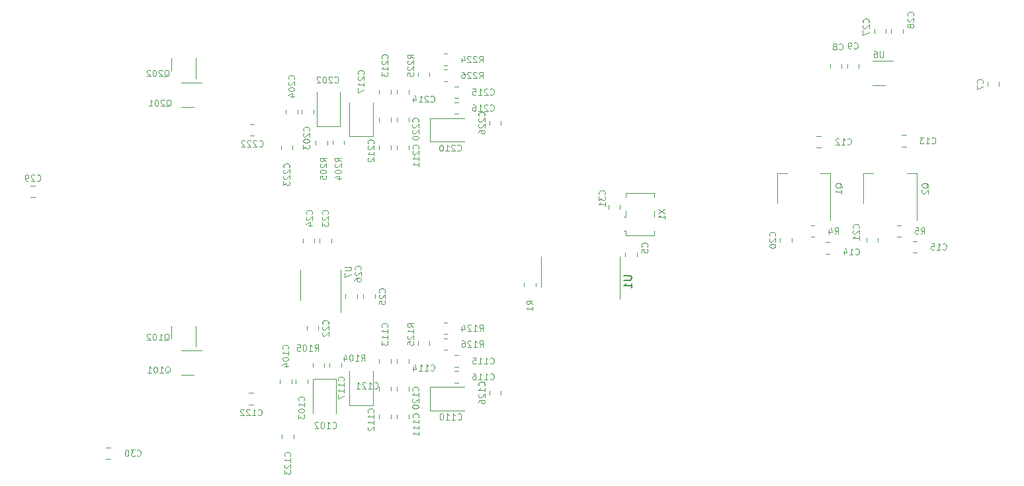
<source format=gbr>
%TF.GenerationSoftware,KiCad,Pcbnew,7.0.10-7.0.10~ubuntu22.04.1*%
%TF.CreationDate,2024-01-23T12:41:05+01:00*%
%TF.ProjectId,misrc,6d697372-632e-46b6-9963-61645f706362,0.3*%
%TF.SameCoordinates,Original*%
%TF.FileFunction,Legend,Bot*%
%TF.FilePolarity,Positive*%
%FSLAX46Y46*%
G04 Gerber Fmt 4.6, Leading zero omitted, Abs format (unit mm)*
G04 Created by KiCad (PCBNEW 7.0.10-7.0.10~ubuntu22.04.1) date 2024-01-23 12:41:05*
%MOMM*%
%LPD*%
G01*
G04 APERTURE LIST*
%ADD10C,0.120000*%
%ADD11C,0.150000*%
G04 APERTURE END LIST*
D10*
X101860237Y-119921664D02*
X101898333Y-119959760D01*
X101898333Y-119959760D02*
X102012618Y-119997855D01*
X102012618Y-119997855D02*
X102088809Y-119997855D01*
X102088809Y-119997855D02*
X102203095Y-119959760D01*
X102203095Y-119959760D02*
X102279285Y-119883569D01*
X102279285Y-119883569D02*
X102317380Y-119807379D01*
X102317380Y-119807379D02*
X102355476Y-119654998D01*
X102355476Y-119654998D02*
X102355476Y-119540712D01*
X102355476Y-119540712D02*
X102317380Y-119388331D01*
X102317380Y-119388331D02*
X102279285Y-119312140D01*
X102279285Y-119312140D02*
X102203095Y-119235950D01*
X102203095Y-119235950D02*
X102088809Y-119197855D01*
X102088809Y-119197855D02*
X102012618Y-119197855D01*
X102012618Y-119197855D02*
X101898333Y-119235950D01*
X101898333Y-119235950D02*
X101860237Y-119274045D01*
X101098333Y-119997855D02*
X101555476Y-119997855D01*
X101326904Y-119997855D02*
X101326904Y-119197855D01*
X101326904Y-119197855D02*
X101403095Y-119312140D01*
X101403095Y-119312140D02*
X101479285Y-119388331D01*
X101479285Y-119388331D02*
X101555476Y-119426426D01*
X100793571Y-119274045D02*
X100755475Y-119235950D01*
X100755475Y-119235950D02*
X100679285Y-119197855D01*
X100679285Y-119197855D02*
X100488809Y-119197855D01*
X100488809Y-119197855D02*
X100412618Y-119235950D01*
X100412618Y-119235950D02*
X100374523Y-119274045D01*
X100374523Y-119274045D02*
X100336428Y-119350236D01*
X100336428Y-119350236D02*
X100336428Y-119426426D01*
X100336428Y-119426426D02*
X100374523Y-119540712D01*
X100374523Y-119540712D02*
X100831666Y-119997855D01*
X100831666Y-119997855D02*
X100336428Y-119997855D01*
X100031666Y-119274045D02*
X99993570Y-119235950D01*
X99993570Y-119235950D02*
X99917380Y-119197855D01*
X99917380Y-119197855D02*
X99726904Y-119197855D01*
X99726904Y-119197855D02*
X99650713Y-119235950D01*
X99650713Y-119235950D02*
X99612618Y-119274045D01*
X99612618Y-119274045D02*
X99574523Y-119350236D01*
X99574523Y-119350236D02*
X99574523Y-119426426D01*
X99574523Y-119426426D02*
X99612618Y-119540712D01*
X99612618Y-119540712D02*
X100069761Y-119997855D01*
X100069761Y-119997855D02*
X99574523Y-119997855D01*
X111385237Y-121572664D02*
X111423333Y-121610760D01*
X111423333Y-121610760D02*
X111537618Y-121648855D01*
X111537618Y-121648855D02*
X111613809Y-121648855D01*
X111613809Y-121648855D02*
X111728095Y-121610760D01*
X111728095Y-121610760D02*
X111804285Y-121534569D01*
X111804285Y-121534569D02*
X111842380Y-121458379D01*
X111842380Y-121458379D02*
X111880476Y-121305998D01*
X111880476Y-121305998D02*
X111880476Y-121191712D01*
X111880476Y-121191712D02*
X111842380Y-121039331D01*
X111842380Y-121039331D02*
X111804285Y-120963140D01*
X111804285Y-120963140D02*
X111728095Y-120886950D01*
X111728095Y-120886950D02*
X111613809Y-120848855D01*
X111613809Y-120848855D02*
X111537618Y-120848855D01*
X111537618Y-120848855D02*
X111423333Y-120886950D01*
X111423333Y-120886950D02*
X111385237Y-120925045D01*
X110623333Y-121648855D02*
X111080476Y-121648855D01*
X110851904Y-121648855D02*
X110851904Y-120848855D01*
X110851904Y-120848855D02*
X110928095Y-120963140D01*
X110928095Y-120963140D02*
X111004285Y-121039331D01*
X111004285Y-121039331D02*
X111080476Y-121077426D01*
X110128094Y-120848855D02*
X110051904Y-120848855D01*
X110051904Y-120848855D02*
X109975713Y-120886950D01*
X109975713Y-120886950D02*
X109937618Y-120925045D01*
X109937618Y-120925045D02*
X109899523Y-121001236D01*
X109899523Y-121001236D02*
X109861428Y-121153617D01*
X109861428Y-121153617D02*
X109861428Y-121344093D01*
X109861428Y-121344093D02*
X109899523Y-121496474D01*
X109899523Y-121496474D02*
X109937618Y-121572664D01*
X109937618Y-121572664D02*
X109975713Y-121610760D01*
X109975713Y-121610760D02*
X110051904Y-121648855D01*
X110051904Y-121648855D02*
X110128094Y-121648855D01*
X110128094Y-121648855D02*
X110204285Y-121610760D01*
X110204285Y-121610760D02*
X110242380Y-121572664D01*
X110242380Y-121572664D02*
X110280475Y-121496474D01*
X110280475Y-121496474D02*
X110318571Y-121344093D01*
X110318571Y-121344093D02*
X110318571Y-121153617D01*
X110318571Y-121153617D02*
X110280475Y-121001236D01*
X110280475Y-121001236D02*
X110242380Y-120925045D01*
X110242380Y-120925045D02*
X110204285Y-120886950D01*
X110204285Y-120886950D02*
X110128094Y-120848855D01*
X109556666Y-120925045D02*
X109518570Y-120886950D01*
X109518570Y-120886950D02*
X109442380Y-120848855D01*
X109442380Y-120848855D02*
X109251904Y-120848855D01*
X109251904Y-120848855D02*
X109175713Y-120886950D01*
X109175713Y-120886950D02*
X109137618Y-120925045D01*
X109137618Y-120925045D02*
X109099523Y-121001236D01*
X109099523Y-121001236D02*
X109099523Y-121077426D01*
X109099523Y-121077426D02*
X109137618Y-121191712D01*
X109137618Y-121191712D02*
X109594761Y-121648855D01*
X109594761Y-121648855D02*
X109099523Y-121648855D01*
X130814664Y-81654762D02*
X130852760Y-81616666D01*
X130852760Y-81616666D02*
X130890855Y-81502381D01*
X130890855Y-81502381D02*
X130890855Y-81426190D01*
X130890855Y-81426190D02*
X130852760Y-81311904D01*
X130852760Y-81311904D02*
X130776569Y-81235714D01*
X130776569Y-81235714D02*
X130700379Y-81197619D01*
X130700379Y-81197619D02*
X130547998Y-81159523D01*
X130547998Y-81159523D02*
X130433712Y-81159523D01*
X130433712Y-81159523D02*
X130281331Y-81197619D01*
X130281331Y-81197619D02*
X130205140Y-81235714D01*
X130205140Y-81235714D02*
X130128950Y-81311904D01*
X130128950Y-81311904D02*
X130090855Y-81426190D01*
X130090855Y-81426190D02*
X130090855Y-81502381D01*
X130090855Y-81502381D02*
X130128950Y-81616666D01*
X130128950Y-81616666D02*
X130167045Y-81654762D01*
X130167045Y-81959523D02*
X130128950Y-81997619D01*
X130128950Y-81997619D02*
X130090855Y-82073809D01*
X130090855Y-82073809D02*
X130090855Y-82264285D01*
X130090855Y-82264285D02*
X130128950Y-82340476D01*
X130128950Y-82340476D02*
X130167045Y-82378571D01*
X130167045Y-82378571D02*
X130243236Y-82416666D01*
X130243236Y-82416666D02*
X130319426Y-82416666D01*
X130319426Y-82416666D02*
X130433712Y-82378571D01*
X130433712Y-82378571D02*
X130890855Y-81921428D01*
X130890855Y-81921428D02*
X130890855Y-82416666D01*
X130167045Y-82721428D02*
X130128950Y-82759524D01*
X130128950Y-82759524D02*
X130090855Y-82835714D01*
X130090855Y-82835714D02*
X130090855Y-83026190D01*
X130090855Y-83026190D02*
X130128950Y-83102381D01*
X130128950Y-83102381D02*
X130167045Y-83140476D01*
X130167045Y-83140476D02*
X130243236Y-83178571D01*
X130243236Y-83178571D02*
X130319426Y-83178571D01*
X130319426Y-83178571D02*
X130433712Y-83140476D01*
X130433712Y-83140476D02*
X130890855Y-82683333D01*
X130890855Y-82683333D02*
X130890855Y-83178571D01*
X130090855Y-83864286D02*
X130090855Y-83711905D01*
X130090855Y-83711905D02*
X130128950Y-83635714D01*
X130128950Y-83635714D02*
X130167045Y-83597619D01*
X130167045Y-83597619D02*
X130281331Y-83521429D01*
X130281331Y-83521429D02*
X130433712Y-83483333D01*
X130433712Y-83483333D02*
X130738474Y-83483333D01*
X130738474Y-83483333D02*
X130814664Y-83521429D01*
X130814664Y-83521429D02*
X130852760Y-83559524D01*
X130852760Y-83559524D02*
X130890855Y-83635714D01*
X130890855Y-83635714D02*
X130890855Y-83788095D01*
X130890855Y-83788095D02*
X130852760Y-83864286D01*
X130852760Y-83864286D02*
X130814664Y-83902381D01*
X130814664Y-83902381D02*
X130738474Y-83940476D01*
X130738474Y-83940476D02*
X130547998Y-83940476D01*
X130547998Y-83940476D02*
X130471807Y-83902381D01*
X130471807Y-83902381D02*
X130433712Y-83864286D01*
X130433712Y-83864286D02*
X130395617Y-83788095D01*
X130395617Y-83788095D02*
X130395617Y-83635714D01*
X130395617Y-83635714D02*
X130433712Y-83559524D01*
X130433712Y-83559524D02*
X130471807Y-83521429D01*
X130471807Y-83521429D02*
X130547998Y-83483333D01*
X168025664Y-97021714D02*
X168063760Y-96983618D01*
X168063760Y-96983618D02*
X168101855Y-96869333D01*
X168101855Y-96869333D02*
X168101855Y-96793142D01*
X168101855Y-96793142D02*
X168063760Y-96678856D01*
X168063760Y-96678856D02*
X167987569Y-96602666D01*
X167987569Y-96602666D02*
X167911379Y-96564571D01*
X167911379Y-96564571D02*
X167758998Y-96526475D01*
X167758998Y-96526475D02*
X167644712Y-96526475D01*
X167644712Y-96526475D02*
X167492331Y-96564571D01*
X167492331Y-96564571D02*
X167416140Y-96602666D01*
X167416140Y-96602666D02*
X167339950Y-96678856D01*
X167339950Y-96678856D02*
X167301855Y-96793142D01*
X167301855Y-96793142D02*
X167301855Y-96869333D01*
X167301855Y-96869333D02*
X167339950Y-96983618D01*
X167339950Y-96983618D02*
X167378045Y-97021714D01*
X167378045Y-97326475D02*
X167339950Y-97364571D01*
X167339950Y-97364571D02*
X167301855Y-97440761D01*
X167301855Y-97440761D02*
X167301855Y-97631237D01*
X167301855Y-97631237D02*
X167339950Y-97707428D01*
X167339950Y-97707428D02*
X167378045Y-97745523D01*
X167378045Y-97745523D02*
X167454236Y-97783618D01*
X167454236Y-97783618D02*
X167530426Y-97783618D01*
X167530426Y-97783618D02*
X167644712Y-97745523D01*
X167644712Y-97745523D02*
X168101855Y-97288380D01*
X168101855Y-97288380D02*
X168101855Y-97783618D01*
X167301855Y-98278857D02*
X167301855Y-98355047D01*
X167301855Y-98355047D02*
X167339950Y-98431238D01*
X167339950Y-98431238D02*
X167378045Y-98469333D01*
X167378045Y-98469333D02*
X167454236Y-98507428D01*
X167454236Y-98507428D02*
X167606617Y-98545523D01*
X167606617Y-98545523D02*
X167797093Y-98545523D01*
X167797093Y-98545523D02*
X167949474Y-98507428D01*
X167949474Y-98507428D02*
X168025664Y-98469333D01*
X168025664Y-98469333D02*
X168063760Y-98431238D01*
X168063760Y-98431238D02*
X168101855Y-98355047D01*
X168101855Y-98355047D02*
X168101855Y-98278857D01*
X168101855Y-98278857D02*
X168063760Y-98202666D01*
X168063760Y-98202666D02*
X168025664Y-98164571D01*
X168025664Y-98164571D02*
X167949474Y-98126476D01*
X167949474Y-98126476D02*
X167797093Y-98088380D01*
X167797093Y-98088380D02*
X167606617Y-98088380D01*
X167606617Y-98088380D02*
X167454236Y-98126476D01*
X167454236Y-98126476D02*
X167378045Y-98164571D01*
X167378045Y-98164571D02*
X167339950Y-98202666D01*
X167339950Y-98202666D02*
X167301855Y-98278857D01*
X176218832Y-73119664D02*
X176256928Y-73157760D01*
X176256928Y-73157760D02*
X176371213Y-73195855D01*
X176371213Y-73195855D02*
X176447404Y-73195855D01*
X176447404Y-73195855D02*
X176561690Y-73157760D01*
X176561690Y-73157760D02*
X176637880Y-73081569D01*
X176637880Y-73081569D02*
X176675975Y-73005379D01*
X176675975Y-73005379D02*
X176714071Y-72852998D01*
X176714071Y-72852998D02*
X176714071Y-72738712D01*
X176714071Y-72738712D02*
X176675975Y-72586331D01*
X176675975Y-72586331D02*
X176637880Y-72510140D01*
X176637880Y-72510140D02*
X176561690Y-72433950D01*
X176561690Y-72433950D02*
X176447404Y-72395855D01*
X176447404Y-72395855D02*
X176371213Y-72395855D01*
X176371213Y-72395855D02*
X176256928Y-72433950D01*
X176256928Y-72433950D02*
X176218832Y-72472045D01*
X175761690Y-72738712D02*
X175837880Y-72700617D01*
X175837880Y-72700617D02*
X175875975Y-72662521D01*
X175875975Y-72662521D02*
X175914071Y-72586331D01*
X175914071Y-72586331D02*
X175914071Y-72548236D01*
X175914071Y-72548236D02*
X175875975Y-72472045D01*
X175875975Y-72472045D02*
X175837880Y-72433950D01*
X175837880Y-72433950D02*
X175761690Y-72395855D01*
X175761690Y-72395855D02*
X175609309Y-72395855D01*
X175609309Y-72395855D02*
X175533118Y-72433950D01*
X175533118Y-72433950D02*
X175495023Y-72472045D01*
X175495023Y-72472045D02*
X175456928Y-72548236D01*
X175456928Y-72548236D02*
X175456928Y-72586331D01*
X175456928Y-72586331D02*
X175495023Y-72662521D01*
X175495023Y-72662521D02*
X175533118Y-72700617D01*
X175533118Y-72700617D02*
X175609309Y-72738712D01*
X175609309Y-72738712D02*
X175761690Y-72738712D01*
X175761690Y-72738712D02*
X175837880Y-72776807D01*
X175837880Y-72776807D02*
X175875975Y-72814902D01*
X175875975Y-72814902D02*
X175914071Y-72891093D01*
X175914071Y-72891093D02*
X175914071Y-73043474D01*
X175914071Y-73043474D02*
X175875975Y-73119664D01*
X175875975Y-73119664D02*
X175837880Y-73157760D01*
X175837880Y-73157760D02*
X175761690Y-73195855D01*
X175761690Y-73195855D02*
X175609309Y-73195855D01*
X175609309Y-73195855D02*
X175533118Y-73157760D01*
X175533118Y-73157760D02*
X175495023Y-73119664D01*
X175495023Y-73119664D02*
X175456928Y-73043474D01*
X175456928Y-73043474D02*
X175456928Y-72891093D01*
X175456928Y-72891093D02*
X175495023Y-72814902D01*
X175495023Y-72814902D02*
X175533118Y-72776807D01*
X175533118Y-72776807D02*
X175609309Y-72738712D01*
X153112855Y-93586380D02*
X153912855Y-94119714D01*
X153112855Y-94119714D02*
X153912855Y-93586380D01*
X153912855Y-94843523D02*
X153912855Y-94386380D01*
X153912855Y-94614952D02*
X153112855Y-94614952D01*
X153112855Y-94614952D02*
X153227140Y-94538761D01*
X153227140Y-94538761D02*
X153303331Y-94462571D01*
X153303331Y-94462571D02*
X153341426Y-94386380D01*
X89865095Y-76640045D02*
X89941285Y-76601950D01*
X89941285Y-76601950D02*
X90017476Y-76525760D01*
X90017476Y-76525760D02*
X90131762Y-76411474D01*
X90131762Y-76411474D02*
X90207952Y-76373379D01*
X90207952Y-76373379D02*
X90284143Y-76373379D01*
X90246047Y-76563855D02*
X90322238Y-76525760D01*
X90322238Y-76525760D02*
X90398428Y-76449569D01*
X90398428Y-76449569D02*
X90436524Y-76297188D01*
X90436524Y-76297188D02*
X90436524Y-76030521D01*
X90436524Y-76030521D02*
X90398428Y-75878140D01*
X90398428Y-75878140D02*
X90322238Y-75801950D01*
X90322238Y-75801950D02*
X90246047Y-75763855D01*
X90246047Y-75763855D02*
X90093666Y-75763855D01*
X90093666Y-75763855D02*
X90017476Y-75801950D01*
X90017476Y-75801950D02*
X89941285Y-75878140D01*
X89941285Y-75878140D02*
X89903190Y-76030521D01*
X89903190Y-76030521D02*
X89903190Y-76297188D01*
X89903190Y-76297188D02*
X89941285Y-76449569D01*
X89941285Y-76449569D02*
X90017476Y-76525760D01*
X90017476Y-76525760D02*
X90093666Y-76563855D01*
X90093666Y-76563855D02*
X90246047Y-76563855D01*
X89598429Y-75840045D02*
X89560333Y-75801950D01*
X89560333Y-75801950D02*
X89484143Y-75763855D01*
X89484143Y-75763855D02*
X89293667Y-75763855D01*
X89293667Y-75763855D02*
X89217476Y-75801950D01*
X89217476Y-75801950D02*
X89179381Y-75840045D01*
X89179381Y-75840045D02*
X89141286Y-75916236D01*
X89141286Y-75916236D02*
X89141286Y-75992426D01*
X89141286Y-75992426D02*
X89179381Y-76106712D01*
X89179381Y-76106712D02*
X89636524Y-76563855D01*
X89636524Y-76563855D02*
X89141286Y-76563855D01*
X88646047Y-75763855D02*
X88569857Y-75763855D01*
X88569857Y-75763855D02*
X88493666Y-75801950D01*
X88493666Y-75801950D02*
X88455571Y-75840045D01*
X88455571Y-75840045D02*
X88417476Y-75916236D01*
X88417476Y-75916236D02*
X88379381Y-76068617D01*
X88379381Y-76068617D02*
X88379381Y-76259093D01*
X88379381Y-76259093D02*
X88417476Y-76411474D01*
X88417476Y-76411474D02*
X88455571Y-76487664D01*
X88455571Y-76487664D02*
X88493666Y-76525760D01*
X88493666Y-76525760D02*
X88569857Y-76563855D01*
X88569857Y-76563855D02*
X88646047Y-76563855D01*
X88646047Y-76563855D02*
X88722238Y-76525760D01*
X88722238Y-76525760D02*
X88760333Y-76487664D01*
X88760333Y-76487664D02*
X88798428Y-76411474D01*
X88798428Y-76411474D02*
X88836524Y-76259093D01*
X88836524Y-76259093D02*
X88836524Y-76068617D01*
X88836524Y-76068617D02*
X88798428Y-75916236D01*
X88798428Y-75916236D02*
X88760333Y-75840045D01*
X88760333Y-75840045D02*
X88722238Y-75801950D01*
X88722238Y-75801950D02*
X88646047Y-75763855D01*
X88074619Y-75840045D02*
X88036523Y-75801950D01*
X88036523Y-75801950D02*
X87960333Y-75763855D01*
X87960333Y-75763855D02*
X87769857Y-75763855D01*
X87769857Y-75763855D02*
X87693666Y-75801950D01*
X87693666Y-75801950D02*
X87655571Y-75840045D01*
X87655571Y-75840045D02*
X87617476Y-75916236D01*
X87617476Y-75916236D02*
X87617476Y-75992426D01*
X87617476Y-75992426D02*
X87655571Y-76106712D01*
X87655571Y-76106712D02*
X88112714Y-76563855D01*
X88112714Y-76563855D02*
X87617476Y-76563855D01*
X112504855Y-87496762D02*
X112123902Y-87230095D01*
X112504855Y-87039619D02*
X111704855Y-87039619D01*
X111704855Y-87039619D02*
X111704855Y-87344381D01*
X111704855Y-87344381D02*
X111742950Y-87420571D01*
X111742950Y-87420571D02*
X111781045Y-87458666D01*
X111781045Y-87458666D02*
X111857236Y-87496762D01*
X111857236Y-87496762D02*
X111971521Y-87496762D01*
X111971521Y-87496762D02*
X112047712Y-87458666D01*
X112047712Y-87458666D02*
X112085807Y-87420571D01*
X112085807Y-87420571D02*
X112123902Y-87344381D01*
X112123902Y-87344381D02*
X112123902Y-87039619D01*
X111781045Y-87801523D02*
X111742950Y-87839619D01*
X111742950Y-87839619D02*
X111704855Y-87915809D01*
X111704855Y-87915809D02*
X111704855Y-88106285D01*
X111704855Y-88106285D02*
X111742950Y-88182476D01*
X111742950Y-88182476D02*
X111781045Y-88220571D01*
X111781045Y-88220571D02*
X111857236Y-88258666D01*
X111857236Y-88258666D02*
X111933426Y-88258666D01*
X111933426Y-88258666D02*
X112047712Y-88220571D01*
X112047712Y-88220571D02*
X112504855Y-87763428D01*
X112504855Y-87763428D02*
X112504855Y-88258666D01*
X111704855Y-88753905D02*
X111704855Y-88830095D01*
X111704855Y-88830095D02*
X111742950Y-88906286D01*
X111742950Y-88906286D02*
X111781045Y-88944381D01*
X111781045Y-88944381D02*
X111857236Y-88982476D01*
X111857236Y-88982476D02*
X112009617Y-89020571D01*
X112009617Y-89020571D02*
X112200093Y-89020571D01*
X112200093Y-89020571D02*
X112352474Y-88982476D01*
X112352474Y-88982476D02*
X112428664Y-88944381D01*
X112428664Y-88944381D02*
X112466760Y-88906286D01*
X112466760Y-88906286D02*
X112504855Y-88830095D01*
X112504855Y-88830095D02*
X112504855Y-88753905D01*
X112504855Y-88753905D02*
X112466760Y-88677714D01*
X112466760Y-88677714D02*
X112428664Y-88639619D01*
X112428664Y-88639619D02*
X112352474Y-88601524D01*
X112352474Y-88601524D02*
X112200093Y-88563428D01*
X112200093Y-88563428D02*
X112009617Y-88563428D01*
X112009617Y-88563428D02*
X111857236Y-88601524D01*
X111857236Y-88601524D02*
X111781045Y-88639619D01*
X111781045Y-88639619D02*
X111742950Y-88677714D01*
X111742950Y-88677714D02*
X111704855Y-88753905D01*
X111971521Y-89706286D02*
X112504855Y-89706286D01*
X111666760Y-89515810D02*
X112238188Y-89325333D01*
X112238188Y-89325333D02*
X112238188Y-89820572D01*
X110806664Y-108324714D02*
X110844760Y-108286618D01*
X110844760Y-108286618D02*
X110882855Y-108172333D01*
X110882855Y-108172333D02*
X110882855Y-108096142D01*
X110882855Y-108096142D02*
X110844760Y-107981856D01*
X110844760Y-107981856D02*
X110768569Y-107905666D01*
X110768569Y-107905666D02*
X110692379Y-107867571D01*
X110692379Y-107867571D02*
X110539998Y-107829475D01*
X110539998Y-107829475D02*
X110425712Y-107829475D01*
X110425712Y-107829475D02*
X110273331Y-107867571D01*
X110273331Y-107867571D02*
X110197140Y-107905666D01*
X110197140Y-107905666D02*
X110120950Y-107981856D01*
X110120950Y-107981856D02*
X110082855Y-108096142D01*
X110082855Y-108096142D02*
X110082855Y-108172333D01*
X110082855Y-108172333D02*
X110120950Y-108286618D01*
X110120950Y-108286618D02*
X110159045Y-108324714D01*
X110159045Y-108629475D02*
X110120950Y-108667571D01*
X110120950Y-108667571D02*
X110082855Y-108743761D01*
X110082855Y-108743761D02*
X110082855Y-108934237D01*
X110082855Y-108934237D02*
X110120950Y-109010428D01*
X110120950Y-109010428D02*
X110159045Y-109048523D01*
X110159045Y-109048523D02*
X110235236Y-109086618D01*
X110235236Y-109086618D02*
X110311426Y-109086618D01*
X110311426Y-109086618D02*
X110425712Y-109048523D01*
X110425712Y-109048523D02*
X110882855Y-108591380D01*
X110882855Y-108591380D02*
X110882855Y-109086618D01*
X110159045Y-109391380D02*
X110120950Y-109429476D01*
X110120950Y-109429476D02*
X110082855Y-109505666D01*
X110082855Y-109505666D02*
X110082855Y-109696142D01*
X110082855Y-109696142D02*
X110120950Y-109772333D01*
X110120950Y-109772333D02*
X110159045Y-109810428D01*
X110159045Y-109810428D02*
X110235236Y-109848523D01*
X110235236Y-109848523D02*
X110311426Y-109848523D01*
X110311426Y-109848523D02*
X110425712Y-109810428D01*
X110425712Y-109810428D02*
X110882855Y-109353285D01*
X110882855Y-109353285D02*
X110882855Y-109848523D01*
X178722664Y-96005714D02*
X178760760Y-95967618D01*
X178760760Y-95967618D02*
X178798855Y-95853333D01*
X178798855Y-95853333D02*
X178798855Y-95777142D01*
X178798855Y-95777142D02*
X178760760Y-95662856D01*
X178760760Y-95662856D02*
X178684569Y-95586666D01*
X178684569Y-95586666D02*
X178608379Y-95548571D01*
X178608379Y-95548571D02*
X178455998Y-95510475D01*
X178455998Y-95510475D02*
X178341712Y-95510475D01*
X178341712Y-95510475D02*
X178189331Y-95548571D01*
X178189331Y-95548571D02*
X178113140Y-95586666D01*
X178113140Y-95586666D02*
X178036950Y-95662856D01*
X178036950Y-95662856D02*
X177998855Y-95777142D01*
X177998855Y-95777142D02*
X177998855Y-95853333D01*
X177998855Y-95853333D02*
X178036950Y-95967618D01*
X178036950Y-95967618D02*
X178075045Y-96005714D01*
X178075045Y-96310475D02*
X178036950Y-96348571D01*
X178036950Y-96348571D02*
X177998855Y-96424761D01*
X177998855Y-96424761D02*
X177998855Y-96615237D01*
X177998855Y-96615237D02*
X178036950Y-96691428D01*
X178036950Y-96691428D02*
X178075045Y-96729523D01*
X178075045Y-96729523D02*
X178151236Y-96767618D01*
X178151236Y-96767618D02*
X178227426Y-96767618D01*
X178227426Y-96767618D02*
X178341712Y-96729523D01*
X178341712Y-96729523D02*
X178798855Y-96272380D01*
X178798855Y-96272380D02*
X178798855Y-96767618D01*
X178798855Y-97529523D02*
X178798855Y-97072380D01*
X178798855Y-97300952D02*
X177998855Y-97300952D01*
X177998855Y-97300952D02*
X178113140Y-97224761D01*
X178113140Y-97224761D02*
X178189331Y-97148571D01*
X178189331Y-97148571D02*
X178227426Y-97072380D01*
X186696332Y-96756855D02*
X186962999Y-96375902D01*
X187153475Y-96756855D02*
X187153475Y-95956855D01*
X187153475Y-95956855D02*
X186848713Y-95956855D01*
X186848713Y-95956855D02*
X186772523Y-95994950D01*
X186772523Y-95994950D02*
X186734428Y-96033045D01*
X186734428Y-96033045D02*
X186696332Y-96109236D01*
X186696332Y-96109236D02*
X186696332Y-96223521D01*
X186696332Y-96223521D02*
X186734428Y-96299712D01*
X186734428Y-96299712D02*
X186772523Y-96337807D01*
X186772523Y-96337807D02*
X186848713Y-96375902D01*
X186848713Y-96375902D02*
X187153475Y-96375902D01*
X185972523Y-95956855D02*
X186353475Y-95956855D01*
X186353475Y-95956855D02*
X186391571Y-96337807D01*
X186391571Y-96337807D02*
X186353475Y-96299712D01*
X186353475Y-96299712D02*
X186277285Y-96261617D01*
X186277285Y-96261617D02*
X186086809Y-96261617D01*
X186086809Y-96261617D02*
X186010618Y-96299712D01*
X186010618Y-96299712D02*
X185972523Y-96337807D01*
X185972523Y-96337807D02*
X185934428Y-96413998D01*
X185934428Y-96413998D02*
X185934428Y-96604474D01*
X185934428Y-96604474D02*
X185972523Y-96680664D01*
X185972523Y-96680664D02*
X186010618Y-96718760D01*
X186010618Y-96718760D02*
X186086809Y-96756855D01*
X186086809Y-96756855D02*
X186277285Y-96756855D01*
X186277285Y-96756855D02*
X186353475Y-96718760D01*
X186353475Y-96718760D02*
X186391571Y-96680664D01*
X130181237Y-111234855D02*
X130447904Y-110853902D01*
X130638380Y-111234855D02*
X130638380Y-110434855D01*
X130638380Y-110434855D02*
X130333618Y-110434855D01*
X130333618Y-110434855D02*
X130257428Y-110472950D01*
X130257428Y-110472950D02*
X130219333Y-110511045D01*
X130219333Y-110511045D02*
X130181237Y-110587236D01*
X130181237Y-110587236D02*
X130181237Y-110701521D01*
X130181237Y-110701521D02*
X130219333Y-110777712D01*
X130219333Y-110777712D02*
X130257428Y-110815807D01*
X130257428Y-110815807D02*
X130333618Y-110853902D01*
X130333618Y-110853902D02*
X130638380Y-110853902D01*
X129419333Y-111234855D02*
X129876476Y-111234855D01*
X129647904Y-111234855D02*
X129647904Y-110434855D01*
X129647904Y-110434855D02*
X129724095Y-110549140D01*
X129724095Y-110549140D02*
X129800285Y-110625331D01*
X129800285Y-110625331D02*
X129876476Y-110663426D01*
X129114571Y-110511045D02*
X129076475Y-110472950D01*
X129076475Y-110472950D02*
X129000285Y-110434855D01*
X129000285Y-110434855D02*
X128809809Y-110434855D01*
X128809809Y-110434855D02*
X128733618Y-110472950D01*
X128733618Y-110472950D02*
X128695523Y-110511045D01*
X128695523Y-110511045D02*
X128657428Y-110587236D01*
X128657428Y-110587236D02*
X128657428Y-110663426D01*
X128657428Y-110663426D02*
X128695523Y-110777712D01*
X128695523Y-110777712D02*
X129152666Y-111234855D01*
X129152666Y-111234855D02*
X128657428Y-111234855D01*
X127971713Y-110434855D02*
X128124094Y-110434855D01*
X128124094Y-110434855D02*
X128200285Y-110472950D01*
X128200285Y-110472950D02*
X128238380Y-110511045D01*
X128238380Y-110511045D02*
X128314570Y-110625331D01*
X128314570Y-110625331D02*
X128352666Y-110777712D01*
X128352666Y-110777712D02*
X128352666Y-111082474D01*
X128352666Y-111082474D02*
X128314570Y-111158664D01*
X128314570Y-111158664D02*
X128276475Y-111196760D01*
X128276475Y-111196760D02*
X128200285Y-111234855D01*
X128200285Y-111234855D02*
X128047904Y-111234855D01*
X128047904Y-111234855D02*
X127971713Y-111196760D01*
X127971713Y-111196760D02*
X127933618Y-111158664D01*
X127933618Y-111158664D02*
X127895523Y-111082474D01*
X127895523Y-111082474D02*
X127895523Y-110891998D01*
X127895523Y-110891998D02*
X127933618Y-110815807D01*
X127933618Y-110815807D02*
X127971713Y-110777712D01*
X127971713Y-110777712D02*
X128047904Y-110739617D01*
X128047904Y-110739617D02*
X128200285Y-110739617D01*
X128200285Y-110739617D02*
X128276475Y-110777712D01*
X128276475Y-110777712D02*
X128314570Y-110815807D01*
X128314570Y-110815807D02*
X128352666Y-110891998D01*
X123958237Y-114206664D02*
X123996333Y-114244760D01*
X123996333Y-114244760D02*
X124110618Y-114282855D01*
X124110618Y-114282855D02*
X124186809Y-114282855D01*
X124186809Y-114282855D02*
X124301095Y-114244760D01*
X124301095Y-114244760D02*
X124377285Y-114168569D01*
X124377285Y-114168569D02*
X124415380Y-114092379D01*
X124415380Y-114092379D02*
X124453476Y-113939998D01*
X124453476Y-113939998D02*
X124453476Y-113825712D01*
X124453476Y-113825712D02*
X124415380Y-113673331D01*
X124415380Y-113673331D02*
X124377285Y-113597140D01*
X124377285Y-113597140D02*
X124301095Y-113520950D01*
X124301095Y-113520950D02*
X124186809Y-113482855D01*
X124186809Y-113482855D02*
X124110618Y-113482855D01*
X124110618Y-113482855D02*
X123996333Y-113520950D01*
X123996333Y-113520950D02*
X123958237Y-113559045D01*
X123196333Y-114282855D02*
X123653476Y-114282855D01*
X123424904Y-114282855D02*
X123424904Y-113482855D01*
X123424904Y-113482855D02*
X123501095Y-113597140D01*
X123501095Y-113597140D02*
X123577285Y-113673331D01*
X123577285Y-113673331D02*
X123653476Y-113711426D01*
X122434428Y-114282855D02*
X122891571Y-114282855D01*
X122662999Y-114282855D02*
X122662999Y-113482855D01*
X122662999Y-113482855D02*
X122739190Y-113597140D01*
X122739190Y-113597140D02*
X122815380Y-113673331D01*
X122815380Y-113673331D02*
X122891571Y-113711426D01*
X121748713Y-113749521D02*
X121748713Y-114282855D01*
X121939189Y-113444760D02*
X122129666Y-114016188D01*
X122129666Y-114016188D02*
X121634427Y-114016188D01*
X131565237Y-80932664D02*
X131603333Y-80970760D01*
X131603333Y-80970760D02*
X131717618Y-81008855D01*
X131717618Y-81008855D02*
X131793809Y-81008855D01*
X131793809Y-81008855D02*
X131908095Y-80970760D01*
X131908095Y-80970760D02*
X131984285Y-80894569D01*
X131984285Y-80894569D02*
X132022380Y-80818379D01*
X132022380Y-80818379D02*
X132060476Y-80665998D01*
X132060476Y-80665998D02*
X132060476Y-80551712D01*
X132060476Y-80551712D02*
X132022380Y-80399331D01*
X132022380Y-80399331D02*
X131984285Y-80323140D01*
X131984285Y-80323140D02*
X131908095Y-80246950D01*
X131908095Y-80246950D02*
X131793809Y-80208855D01*
X131793809Y-80208855D02*
X131717618Y-80208855D01*
X131717618Y-80208855D02*
X131603333Y-80246950D01*
X131603333Y-80246950D02*
X131565237Y-80285045D01*
X131260476Y-80285045D02*
X131222380Y-80246950D01*
X131222380Y-80246950D02*
X131146190Y-80208855D01*
X131146190Y-80208855D02*
X130955714Y-80208855D01*
X130955714Y-80208855D02*
X130879523Y-80246950D01*
X130879523Y-80246950D02*
X130841428Y-80285045D01*
X130841428Y-80285045D02*
X130803333Y-80361236D01*
X130803333Y-80361236D02*
X130803333Y-80437426D01*
X130803333Y-80437426D02*
X130841428Y-80551712D01*
X130841428Y-80551712D02*
X131298571Y-81008855D01*
X131298571Y-81008855D02*
X130803333Y-81008855D01*
X130041428Y-81008855D02*
X130498571Y-81008855D01*
X130269999Y-81008855D02*
X130269999Y-80208855D01*
X130269999Y-80208855D02*
X130346190Y-80323140D01*
X130346190Y-80323140D02*
X130422380Y-80399331D01*
X130422380Y-80399331D02*
X130498571Y-80437426D01*
X129355713Y-80208855D02*
X129508094Y-80208855D01*
X129508094Y-80208855D02*
X129584285Y-80246950D01*
X129584285Y-80246950D02*
X129622380Y-80285045D01*
X129622380Y-80285045D02*
X129698570Y-80399331D01*
X129698570Y-80399331D02*
X129736666Y-80551712D01*
X129736666Y-80551712D02*
X129736666Y-80856474D01*
X129736666Y-80856474D02*
X129698570Y-80932664D01*
X129698570Y-80932664D02*
X129660475Y-80970760D01*
X129660475Y-80970760D02*
X129584285Y-81008855D01*
X129584285Y-81008855D02*
X129431904Y-81008855D01*
X129431904Y-81008855D02*
X129355713Y-80970760D01*
X129355713Y-80970760D02*
X129317618Y-80932664D01*
X129317618Y-80932664D02*
X129279523Y-80856474D01*
X129279523Y-80856474D02*
X129279523Y-80665998D01*
X129279523Y-80665998D02*
X129317618Y-80589807D01*
X129317618Y-80589807D02*
X129355713Y-80551712D01*
X129355713Y-80551712D02*
X129431904Y-80513617D01*
X129431904Y-80513617D02*
X129584285Y-80513617D01*
X129584285Y-80513617D02*
X129660475Y-80551712D01*
X129660475Y-80551712D02*
X129698570Y-80589807D01*
X129698570Y-80589807D02*
X129736666Y-80665998D01*
X130168237Y-76817855D02*
X130434904Y-76436902D01*
X130625380Y-76817855D02*
X130625380Y-76017855D01*
X130625380Y-76017855D02*
X130320618Y-76017855D01*
X130320618Y-76017855D02*
X130244428Y-76055950D01*
X130244428Y-76055950D02*
X130206333Y-76094045D01*
X130206333Y-76094045D02*
X130168237Y-76170236D01*
X130168237Y-76170236D02*
X130168237Y-76284521D01*
X130168237Y-76284521D02*
X130206333Y-76360712D01*
X130206333Y-76360712D02*
X130244428Y-76398807D01*
X130244428Y-76398807D02*
X130320618Y-76436902D01*
X130320618Y-76436902D02*
X130625380Y-76436902D01*
X129863476Y-76094045D02*
X129825380Y-76055950D01*
X129825380Y-76055950D02*
X129749190Y-76017855D01*
X129749190Y-76017855D02*
X129558714Y-76017855D01*
X129558714Y-76017855D02*
X129482523Y-76055950D01*
X129482523Y-76055950D02*
X129444428Y-76094045D01*
X129444428Y-76094045D02*
X129406333Y-76170236D01*
X129406333Y-76170236D02*
X129406333Y-76246426D01*
X129406333Y-76246426D02*
X129444428Y-76360712D01*
X129444428Y-76360712D02*
X129901571Y-76817855D01*
X129901571Y-76817855D02*
X129406333Y-76817855D01*
X129101571Y-76094045D02*
X129063475Y-76055950D01*
X129063475Y-76055950D02*
X128987285Y-76017855D01*
X128987285Y-76017855D02*
X128796809Y-76017855D01*
X128796809Y-76017855D02*
X128720618Y-76055950D01*
X128720618Y-76055950D02*
X128682523Y-76094045D01*
X128682523Y-76094045D02*
X128644428Y-76170236D01*
X128644428Y-76170236D02*
X128644428Y-76246426D01*
X128644428Y-76246426D02*
X128682523Y-76360712D01*
X128682523Y-76360712D02*
X129139666Y-76817855D01*
X129139666Y-76817855D02*
X128644428Y-76817855D01*
X127958713Y-76017855D02*
X128111094Y-76017855D01*
X128111094Y-76017855D02*
X128187285Y-76055950D01*
X128187285Y-76055950D02*
X128225380Y-76094045D01*
X128225380Y-76094045D02*
X128301570Y-76208331D01*
X128301570Y-76208331D02*
X128339666Y-76360712D01*
X128339666Y-76360712D02*
X128339666Y-76665474D01*
X128339666Y-76665474D02*
X128301570Y-76741664D01*
X128301570Y-76741664D02*
X128263475Y-76779760D01*
X128263475Y-76779760D02*
X128187285Y-76817855D01*
X128187285Y-76817855D02*
X128034904Y-76817855D01*
X128034904Y-76817855D02*
X127958713Y-76779760D01*
X127958713Y-76779760D02*
X127920618Y-76741664D01*
X127920618Y-76741664D02*
X127882523Y-76665474D01*
X127882523Y-76665474D02*
X127882523Y-76474998D01*
X127882523Y-76474998D02*
X127920618Y-76398807D01*
X127920618Y-76398807D02*
X127958713Y-76360712D01*
X127958713Y-76360712D02*
X128034904Y-76322617D01*
X128034904Y-76322617D02*
X128187285Y-76322617D01*
X128187285Y-76322617D02*
X128263475Y-76360712D01*
X128263475Y-76360712D02*
X128301570Y-76398807D01*
X128301570Y-76398807D02*
X128339666Y-76474998D01*
X118384664Y-74288762D02*
X118422760Y-74250666D01*
X118422760Y-74250666D02*
X118460855Y-74136381D01*
X118460855Y-74136381D02*
X118460855Y-74060190D01*
X118460855Y-74060190D02*
X118422760Y-73945904D01*
X118422760Y-73945904D02*
X118346569Y-73869714D01*
X118346569Y-73869714D02*
X118270379Y-73831619D01*
X118270379Y-73831619D02*
X118117998Y-73793523D01*
X118117998Y-73793523D02*
X118003712Y-73793523D01*
X118003712Y-73793523D02*
X117851331Y-73831619D01*
X117851331Y-73831619D02*
X117775140Y-73869714D01*
X117775140Y-73869714D02*
X117698950Y-73945904D01*
X117698950Y-73945904D02*
X117660855Y-74060190D01*
X117660855Y-74060190D02*
X117660855Y-74136381D01*
X117660855Y-74136381D02*
X117698950Y-74250666D01*
X117698950Y-74250666D02*
X117737045Y-74288762D01*
X117737045Y-74593523D02*
X117698950Y-74631619D01*
X117698950Y-74631619D02*
X117660855Y-74707809D01*
X117660855Y-74707809D02*
X117660855Y-74898285D01*
X117660855Y-74898285D02*
X117698950Y-74974476D01*
X117698950Y-74974476D02*
X117737045Y-75012571D01*
X117737045Y-75012571D02*
X117813236Y-75050666D01*
X117813236Y-75050666D02*
X117889426Y-75050666D01*
X117889426Y-75050666D02*
X118003712Y-75012571D01*
X118003712Y-75012571D02*
X118460855Y-74555428D01*
X118460855Y-74555428D02*
X118460855Y-75050666D01*
X118460855Y-75812571D02*
X118460855Y-75355428D01*
X118460855Y-75584000D02*
X117660855Y-75584000D01*
X117660855Y-75584000D02*
X117775140Y-75507809D01*
X117775140Y-75507809D02*
X117851331Y-75431619D01*
X117851331Y-75431619D02*
X117889426Y-75355428D01*
X117660855Y-76079238D02*
X117660855Y-76574476D01*
X117660855Y-76574476D02*
X117965617Y-76307810D01*
X117965617Y-76307810D02*
X117965617Y-76422095D01*
X117965617Y-76422095D02*
X118003712Y-76498286D01*
X118003712Y-76498286D02*
X118041807Y-76536381D01*
X118041807Y-76536381D02*
X118117998Y-76574476D01*
X118117998Y-76574476D02*
X118308474Y-76574476D01*
X118308474Y-76574476D02*
X118384664Y-76536381D01*
X118384664Y-76536381D02*
X118422760Y-76498286D01*
X118422760Y-76498286D02*
X118460855Y-76422095D01*
X118460855Y-76422095D02*
X118460855Y-76193524D01*
X118460855Y-76193524D02*
X118422760Y-76117333D01*
X118422760Y-76117333D02*
X118384664Y-76079238D01*
X194597664Y-77463667D02*
X194635760Y-77425571D01*
X194635760Y-77425571D02*
X194673855Y-77311286D01*
X194673855Y-77311286D02*
X194673855Y-77235095D01*
X194673855Y-77235095D02*
X194635760Y-77120809D01*
X194635760Y-77120809D02*
X194559569Y-77044619D01*
X194559569Y-77044619D02*
X194483379Y-77006524D01*
X194483379Y-77006524D02*
X194330998Y-76968428D01*
X194330998Y-76968428D02*
X194216712Y-76968428D01*
X194216712Y-76968428D02*
X194064331Y-77006524D01*
X194064331Y-77006524D02*
X193988140Y-77044619D01*
X193988140Y-77044619D02*
X193911950Y-77120809D01*
X193911950Y-77120809D02*
X193873855Y-77235095D01*
X193873855Y-77235095D02*
X193873855Y-77311286D01*
X193873855Y-77311286D02*
X193911950Y-77425571D01*
X193911950Y-77425571D02*
X193950045Y-77463667D01*
X193873855Y-77730333D02*
X193873855Y-78263667D01*
X193873855Y-78263667D02*
X194673855Y-77920809D01*
X187693045Y-90855809D02*
X187654950Y-90779619D01*
X187654950Y-90779619D02*
X187578760Y-90703428D01*
X187578760Y-90703428D02*
X187464474Y-90589142D01*
X187464474Y-90589142D02*
X187426379Y-90512952D01*
X187426379Y-90512952D02*
X187426379Y-90436761D01*
X187616855Y-90474857D02*
X187578760Y-90398666D01*
X187578760Y-90398666D02*
X187502569Y-90322476D01*
X187502569Y-90322476D02*
X187350188Y-90284380D01*
X187350188Y-90284380D02*
X187083521Y-90284380D01*
X187083521Y-90284380D02*
X186931140Y-90322476D01*
X186931140Y-90322476D02*
X186854950Y-90398666D01*
X186854950Y-90398666D02*
X186816855Y-90474857D01*
X186816855Y-90474857D02*
X186816855Y-90627238D01*
X186816855Y-90627238D02*
X186854950Y-90703428D01*
X186854950Y-90703428D02*
X186931140Y-90779619D01*
X186931140Y-90779619D02*
X187083521Y-90817714D01*
X187083521Y-90817714D02*
X187350188Y-90817714D01*
X187350188Y-90817714D02*
X187502569Y-90779619D01*
X187502569Y-90779619D02*
X187578760Y-90703428D01*
X187578760Y-90703428D02*
X187616855Y-90627238D01*
X187616855Y-90627238D02*
X187616855Y-90474857D01*
X186893045Y-91122475D02*
X186854950Y-91160571D01*
X186854950Y-91160571D02*
X186816855Y-91236761D01*
X186816855Y-91236761D02*
X186816855Y-91427237D01*
X186816855Y-91427237D02*
X186854950Y-91503428D01*
X186854950Y-91503428D02*
X186893045Y-91541523D01*
X186893045Y-91541523D02*
X186969236Y-91579618D01*
X186969236Y-91579618D02*
X187045426Y-91579618D01*
X187045426Y-91579618D02*
X187159712Y-91541523D01*
X187159712Y-91541523D02*
X187616855Y-91084380D01*
X187616855Y-91084380D02*
X187616855Y-91579618D01*
X189490285Y-98712664D02*
X189528381Y-98750760D01*
X189528381Y-98750760D02*
X189642666Y-98788855D01*
X189642666Y-98788855D02*
X189718857Y-98788855D01*
X189718857Y-98788855D02*
X189833143Y-98750760D01*
X189833143Y-98750760D02*
X189909333Y-98674569D01*
X189909333Y-98674569D02*
X189947428Y-98598379D01*
X189947428Y-98598379D02*
X189985524Y-98445998D01*
X189985524Y-98445998D02*
X189985524Y-98331712D01*
X189985524Y-98331712D02*
X189947428Y-98179331D01*
X189947428Y-98179331D02*
X189909333Y-98103140D01*
X189909333Y-98103140D02*
X189833143Y-98026950D01*
X189833143Y-98026950D02*
X189718857Y-97988855D01*
X189718857Y-97988855D02*
X189642666Y-97988855D01*
X189642666Y-97988855D02*
X189528381Y-98026950D01*
X189528381Y-98026950D02*
X189490285Y-98065045D01*
X188728381Y-98788855D02*
X189185524Y-98788855D01*
X188956952Y-98788855D02*
X188956952Y-97988855D01*
X188956952Y-97988855D02*
X189033143Y-98103140D01*
X189033143Y-98103140D02*
X189109333Y-98179331D01*
X189109333Y-98179331D02*
X189185524Y-98217426D01*
X188004571Y-97988855D02*
X188385523Y-97988855D01*
X188385523Y-97988855D02*
X188423619Y-98369807D01*
X188423619Y-98369807D02*
X188385523Y-98331712D01*
X188385523Y-98331712D02*
X188309333Y-98293617D01*
X188309333Y-98293617D02*
X188118857Y-98293617D01*
X188118857Y-98293617D02*
X188042666Y-98331712D01*
X188042666Y-98331712D02*
X188004571Y-98369807D01*
X188004571Y-98369807D02*
X187966476Y-98445998D01*
X187966476Y-98445998D02*
X187966476Y-98636474D01*
X187966476Y-98636474D02*
X188004571Y-98712664D01*
X188004571Y-98712664D02*
X188042666Y-98750760D01*
X188042666Y-98750760D02*
X188118857Y-98788855D01*
X188118857Y-98788855D02*
X188309333Y-98788855D01*
X188309333Y-98788855D02*
X188385523Y-98750760D01*
X188385523Y-98750760D02*
X188423619Y-98712664D01*
X116619664Y-119627762D02*
X116657760Y-119589666D01*
X116657760Y-119589666D02*
X116695855Y-119475381D01*
X116695855Y-119475381D02*
X116695855Y-119399190D01*
X116695855Y-119399190D02*
X116657760Y-119284904D01*
X116657760Y-119284904D02*
X116581569Y-119208714D01*
X116581569Y-119208714D02*
X116505379Y-119170619D01*
X116505379Y-119170619D02*
X116352998Y-119132523D01*
X116352998Y-119132523D02*
X116238712Y-119132523D01*
X116238712Y-119132523D02*
X116086331Y-119170619D01*
X116086331Y-119170619D02*
X116010140Y-119208714D01*
X116010140Y-119208714D02*
X115933950Y-119284904D01*
X115933950Y-119284904D02*
X115895855Y-119399190D01*
X115895855Y-119399190D02*
X115895855Y-119475381D01*
X115895855Y-119475381D02*
X115933950Y-119589666D01*
X115933950Y-119589666D02*
X115972045Y-119627762D01*
X116695855Y-120389666D02*
X116695855Y-119932523D01*
X116695855Y-120161095D02*
X115895855Y-120161095D01*
X115895855Y-120161095D02*
X116010140Y-120084904D01*
X116010140Y-120084904D02*
X116086331Y-120008714D01*
X116086331Y-120008714D02*
X116124426Y-119932523D01*
X116695855Y-121151571D02*
X116695855Y-120694428D01*
X116695855Y-120923000D02*
X115895855Y-120923000D01*
X115895855Y-120923000D02*
X116010140Y-120846809D01*
X116010140Y-120846809D02*
X116086331Y-120770619D01*
X116086331Y-120770619D02*
X116124426Y-120694428D01*
X115972045Y-121456333D02*
X115933950Y-121494429D01*
X115933950Y-121494429D02*
X115895855Y-121570619D01*
X115895855Y-121570619D02*
X115895855Y-121761095D01*
X115895855Y-121761095D02*
X115933950Y-121837286D01*
X115933950Y-121837286D02*
X115972045Y-121875381D01*
X115972045Y-121875381D02*
X116048236Y-121913476D01*
X116048236Y-121913476D02*
X116124426Y-121913476D01*
X116124426Y-121913476D02*
X116238712Y-121875381D01*
X116238712Y-121875381D02*
X116695855Y-121418238D01*
X116695855Y-121418238D02*
X116695855Y-121913476D01*
X146210664Y-91687714D02*
X146248760Y-91649618D01*
X146248760Y-91649618D02*
X146286855Y-91535333D01*
X146286855Y-91535333D02*
X146286855Y-91459142D01*
X146286855Y-91459142D02*
X146248760Y-91344856D01*
X146248760Y-91344856D02*
X146172569Y-91268666D01*
X146172569Y-91268666D02*
X146096379Y-91230571D01*
X146096379Y-91230571D02*
X145943998Y-91192475D01*
X145943998Y-91192475D02*
X145829712Y-91192475D01*
X145829712Y-91192475D02*
X145677331Y-91230571D01*
X145677331Y-91230571D02*
X145601140Y-91268666D01*
X145601140Y-91268666D02*
X145524950Y-91344856D01*
X145524950Y-91344856D02*
X145486855Y-91459142D01*
X145486855Y-91459142D02*
X145486855Y-91535333D01*
X145486855Y-91535333D02*
X145524950Y-91649618D01*
X145524950Y-91649618D02*
X145563045Y-91687714D01*
X145486855Y-91954380D02*
X145486855Y-92449618D01*
X145486855Y-92449618D02*
X145791617Y-92182952D01*
X145791617Y-92182952D02*
X145791617Y-92297237D01*
X145791617Y-92297237D02*
X145829712Y-92373428D01*
X145829712Y-92373428D02*
X145867807Y-92411523D01*
X145867807Y-92411523D02*
X145943998Y-92449618D01*
X145943998Y-92449618D02*
X146134474Y-92449618D01*
X146134474Y-92449618D02*
X146210664Y-92411523D01*
X146210664Y-92411523D02*
X146248760Y-92373428D01*
X146248760Y-92373428D02*
X146286855Y-92297237D01*
X146286855Y-92297237D02*
X146286855Y-92068666D01*
X146286855Y-92068666D02*
X146248760Y-91992475D01*
X146248760Y-91992475D02*
X146210664Y-91954380D01*
X146286855Y-93211523D02*
X146286855Y-92754380D01*
X146286855Y-92982952D02*
X145486855Y-92982952D01*
X145486855Y-92982952D02*
X145601140Y-92906761D01*
X145601140Y-92906761D02*
X145677331Y-92830571D01*
X145677331Y-92830571D02*
X145715426Y-92754380D01*
X89865095Y-110422045D02*
X89941285Y-110383950D01*
X89941285Y-110383950D02*
X90017476Y-110307760D01*
X90017476Y-110307760D02*
X90131762Y-110193474D01*
X90131762Y-110193474D02*
X90207952Y-110155379D01*
X90207952Y-110155379D02*
X90284143Y-110155379D01*
X90246047Y-110345855D02*
X90322238Y-110307760D01*
X90322238Y-110307760D02*
X90398428Y-110231569D01*
X90398428Y-110231569D02*
X90436524Y-110079188D01*
X90436524Y-110079188D02*
X90436524Y-109812521D01*
X90436524Y-109812521D02*
X90398428Y-109660140D01*
X90398428Y-109660140D02*
X90322238Y-109583950D01*
X90322238Y-109583950D02*
X90246047Y-109545855D01*
X90246047Y-109545855D02*
X90093666Y-109545855D01*
X90093666Y-109545855D02*
X90017476Y-109583950D01*
X90017476Y-109583950D02*
X89941285Y-109660140D01*
X89941285Y-109660140D02*
X89903190Y-109812521D01*
X89903190Y-109812521D02*
X89903190Y-110079188D01*
X89903190Y-110079188D02*
X89941285Y-110231569D01*
X89941285Y-110231569D02*
X90017476Y-110307760D01*
X90017476Y-110307760D02*
X90093666Y-110345855D01*
X90093666Y-110345855D02*
X90246047Y-110345855D01*
X89141286Y-110345855D02*
X89598429Y-110345855D01*
X89369857Y-110345855D02*
X89369857Y-109545855D01*
X89369857Y-109545855D02*
X89446048Y-109660140D01*
X89446048Y-109660140D02*
X89522238Y-109736331D01*
X89522238Y-109736331D02*
X89598429Y-109774426D01*
X88646047Y-109545855D02*
X88569857Y-109545855D01*
X88569857Y-109545855D02*
X88493666Y-109583950D01*
X88493666Y-109583950D02*
X88455571Y-109622045D01*
X88455571Y-109622045D02*
X88417476Y-109698236D01*
X88417476Y-109698236D02*
X88379381Y-109850617D01*
X88379381Y-109850617D02*
X88379381Y-110041093D01*
X88379381Y-110041093D02*
X88417476Y-110193474D01*
X88417476Y-110193474D02*
X88455571Y-110269664D01*
X88455571Y-110269664D02*
X88493666Y-110307760D01*
X88493666Y-110307760D02*
X88569857Y-110345855D01*
X88569857Y-110345855D02*
X88646047Y-110345855D01*
X88646047Y-110345855D02*
X88722238Y-110307760D01*
X88722238Y-110307760D02*
X88760333Y-110269664D01*
X88760333Y-110269664D02*
X88798428Y-110193474D01*
X88798428Y-110193474D02*
X88836524Y-110041093D01*
X88836524Y-110041093D02*
X88836524Y-109850617D01*
X88836524Y-109850617D02*
X88798428Y-109698236D01*
X88798428Y-109698236D02*
X88760333Y-109622045D01*
X88760333Y-109622045D02*
X88722238Y-109583950D01*
X88722238Y-109583950D02*
X88646047Y-109545855D01*
X88074619Y-109622045D02*
X88036523Y-109583950D01*
X88036523Y-109583950D02*
X87960333Y-109545855D01*
X87960333Y-109545855D02*
X87769857Y-109545855D01*
X87769857Y-109545855D02*
X87693666Y-109583950D01*
X87693666Y-109583950D02*
X87655571Y-109622045D01*
X87655571Y-109622045D02*
X87617476Y-109698236D01*
X87617476Y-109698236D02*
X87617476Y-109774426D01*
X87617476Y-109774426D02*
X87655571Y-109888712D01*
X87655571Y-109888712D02*
X88112714Y-110345855D01*
X88112714Y-110345855D02*
X87617476Y-110345855D01*
X105824664Y-88258762D02*
X105862760Y-88220666D01*
X105862760Y-88220666D02*
X105900855Y-88106381D01*
X105900855Y-88106381D02*
X105900855Y-88030190D01*
X105900855Y-88030190D02*
X105862760Y-87915904D01*
X105862760Y-87915904D02*
X105786569Y-87839714D01*
X105786569Y-87839714D02*
X105710379Y-87801619D01*
X105710379Y-87801619D02*
X105557998Y-87763523D01*
X105557998Y-87763523D02*
X105443712Y-87763523D01*
X105443712Y-87763523D02*
X105291331Y-87801619D01*
X105291331Y-87801619D02*
X105215140Y-87839714D01*
X105215140Y-87839714D02*
X105138950Y-87915904D01*
X105138950Y-87915904D02*
X105100855Y-88030190D01*
X105100855Y-88030190D02*
X105100855Y-88106381D01*
X105100855Y-88106381D02*
X105138950Y-88220666D01*
X105138950Y-88220666D02*
X105177045Y-88258762D01*
X105177045Y-88563523D02*
X105138950Y-88601619D01*
X105138950Y-88601619D02*
X105100855Y-88677809D01*
X105100855Y-88677809D02*
X105100855Y-88868285D01*
X105100855Y-88868285D02*
X105138950Y-88944476D01*
X105138950Y-88944476D02*
X105177045Y-88982571D01*
X105177045Y-88982571D02*
X105253236Y-89020666D01*
X105253236Y-89020666D02*
X105329426Y-89020666D01*
X105329426Y-89020666D02*
X105443712Y-88982571D01*
X105443712Y-88982571D02*
X105900855Y-88525428D01*
X105900855Y-88525428D02*
X105900855Y-89020666D01*
X105177045Y-89325428D02*
X105138950Y-89363524D01*
X105138950Y-89363524D02*
X105100855Y-89439714D01*
X105100855Y-89439714D02*
X105100855Y-89630190D01*
X105100855Y-89630190D02*
X105138950Y-89706381D01*
X105138950Y-89706381D02*
X105177045Y-89744476D01*
X105177045Y-89744476D02*
X105253236Y-89782571D01*
X105253236Y-89782571D02*
X105329426Y-89782571D01*
X105329426Y-89782571D02*
X105443712Y-89744476D01*
X105443712Y-89744476D02*
X105900855Y-89287333D01*
X105900855Y-89287333D02*
X105900855Y-89782571D01*
X105100855Y-90049238D02*
X105100855Y-90544476D01*
X105100855Y-90544476D02*
X105405617Y-90277810D01*
X105405617Y-90277810D02*
X105405617Y-90392095D01*
X105405617Y-90392095D02*
X105443712Y-90468286D01*
X105443712Y-90468286D02*
X105481807Y-90506381D01*
X105481807Y-90506381D02*
X105557998Y-90544476D01*
X105557998Y-90544476D02*
X105748474Y-90544476D01*
X105748474Y-90544476D02*
X105824664Y-90506381D01*
X105824664Y-90506381D02*
X105862760Y-90468286D01*
X105862760Y-90468286D02*
X105900855Y-90392095D01*
X105900855Y-90392095D02*
X105900855Y-90163524D01*
X105900855Y-90163524D02*
X105862760Y-90087333D01*
X105862760Y-90087333D02*
X105824664Y-90049238D01*
X123945237Y-79789664D02*
X123983333Y-79827760D01*
X123983333Y-79827760D02*
X124097618Y-79865855D01*
X124097618Y-79865855D02*
X124173809Y-79865855D01*
X124173809Y-79865855D02*
X124288095Y-79827760D01*
X124288095Y-79827760D02*
X124364285Y-79751569D01*
X124364285Y-79751569D02*
X124402380Y-79675379D01*
X124402380Y-79675379D02*
X124440476Y-79522998D01*
X124440476Y-79522998D02*
X124440476Y-79408712D01*
X124440476Y-79408712D02*
X124402380Y-79256331D01*
X124402380Y-79256331D02*
X124364285Y-79180140D01*
X124364285Y-79180140D02*
X124288095Y-79103950D01*
X124288095Y-79103950D02*
X124173809Y-79065855D01*
X124173809Y-79065855D02*
X124097618Y-79065855D01*
X124097618Y-79065855D02*
X123983333Y-79103950D01*
X123983333Y-79103950D02*
X123945237Y-79142045D01*
X123640476Y-79142045D02*
X123602380Y-79103950D01*
X123602380Y-79103950D02*
X123526190Y-79065855D01*
X123526190Y-79065855D02*
X123335714Y-79065855D01*
X123335714Y-79065855D02*
X123259523Y-79103950D01*
X123259523Y-79103950D02*
X123221428Y-79142045D01*
X123221428Y-79142045D02*
X123183333Y-79218236D01*
X123183333Y-79218236D02*
X123183333Y-79294426D01*
X123183333Y-79294426D02*
X123221428Y-79408712D01*
X123221428Y-79408712D02*
X123678571Y-79865855D01*
X123678571Y-79865855D02*
X123183333Y-79865855D01*
X122421428Y-79865855D02*
X122878571Y-79865855D01*
X122649999Y-79865855D02*
X122649999Y-79065855D01*
X122649999Y-79065855D02*
X122726190Y-79180140D01*
X122726190Y-79180140D02*
X122802380Y-79256331D01*
X122802380Y-79256331D02*
X122878571Y-79294426D01*
X121735713Y-79332521D02*
X121735713Y-79865855D01*
X121926189Y-79027760D02*
X122116666Y-79599188D01*
X122116666Y-79599188D02*
X121621427Y-79599188D01*
X112974855Y-100990476D02*
X113622474Y-100990476D01*
X113622474Y-100990476D02*
X113698664Y-101028571D01*
X113698664Y-101028571D02*
X113736760Y-101066666D01*
X113736760Y-101066666D02*
X113774855Y-101142857D01*
X113774855Y-101142857D02*
X113774855Y-101295238D01*
X113774855Y-101295238D02*
X113736760Y-101371428D01*
X113736760Y-101371428D02*
X113698664Y-101409523D01*
X113698664Y-101409523D02*
X113622474Y-101447619D01*
X113622474Y-101447619D02*
X112974855Y-101447619D01*
X112974855Y-101752380D02*
X112974855Y-102285714D01*
X112974855Y-102285714D02*
X113774855Y-101942856D01*
X115349664Y-76320762D02*
X115387760Y-76282666D01*
X115387760Y-76282666D02*
X115425855Y-76168381D01*
X115425855Y-76168381D02*
X115425855Y-76092190D01*
X115425855Y-76092190D02*
X115387760Y-75977904D01*
X115387760Y-75977904D02*
X115311569Y-75901714D01*
X115311569Y-75901714D02*
X115235379Y-75863619D01*
X115235379Y-75863619D02*
X115082998Y-75825523D01*
X115082998Y-75825523D02*
X114968712Y-75825523D01*
X114968712Y-75825523D02*
X114816331Y-75863619D01*
X114816331Y-75863619D02*
X114740140Y-75901714D01*
X114740140Y-75901714D02*
X114663950Y-75977904D01*
X114663950Y-75977904D02*
X114625855Y-76092190D01*
X114625855Y-76092190D02*
X114625855Y-76168381D01*
X114625855Y-76168381D02*
X114663950Y-76282666D01*
X114663950Y-76282666D02*
X114702045Y-76320762D01*
X114702045Y-76625523D02*
X114663950Y-76663619D01*
X114663950Y-76663619D02*
X114625855Y-76739809D01*
X114625855Y-76739809D02*
X114625855Y-76930285D01*
X114625855Y-76930285D02*
X114663950Y-77006476D01*
X114663950Y-77006476D02*
X114702045Y-77044571D01*
X114702045Y-77044571D02*
X114778236Y-77082666D01*
X114778236Y-77082666D02*
X114854426Y-77082666D01*
X114854426Y-77082666D02*
X114968712Y-77044571D01*
X114968712Y-77044571D02*
X115425855Y-76587428D01*
X115425855Y-76587428D02*
X115425855Y-77082666D01*
X115425855Y-77844571D02*
X115425855Y-77387428D01*
X115425855Y-77616000D02*
X114625855Y-77616000D01*
X114625855Y-77616000D02*
X114740140Y-77539809D01*
X114740140Y-77539809D02*
X114816331Y-77463619D01*
X114816331Y-77463619D02*
X114854426Y-77387428D01*
X114625855Y-78111238D02*
X114625855Y-78644572D01*
X114625855Y-78644572D02*
X115425855Y-78301714D01*
X178314285Y-99347664D02*
X178352381Y-99385760D01*
X178352381Y-99385760D02*
X178466666Y-99423855D01*
X178466666Y-99423855D02*
X178542857Y-99423855D01*
X178542857Y-99423855D02*
X178657143Y-99385760D01*
X178657143Y-99385760D02*
X178733333Y-99309569D01*
X178733333Y-99309569D02*
X178771428Y-99233379D01*
X178771428Y-99233379D02*
X178809524Y-99080998D01*
X178809524Y-99080998D02*
X178809524Y-98966712D01*
X178809524Y-98966712D02*
X178771428Y-98814331D01*
X178771428Y-98814331D02*
X178733333Y-98738140D01*
X178733333Y-98738140D02*
X178657143Y-98661950D01*
X178657143Y-98661950D02*
X178542857Y-98623855D01*
X178542857Y-98623855D02*
X178466666Y-98623855D01*
X178466666Y-98623855D02*
X178352381Y-98661950D01*
X178352381Y-98661950D02*
X178314285Y-98700045D01*
X177552381Y-99423855D02*
X178009524Y-99423855D01*
X177780952Y-99423855D02*
X177780952Y-98623855D01*
X177780952Y-98623855D02*
X177857143Y-98738140D01*
X177857143Y-98738140D02*
X177933333Y-98814331D01*
X177933333Y-98814331D02*
X178009524Y-98852426D01*
X176866666Y-98890521D02*
X176866666Y-99423855D01*
X177057142Y-98585760D02*
X177247619Y-99157188D01*
X177247619Y-99157188D02*
X176752380Y-99157188D01*
X121776855Y-108705762D02*
X121395902Y-108439095D01*
X121776855Y-108248619D02*
X120976855Y-108248619D01*
X120976855Y-108248619D02*
X120976855Y-108553381D01*
X120976855Y-108553381D02*
X121014950Y-108629571D01*
X121014950Y-108629571D02*
X121053045Y-108667666D01*
X121053045Y-108667666D02*
X121129236Y-108705762D01*
X121129236Y-108705762D02*
X121243521Y-108705762D01*
X121243521Y-108705762D02*
X121319712Y-108667666D01*
X121319712Y-108667666D02*
X121357807Y-108629571D01*
X121357807Y-108629571D02*
X121395902Y-108553381D01*
X121395902Y-108553381D02*
X121395902Y-108248619D01*
X121776855Y-109467666D02*
X121776855Y-109010523D01*
X121776855Y-109239095D02*
X120976855Y-109239095D01*
X120976855Y-109239095D02*
X121091140Y-109162904D01*
X121091140Y-109162904D02*
X121167331Y-109086714D01*
X121167331Y-109086714D02*
X121205426Y-109010523D01*
X121053045Y-109772428D02*
X121014950Y-109810524D01*
X121014950Y-109810524D02*
X120976855Y-109886714D01*
X120976855Y-109886714D02*
X120976855Y-110077190D01*
X120976855Y-110077190D02*
X121014950Y-110153381D01*
X121014950Y-110153381D02*
X121053045Y-110191476D01*
X121053045Y-110191476D02*
X121129236Y-110229571D01*
X121129236Y-110229571D02*
X121205426Y-110229571D01*
X121205426Y-110229571D02*
X121319712Y-110191476D01*
X121319712Y-110191476D02*
X121776855Y-109734333D01*
X121776855Y-109734333D02*
X121776855Y-110229571D01*
X120976855Y-110953381D02*
X120976855Y-110572429D01*
X120976855Y-110572429D02*
X121357807Y-110534333D01*
X121357807Y-110534333D02*
X121319712Y-110572429D01*
X121319712Y-110572429D02*
X121281617Y-110648619D01*
X121281617Y-110648619D02*
X121281617Y-110839095D01*
X121281617Y-110839095D02*
X121319712Y-110915286D01*
X121319712Y-110915286D02*
X121357807Y-110953381D01*
X121357807Y-110953381D02*
X121433998Y-110991476D01*
X121433998Y-110991476D02*
X121624474Y-110991476D01*
X121624474Y-110991476D02*
X121700664Y-110953381D01*
X121700664Y-110953381D02*
X121738760Y-110915286D01*
X121738760Y-110915286D02*
X121776855Y-110839095D01*
X121776855Y-110839095D02*
X121776855Y-110648619D01*
X121776855Y-110648619D02*
X121738760Y-110572429D01*
X121738760Y-110572429D02*
X121700664Y-110534333D01*
X131578237Y-113317664D02*
X131616333Y-113355760D01*
X131616333Y-113355760D02*
X131730618Y-113393855D01*
X131730618Y-113393855D02*
X131806809Y-113393855D01*
X131806809Y-113393855D02*
X131921095Y-113355760D01*
X131921095Y-113355760D02*
X131997285Y-113279569D01*
X131997285Y-113279569D02*
X132035380Y-113203379D01*
X132035380Y-113203379D02*
X132073476Y-113050998D01*
X132073476Y-113050998D02*
X132073476Y-112936712D01*
X132073476Y-112936712D02*
X132035380Y-112784331D01*
X132035380Y-112784331D02*
X131997285Y-112708140D01*
X131997285Y-112708140D02*
X131921095Y-112631950D01*
X131921095Y-112631950D02*
X131806809Y-112593855D01*
X131806809Y-112593855D02*
X131730618Y-112593855D01*
X131730618Y-112593855D02*
X131616333Y-112631950D01*
X131616333Y-112631950D02*
X131578237Y-112670045D01*
X130816333Y-113393855D02*
X131273476Y-113393855D01*
X131044904Y-113393855D02*
X131044904Y-112593855D01*
X131044904Y-112593855D02*
X131121095Y-112708140D01*
X131121095Y-112708140D02*
X131197285Y-112784331D01*
X131197285Y-112784331D02*
X131273476Y-112822426D01*
X130054428Y-113393855D02*
X130511571Y-113393855D01*
X130282999Y-113393855D02*
X130282999Y-112593855D01*
X130282999Y-112593855D02*
X130359190Y-112708140D01*
X130359190Y-112708140D02*
X130435380Y-112784331D01*
X130435380Y-112784331D02*
X130511571Y-112822426D01*
X129330618Y-112593855D02*
X129711570Y-112593855D01*
X129711570Y-112593855D02*
X129749666Y-112974807D01*
X129749666Y-112974807D02*
X129711570Y-112936712D01*
X129711570Y-112936712D02*
X129635380Y-112898617D01*
X129635380Y-112898617D02*
X129444904Y-112898617D01*
X129444904Y-112898617D02*
X129368713Y-112936712D01*
X129368713Y-112936712D02*
X129330618Y-112974807D01*
X129330618Y-112974807D02*
X129292523Y-113050998D01*
X129292523Y-113050998D02*
X129292523Y-113241474D01*
X129292523Y-113241474D02*
X129330618Y-113317664D01*
X129330618Y-113317664D02*
X129368713Y-113355760D01*
X129368713Y-113355760D02*
X129444904Y-113393855D01*
X129444904Y-113393855D02*
X129635380Y-113393855D01*
X129635380Y-113393855D02*
X129711570Y-113355760D01*
X129711570Y-113355760D02*
X129749666Y-113317664D01*
X122363664Y-120262762D02*
X122401760Y-120224666D01*
X122401760Y-120224666D02*
X122439855Y-120110381D01*
X122439855Y-120110381D02*
X122439855Y-120034190D01*
X122439855Y-120034190D02*
X122401760Y-119919904D01*
X122401760Y-119919904D02*
X122325569Y-119843714D01*
X122325569Y-119843714D02*
X122249379Y-119805619D01*
X122249379Y-119805619D02*
X122096998Y-119767523D01*
X122096998Y-119767523D02*
X121982712Y-119767523D01*
X121982712Y-119767523D02*
X121830331Y-119805619D01*
X121830331Y-119805619D02*
X121754140Y-119843714D01*
X121754140Y-119843714D02*
X121677950Y-119919904D01*
X121677950Y-119919904D02*
X121639855Y-120034190D01*
X121639855Y-120034190D02*
X121639855Y-120110381D01*
X121639855Y-120110381D02*
X121677950Y-120224666D01*
X121677950Y-120224666D02*
X121716045Y-120262762D01*
X122439855Y-121024666D02*
X122439855Y-120567523D01*
X122439855Y-120796095D02*
X121639855Y-120796095D01*
X121639855Y-120796095D02*
X121754140Y-120719904D01*
X121754140Y-120719904D02*
X121830331Y-120643714D01*
X121830331Y-120643714D02*
X121868426Y-120567523D01*
X122439855Y-121786571D02*
X122439855Y-121329428D01*
X122439855Y-121558000D02*
X121639855Y-121558000D01*
X121639855Y-121558000D02*
X121754140Y-121481809D01*
X121754140Y-121481809D02*
X121830331Y-121405619D01*
X121830331Y-121405619D02*
X121868426Y-121329428D01*
X122439855Y-122548476D02*
X122439855Y-122091333D01*
X122439855Y-122319905D02*
X121639855Y-122319905D01*
X121639855Y-122319905D02*
X121754140Y-122243714D01*
X121754140Y-122243714D02*
X121830331Y-122167524D01*
X121830331Y-122167524D02*
X121868426Y-122091333D01*
X130168237Y-74785855D02*
X130434904Y-74404902D01*
X130625380Y-74785855D02*
X130625380Y-73985855D01*
X130625380Y-73985855D02*
X130320618Y-73985855D01*
X130320618Y-73985855D02*
X130244428Y-74023950D01*
X130244428Y-74023950D02*
X130206333Y-74062045D01*
X130206333Y-74062045D02*
X130168237Y-74138236D01*
X130168237Y-74138236D02*
X130168237Y-74252521D01*
X130168237Y-74252521D02*
X130206333Y-74328712D01*
X130206333Y-74328712D02*
X130244428Y-74366807D01*
X130244428Y-74366807D02*
X130320618Y-74404902D01*
X130320618Y-74404902D02*
X130625380Y-74404902D01*
X129863476Y-74062045D02*
X129825380Y-74023950D01*
X129825380Y-74023950D02*
X129749190Y-73985855D01*
X129749190Y-73985855D02*
X129558714Y-73985855D01*
X129558714Y-73985855D02*
X129482523Y-74023950D01*
X129482523Y-74023950D02*
X129444428Y-74062045D01*
X129444428Y-74062045D02*
X129406333Y-74138236D01*
X129406333Y-74138236D02*
X129406333Y-74214426D01*
X129406333Y-74214426D02*
X129444428Y-74328712D01*
X129444428Y-74328712D02*
X129901571Y-74785855D01*
X129901571Y-74785855D02*
X129406333Y-74785855D01*
X129101571Y-74062045D02*
X129063475Y-74023950D01*
X129063475Y-74023950D02*
X128987285Y-73985855D01*
X128987285Y-73985855D02*
X128796809Y-73985855D01*
X128796809Y-73985855D02*
X128720618Y-74023950D01*
X128720618Y-74023950D02*
X128682523Y-74062045D01*
X128682523Y-74062045D02*
X128644428Y-74138236D01*
X128644428Y-74138236D02*
X128644428Y-74214426D01*
X128644428Y-74214426D02*
X128682523Y-74328712D01*
X128682523Y-74328712D02*
X129139666Y-74785855D01*
X129139666Y-74785855D02*
X128644428Y-74785855D01*
X127958713Y-74252521D02*
X127958713Y-74785855D01*
X128149189Y-73947760D02*
X128339666Y-74519188D01*
X128339666Y-74519188D02*
X127844427Y-74519188D01*
X73539285Y-89920664D02*
X73577381Y-89958760D01*
X73577381Y-89958760D02*
X73691666Y-89996855D01*
X73691666Y-89996855D02*
X73767857Y-89996855D01*
X73767857Y-89996855D02*
X73882143Y-89958760D01*
X73882143Y-89958760D02*
X73958333Y-89882569D01*
X73958333Y-89882569D02*
X73996428Y-89806379D01*
X73996428Y-89806379D02*
X74034524Y-89653998D01*
X74034524Y-89653998D02*
X74034524Y-89539712D01*
X74034524Y-89539712D02*
X73996428Y-89387331D01*
X73996428Y-89387331D02*
X73958333Y-89311140D01*
X73958333Y-89311140D02*
X73882143Y-89234950D01*
X73882143Y-89234950D02*
X73767857Y-89196855D01*
X73767857Y-89196855D02*
X73691666Y-89196855D01*
X73691666Y-89196855D02*
X73577381Y-89234950D01*
X73577381Y-89234950D02*
X73539285Y-89273045D01*
X73234524Y-89273045D02*
X73196428Y-89234950D01*
X73196428Y-89234950D02*
X73120238Y-89196855D01*
X73120238Y-89196855D02*
X72929762Y-89196855D01*
X72929762Y-89196855D02*
X72853571Y-89234950D01*
X72853571Y-89234950D02*
X72815476Y-89273045D01*
X72815476Y-89273045D02*
X72777381Y-89349236D01*
X72777381Y-89349236D02*
X72777381Y-89425426D01*
X72777381Y-89425426D02*
X72815476Y-89539712D01*
X72815476Y-89539712D02*
X73272619Y-89996855D01*
X73272619Y-89996855D02*
X72777381Y-89996855D01*
X72396428Y-89996855D02*
X72244047Y-89996855D01*
X72244047Y-89996855D02*
X72167857Y-89958760D01*
X72167857Y-89958760D02*
X72129761Y-89920664D01*
X72129761Y-89920664D02*
X72053571Y-89806379D01*
X72053571Y-89806379D02*
X72015476Y-89653998D01*
X72015476Y-89653998D02*
X72015476Y-89349236D01*
X72015476Y-89349236D02*
X72053571Y-89273045D01*
X72053571Y-89273045D02*
X72091666Y-89234950D01*
X72091666Y-89234950D02*
X72167857Y-89196855D01*
X72167857Y-89196855D02*
X72320238Y-89196855D01*
X72320238Y-89196855D02*
X72396428Y-89234950D01*
X72396428Y-89234950D02*
X72434523Y-89273045D01*
X72434523Y-89273045D02*
X72472619Y-89349236D01*
X72472619Y-89349236D02*
X72472619Y-89539712D01*
X72472619Y-89539712D02*
X72434523Y-89615902D01*
X72434523Y-89615902D02*
X72396428Y-89653998D01*
X72396428Y-89653998D02*
X72320238Y-89692093D01*
X72320238Y-89692093D02*
X72167857Y-89692093D01*
X72167857Y-89692093D02*
X72091666Y-89653998D01*
X72091666Y-89653998D02*
X72053571Y-89615902D01*
X72053571Y-89615902D02*
X72015476Y-89539712D01*
X106459664Y-76955762D02*
X106497760Y-76917666D01*
X106497760Y-76917666D02*
X106535855Y-76803381D01*
X106535855Y-76803381D02*
X106535855Y-76727190D01*
X106535855Y-76727190D02*
X106497760Y-76612904D01*
X106497760Y-76612904D02*
X106421569Y-76536714D01*
X106421569Y-76536714D02*
X106345379Y-76498619D01*
X106345379Y-76498619D02*
X106192998Y-76460523D01*
X106192998Y-76460523D02*
X106078712Y-76460523D01*
X106078712Y-76460523D02*
X105926331Y-76498619D01*
X105926331Y-76498619D02*
X105850140Y-76536714D01*
X105850140Y-76536714D02*
X105773950Y-76612904D01*
X105773950Y-76612904D02*
X105735855Y-76727190D01*
X105735855Y-76727190D02*
X105735855Y-76803381D01*
X105735855Y-76803381D02*
X105773950Y-76917666D01*
X105773950Y-76917666D02*
X105812045Y-76955762D01*
X105812045Y-77260523D02*
X105773950Y-77298619D01*
X105773950Y-77298619D02*
X105735855Y-77374809D01*
X105735855Y-77374809D02*
X105735855Y-77565285D01*
X105735855Y-77565285D02*
X105773950Y-77641476D01*
X105773950Y-77641476D02*
X105812045Y-77679571D01*
X105812045Y-77679571D02*
X105888236Y-77717666D01*
X105888236Y-77717666D02*
X105964426Y-77717666D01*
X105964426Y-77717666D02*
X106078712Y-77679571D01*
X106078712Y-77679571D02*
X106535855Y-77222428D01*
X106535855Y-77222428D02*
X106535855Y-77717666D01*
X105735855Y-78212905D02*
X105735855Y-78289095D01*
X105735855Y-78289095D02*
X105773950Y-78365286D01*
X105773950Y-78365286D02*
X105812045Y-78403381D01*
X105812045Y-78403381D02*
X105888236Y-78441476D01*
X105888236Y-78441476D02*
X106040617Y-78479571D01*
X106040617Y-78479571D02*
X106231093Y-78479571D01*
X106231093Y-78479571D02*
X106383474Y-78441476D01*
X106383474Y-78441476D02*
X106459664Y-78403381D01*
X106459664Y-78403381D02*
X106497760Y-78365286D01*
X106497760Y-78365286D02*
X106535855Y-78289095D01*
X106535855Y-78289095D02*
X106535855Y-78212905D01*
X106535855Y-78212905D02*
X106497760Y-78136714D01*
X106497760Y-78136714D02*
X106459664Y-78098619D01*
X106459664Y-78098619D02*
X106383474Y-78060524D01*
X106383474Y-78060524D02*
X106231093Y-78022428D01*
X106231093Y-78022428D02*
X106040617Y-78022428D01*
X106040617Y-78022428D02*
X105888236Y-78060524D01*
X105888236Y-78060524D02*
X105812045Y-78098619D01*
X105812045Y-78098619D02*
X105773950Y-78136714D01*
X105773950Y-78136714D02*
X105735855Y-78212905D01*
X106002521Y-79165286D02*
X106535855Y-79165286D01*
X105697760Y-78974810D02*
X106269188Y-78784333D01*
X106269188Y-78784333D02*
X106269188Y-79279572D01*
X176644045Y-90855809D02*
X176605950Y-90779619D01*
X176605950Y-90779619D02*
X176529760Y-90703428D01*
X176529760Y-90703428D02*
X176415474Y-90589142D01*
X176415474Y-90589142D02*
X176377379Y-90512952D01*
X176377379Y-90512952D02*
X176377379Y-90436761D01*
X176567855Y-90474857D02*
X176529760Y-90398666D01*
X176529760Y-90398666D02*
X176453569Y-90322476D01*
X176453569Y-90322476D02*
X176301188Y-90284380D01*
X176301188Y-90284380D02*
X176034521Y-90284380D01*
X176034521Y-90284380D02*
X175882140Y-90322476D01*
X175882140Y-90322476D02*
X175805950Y-90398666D01*
X175805950Y-90398666D02*
X175767855Y-90474857D01*
X175767855Y-90474857D02*
X175767855Y-90627238D01*
X175767855Y-90627238D02*
X175805950Y-90703428D01*
X175805950Y-90703428D02*
X175882140Y-90779619D01*
X175882140Y-90779619D02*
X176034521Y-90817714D01*
X176034521Y-90817714D02*
X176301188Y-90817714D01*
X176301188Y-90817714D02*
X176453569Y-90779619D01*
X176453569Y-90779619D02*
X176529760Y-90703428D01*
X176529760Y-90703428D02*
X176567855Y-90627238D01*
X176567855Y-90627238D02*
X176567855Y-90474857D01*
X176567855Y-91579618D02*
X176567855Y-91122475D01*
X176567855Y-91351047D02*
X175767855Y-91351047D01*
X175767855Y-91351047D02*
X175882140Y-91274856D01*
X175882140Y-91274856D02*
X175958331Y-91198666D01*
X175958331Y-91198666D02*
X175996426Y-91122475D01*
X131578237Y-115349664D02*
X131616333Y-115387760D01*
X131616333Y-115387760D02*
X131730618Y-115425855D01*
X131730618Y-115425855D02*
X131806809Y-115425855D01*
X131806809Y-115425855D02*
X131921095Y-115387760D01*
X131921095Y-115387760D02*
X131997285Y-115311569D01*
X131997285Y-115311569D02*
X132035380Y-115235379D01*
X132035380Y-115235379D02*
X132073476Y-115082998D01*
X132073476Y-115082998D02*
X132073476Y-114968712D01*
X132073476Y-114968712D02*
X132035380Y-114816331D01*
X132035380Y-114816331D02*
X131997285Y-114740140D01*
X131997285Y-114740140D02*
X131921095Y-114663950D01*
X131921095Y-114663950D02*
X131806809Y-114625855D01*
X131806809Y-114625855D02*
X131730618Y-114625855D01*
X131730618Y-114625855D02*
X131616333Y-114663950D01*
X131616333Y-114663950D02*
X131578237Y-114702045D01*
X130816333Y-115425855D02*
X131273476Y-115425855D01*
X131044904Y-115425855D02*
X131044904Y-114625855D01*
X131044904Y-114625855D02*
X131121095Y-114740140D01*
X131121095Y-114740140D02*
X131197285Y-114816331D01*
X131197285Y-114816331D02*
X131273476Y-114854426D01*
X130054428Y-115425855D02*
X130511571Y-115425855D01*
X130282999Y-115425855D02*
X130282999Y-114625855D01*
X130282999Y-114625855D02*
X130359190Y-114740140D01*
X130359190Y-114740140D02*
X130435380Y-114816331D01*
X130435380Y-114816331D02*
X130511571Y-114854426D01*
X129368713Y-114625855D02*
X129521094Y-114625855D01*
X129521094Y-114625855D02*
X129597285Y-114663950D01*
X129597285Y-114663950D02*
X129635380Y-114702045D01*
X129635380Y-114702045D02*
X129711570Y-114816331D01*
X129711570Y-114816331D02*
X129749666Y-114968712D01*
X129749666Y-114968712D02*
X129749666Y-115273474D01*
X129749666Y-115273474D02*
X129711570Y-115349664D01*
X129711570Y-115349664D02*
X129673475Y-115387760D01*
X129673475Y-115387760D02*
X129597285Y-115425855D01*
X129597285Y-115425855D02*
X129444904Y-115425855D01*
X129444904Y-115425855D02*
X129368713Y-115387760D01*
X129368713Y-115387760D02*
X129330618Y-115349664D01*
X129330618Y-115349664D02*
X129292523Y-115273474D01*
X129292523Y-115273474D02*
X129292523Y-115082998D01*
X129292523Y-115082998D02*
X129330618Y-115006807D01*
X129330618Y-115006807D02*
X129368713Y-114968712D01*
X129368713Y-114968712D02*
X129444904Y-114930617D01*
X129444904Y-114930617D02*
X129597285Y-114930617D01*
X129597285Y-114930617D02*
X129673475Y-114968712D01*
X129673475Y-114968712D02*
X129711570Y-115006807D01*
X129711570Y-115006807D02*
X129749666Y-115082998D01*
X122350664Y-85845762D02*
X122388760Y-85807666D01*
X122388760Y-85807666D02*
X122426855Y-85693381D01*
X122426855Y-85693381D02*
X122426855Y-85617190D01*
X122426855Y-85617190D02*
X122388760Y-85502904D01*
X122388760Y-85502904D02*
X122312569Y-85426714D01*
X122312569Y-85426714D02*
X122236379Y-85388619D01*
X122236379Y-85388619D02*
X122083998Y-85350523D01*
X122083998Y-85350523D02*
X121969712Y-85350523D01*
X121969712Y-85350523D02*
X121817331Y-85388619D01*
X121817331Y-85388619D02*
X121741140Y-85426714D01*
X121741140Y-85426714D02*
X121664950Y-85502904D01*
X121664950Y-85502904D02*
X121626855Y-85617190D01*
X121626855Y-85617190D02*
X121626855Y-85693381D01*
X121626855Y-85693381D02*
X121664950Y-85807666D01*
X121664950Y-85807666D02*
X121703045Y-85845762D01*
X121703045Y-86150523D02*
X121664950Y-86188619D01*
X121664950Y-86188619D02*
X121626855Y-86264809D01*
X121626855Y-86264809D02*
X121626855Y-86455285D01*
X121626855Y-86455285D02*
X121664950Y-86531476D01*
X121664950Y-86531476D02*
X121703045Y-86569571D01*
X121703045Y-86569571D02*
X121779236Y-86607666D01*
X121779236Y-86607666D02*
X121855426Y-86607666D01*
X121855426Y-86607666D02*
X121969712Y-86569571D01*
X121969712Y-86569571D02*
X122426855Y-86112428D01*
X122426855Y-86112428D02*
X122426855Y-86607666D01*
X122426855Y-87369571D02*
X122426855Y-86912428D01*
X122426855Y-87141000D02*
X121626855Y-87141000D01*
X121626855Y-87141000D02*
X121741140Y-87064809D01*
X121741140Y-87064809D02*
X121817331Y-86988619D01*
X121817331Y-86988619D02*
X121855426Y-86912428D01*
X122426855Y-88131476D02*
X122426855Y-87674333D01*
X122426855Y-87902905D02*
X121626855Y-87902905D01*
X121626855Y-87902905D02*
X121741140Y-87826714D01*
X121741140Y-87826714D02*
X121817331Y-87750524D01*
X121817331Y-87750524D02*
X121855426Y-87674333D01*
X118397664Y-108705762D02*
X118435760Y-108667666D01*
X118435760Y-108667666D02*
X118473855Y-108553381D01*
X118473855Y-108553381D02*
X118473855Y-108477190D01*
X118473855Y-108477190D02*
X118435760Y-108362904D01*
X118435760Y-108362904D02*
X118359569Y-108286714D01*
X118359569Y-108286714D02*
X118283379Y-108248619D01*
X118283379Y-108248619D02*
X118130998Y-108210523D01*
X118130998Y-108210523D02*
X118016712Y-108210523D01*
X118016712Y-108210523D02*
X117864331Y-108248619D01*
X117864331Y-108248619D02*
X117788140Y-108286714D01*
X117788140Y-108286714D02*
X117711950Y-108362904D01*
X117711950Y-108362904D02*
X117673855Y-108477190D01*
X117673855Y-108477190D02*
X117673855Y-108553381D01*
X117673855Y-108553381D02*
X117711950Y-108667666D01*
X117711950Y-108667666D02*
X117750045Y-108705762D01*
X118473855Y-109467666D02*
X118473855Y-109010523D01*
X118473855Y-109239095D02*
X117673855Y-109239095D01*
X117673855Y-109239095D02*
X117788140Y-109162904D01*
X117788140Y-109162904D02*
X117864331Y-109086714D01*
X117864331Y-109086714D02*
X117902426Y-109010523D01*
X118473855Y-110229571D02*
X118473855Y-109772428D01*
X118473855Y-110001000D02*
X117673855Y-110001000D01*
X117673855Y-110001000D02*
X117788140Y-109924809D01*
X117788140Y-109924809D02*
X117864331Y-109848619D01*
X117864331Y-109848619D02*
X117902426Y-109772428D01*
X117673855Y-110496238D02*
X117673855Y-110991476D01*
X117673855Y-110991476D02*
X117978617Y-110724810D01*
X117978617Y-110724810D02*
X117978617Y-110839095D01*
X117978617Y-110839095D02*
X118016712Y-110915286D01*
X118016712Y-110915286D02*
X118054807Y-110953381D01*
X118054807Y-110953381D02*
X118130998Y-110991476D01*
X118130998Y-110991476D02*
X118321474Y-110991476D01*
X118321474Y-110991476D02*
X118397664Y-110953381D01*
X118397664Y-110953381D02*
X118435760Y-110915286D01*
X118435760Y-110915286D02*
X118473855Y-110839095D01*
X118473855Y-110839095D02*
X118473855Y-110610524D01*
X118473855Y-110610524D02*
X118435760Y-110534333D01*
X118435760Y-110534333D02*
X118397664Y-110496238D01*
X121763855Y-74288762D02*
X121382902Y-74022095D01*
X121763855Y-73831619D02*
X120963855Y-73831619D01*
X120963855Y-73831619D02*
X120963855Y-74136381D01*
X120963855Y-74136381D02*
X121001950Y-74212571D01*
X121001950Y-74212571D02*
X121040045Y-74250666D01*
X121040045Y-74250666D02*
X121116236Y-74288762D01*
X121116236Y-74288762D02*
X121230521Y-74288762D01*
X121230521Y-74288762D02*
X121306712Y-74250666D01*
X121306712Y-74250666D02*
X121344807Y-74212571D01*
X121344807Y-74212571D02*
X121382902Y-74136381D01*
X121382902Y-74136381D02*
X121382902Y-73831619D01*
X121040045Y-74593523D02*
X121001950Y-74631619D01*
X121001950Y-74631619D02*
X120963855Y-74707809D01*
X120963855Y-74707809D02*
X120963855Y-74898285D01*
X120963855Y-74898285D02*
X121001950Y-74974476D01*
X121001950Y-74974476D02*
X121040045Y-75012571D01*
X121040045Y-75012571D02*
X121116236Y-75050666D01*
X121116236Y-75050666D02*
X121192426Y-75050666D01*
X121192426Y-75050666D02*
X121306712Y-75012571D01*
X121306712Y-75012571D02*
X121763855Y-74555428D01*
X121763855Y-74555428D02*
X121763855Y-75050666D01*
X121040045Y-75355428D02*
X121001950Y-75393524D01*
X121001950Y-75393524D02*
X120963855Y-75469714D01*
X120963855Y-75469714D02*
X120963855Y-75660190D01*
X120963855Y-75660190D02*
X121001950Y-75736381D01*
X121001950Y-75736381D02*
X121040045Y-75774476D01*
X121040045Y-75774476D02*
X121116236Y-75812571D01*
X121116236Y-75812571D02*
X121192426Y-75812571D01*
X121192426Y-75812571D02*
X121306712Y-75774476D01*
X121306712Y-75774476D02*
X121763855Y-75317333D01*
X121763855Y-75317333D02*
X121763855Y-75812571D01*
X120963855Y-76536381D02*
X120963855Y-76155429D01*
X120963855Y-76155429D02*
X121344807Y-76117333D01*
X121344807Y-76117333D02*
X121306712Y-76155429D01*
X121306712Y-76155429D02*
X121268617Y-76231619D01*
X121268617Y-76231619D02*
X121268617Y-76422095D01*
X121268617Y-76422095D02*
X121306712Y-76498286D01*
X121306712Y-76498286D02*
X121344807Y-76536381D01*
X121344807Y-76536381D02*
X121420998Y-76574476D01*
X121420998Y-76574476D02*
X121611474Y-76574476D01*
X121611474Y-76574476D02*
X121687664Y-76536381D01*
X121687664Y-76536381D02*
X121725760Y-76498286D01*
X121725760Y-76498286D02*
X121763855Y-76422095D01*
X121763855Y-76422095D02*
X121763855Y-76231619D01*
X121763855Y-76231619D02*
X121725760Y-76155429D01*
X121725760Y-76155429D02*
X121687664Y-76117333D01*
X130181237Y-109202855D02*
X130447904Y-108821902D01*
X130638380Y-109202855D02*
X130638380Y-108402855D01*
X130638380Y-108402855D02*
X130333618Y-108402855D01*
X130333618Y-108402855D02*
X130257428Y-108440950D01*
X130257428Y-108440950D02*
X130219333Y-108479045D01*
X130219333Y-108479045D02*
X130181237Y-108555236D01*
X130181237Y-108555236D02*
X130181237Y-108669521D01*
X130181237Y-108669521D02*
X130219333Y-108745712D01*
X130219333Y-108745712D02*
X130257428Y-108783807D01*
X130257428Y-108783807D02*
X130333618Y-108821902D01*
X130333618Y-108821902D02*
X130638380Y-108821902D01*
X129419333Y-109202855D02*
X129876476Y-109202855D01*
X129647904Y-109202855D02*
X129647904Y-108402855D01*
X129647904Y-108402855D02*
X129724095Y-108517140D01*
X129724095Y-108517140D02*
X129800285Y-108593331D01*
X129800285Y-108593331D02*
X129876476Y-108631426D01*
X129114571Y-108479045D02*
X129076475Y-108440950D01*
X129076475Y-108440950D02*
X129000285Y-108402855D01*
X129000285Y-108402855D02*
X128809809Y-108402855D01*
X128809809Y-108402855D02*
X128733618Y-108440950D01*
X128733618Y-108440950D02*
X128695523Y-108479045D01*
X128695523Y-108479045D02*
X128657428Y-108555236D01*
X128657428Y-108555236D02*
X128657428Y-108631426D01*
X128657428Y-108631426D02*
X128695523Y-108745712D01*
X128695523Y-108745712D02*
X129152666Y-109202855D01*
X129152666Y-109202855D02*
X128657428Y-109202855D01*
X127971713Y-108669521D02*
X127971713Y-109202855D01*
X128162189Y-108364760D02*
X128352666Y-108936188D01*
X128352666Y-108936188D02*
X127857427Y-108936188D01*
X177298285Y-85250664D02*
X177336381Y-85288760D01*
X177336381Y-85288760D02*
X177450666Y-85326855D01*
X177450666Y-85326855D02*
X177526857Y-85326855D01*
X177526857Y-85326855D02*
X177641143Y-85288760D01*
X177641143Y-85288760D02*
X177717333Y-85212569D01*
X177717333Y-85212569D02*
X177755428Y-85136379D01*
X177755428Y-85136379D02*
X177793524Y-84983998D01*
X177793524Y-84983998D02*
X177793524Y-84869712D01*
X177793524Y-84869712D02*
X177755428Y-84717331D01*
X177755428Y-84717331D02*
X177717333Y-84641140D01*
X177717333Y-84641140D02*
X177641143Y-84564950D01*
X177641143Y-84564950D02*
X177526857Y-84526855D01*
X177526857Y-84526855D02*
X177450666Y-84526855D01*
X177450666Y-84526855D02*
X177336381Y-84564950D01*
X177336381Y-84564950D02*
X177298285Y-84603045D01*
X176536381Y-85326855D02*
X176993524Y-85326855D01*
X176764952Y-85326855D02*
X176764952Y-84526855D01*
X176764952Y-84526855D02*
X176841143Y-84641140D01*
X176841143Y-84641140D02*
X176917333Y-84717331D01*
X176917333Y-84717331D02*
X176993524Y-84755426D01*
X176231619Y-84603045D02*
X176193523Y-84564950D01*
X176193523Y-84564950D02*
X176117333Y-84526855D01*
X176117333Y-84526855D02*
X175926857Y-84526855D01*
X175926857Y-84526855D02*
X175850666Y-84564950D01*
X175850666Y-84564950D02*
X175812571Y-84603045D01*
X175812571Y-84603045D02*
X175774476Y-84679236D01*
X175774476Y-84679236D02*
X175774476Y-84755426D01*
X175774476Y-84755426D02*
X175812571Y-84869712D01*
X175812571Y-84869712D02*
X176269714Y-85326855D01*
X176269714Y-85326855D02*
X175774476Y-85326855D01*
X130814664Y-116198762D02*
X130852760Y-116160666D01*
X130852760Y-116160666D02*
X130890855Y-116046381D01*
X130890855Y-116046381D02*
X130890855Y-115970190D01*
X130890855Y-115970190D02*
X130852760Y-115855904D01*
X130852760Y-115855904D02*
X130776569Y-115779714D01*
X130776569Y-115779714D02*
X130700379Y-115741619D01*
X130700379Y-115741619D02*
X130547998Y-115703523D01*
X130547998Y-115703523D02*
X130433712Y-115703523D01*
X130433712Y-115703523D02*
X130281331Y-115741619D01*
X130281331Y-115741619D02*
X130205140Y-115779714D01*
X130205140Y-115779714D02*
X130128950Y-115855904D01*
X130128950Y-115855904D02*
X130090855Y-115970190D01*
X130090855Y-115970190D02*
X130090855Y-116046381D01*
X130090855Y-116046381D02*
X130128950Y-116160666D01*
X130128950Y-116160666D02*
X130167045Y-116198762D01*
X130890855Y-116960666D02*
X130890855Y-116503523D01*
X130890855Y-116732095D02*
X130090855Y-116732095D01*
X130090855Y-116732095D02*
X130205140Y-116655904D01*
X130205140Y-116655904D02*
X130281331Y-116579714D01*
X130281331Y-116579714D02*
X130319426Y-116503523D01*
X130167045Y-117265428D02*
X130128950Y-117303524D01*
X130128950Y-117303524D02*
X130090855Y-117379714D01*
X130090855Y-117379714D02*
X130090855Y-117570190D01*
X130090855Y-117570190D02*
X130128950Y-117646381D01*
X130128950Y-117646381D02*
X130167045Y-117684476D01*
X130167045Y-117684476D02*
X130243236Y-117722571D01*
X130243236Y-117722571D02*
X130319426Y-117722571D01*
X130319426Y-117722571D02*
X130433712Y-117684476D01*
X130433712Y-117684476D02*
X130890855Y-117227333D01*
X130890855Y-117227333D02*
X130890855Y-117722571D01*
X130090855Y-118408286D02*
X130090855Y-118255905D01*
X130090855Y-118255905D02*
X130128950Y-118179714D01*
X130128950Y-118179714D02*
X130167045Y-118141619D01*
X130167045Y-118141619D02*
X130281331Y-118065429D01*
X130281331Y-118065429D02*
X130433712Y-118027333D01*
X130433712Y-118027333D02*
X130738474Y-118027333D01*
X130738474Y-118027333D02*
X130814664Y-118065429D01*
X130814664Y-118065429D02*
X130852760Y-118103524D01*
X130852760Y-118103524D02*
X130890855Y-118179714D01*
X130890855Y-118179714D02*
X130890855Y-118332095D01*
X130890855Y-118332095D02*
X130852760Y-118408286D01*
X130852760Y-118408286D02*
X130814664Y-118446381D01*
X130814664Y-118446381D02*
X130738474Y-118484476D01*
X130738474Y-118484476D02*
X130547998Y-118484476D01*
X130547998Y-118484476D02*
X130471807Y-118446381D01*
X130471807Y-118446381D02*
X130433712Y-118408286D01*
X130433712Y-118408286D02*
X130395617Y-118332095D01*
X130395617Y-118332095D02*
X130395617Y-118179714D01*
X130395617Y-118179714D02*
X130433712Y-118103524D01*
X130433712Y-118103524D02*
X130471807Y-118065429D01*
X130471807Y-118065429D02*
X130547998Y-118027333D01*
X115068237Y-113012855D02*
X115334904Y-112631902D01*
X115525380Y-113012855D02*
X115525380Y-112212855D01*
X115525380Y-112212855D02*
X115220618Y-112212855D01*
X115220618Y-112212855D02*
X115144428Y-112250950D01*
X115144428Y-112250950D02*
X115106333Y-112289045D01*
X115106333Y-112289045D02*
X115068237Y-112365236D01*
X115068237Y-112365236D02*
X115068237Y-112479521D01*
X115068237Y-112479521D02*
X115106333Y-112555712D01*
X115106333Y-112555712D02*
X115144428Y-112593807D01*
X115144428Y-112593807D02*
X115220618Y-112631902D01*
X115220618Y-112631902D02*
X115525380Y-112631902D01*
X114306333Y-113012855D02*
X114763476Y-113012855D01*
X114534904Y-113012855D02*
X114534904Y-112212855D01*
X114534904Y-112212855D02*
X114611095Y-112327140D01*
X114611095Y-112327140D02*
X114687285Y-112403331D01*
X114687285Y-112403331D02*
X114763476Y-112441426D01*
X113811094Y-112212855D02*
X113734904Y-112212855D01*
X113734904Y-112212855D02*
X113658713Y-112250950D01*
X113658713Y-112250950D02*
X113620618Y-112289045D01*
X113620618Y-112289045D02*
X113582523Y-112365236D01*
X113582523Y-112365236D02*
X113544428Y-112517617D01*
X113544428Y-112517617D02*
X113544428Y-112708093D01*
X113544428Y-112708093D02*
X113582523Y-112860474D01*
X113582523Y-112860474D02*
X113620618Y-112936664D01*
X113620618Y-112936664D02*
X113658713Y-112974760D01*
X113658713Y-112974760D02*
X113734904Y-113012855D01*
X113734904Y-113012855D02*
X113811094Y-113012855D01*
X113811094Y-113012855D02*
X113887285Y-112974760D01*
X113887285Y-112974760D02*
X113925380Y-112936664D01*
X113925380Y-112936664D02*
X113963475Y-112860474D01*
X113963475Y-112860474D02*
X114001571Y-112708093D01*
X114001571Y-112708093D02*
X114001571Y-112517617D01*
X114001571Y-112517617D02*
X113963475Y-112365236D01*
X113963475Y-112365236D02*
X113925380Y-112289045D01*
X113925380Y-112289045D02*
X113887285Y-112250950D01*
X113887285Y-112250950D02*
X113811094Y-112212855D01*
X112858713Y-112479521D02*
X112858713Y-113012855D01*
X113049189Y-112174760D02*
X113239666Y-112746188D01*
X113239666Y-112746188D02*
X112744427Y-112746188D01*
X122321664Y-82416762D02*
X122359760Y-82378666D01*
X122359760Y-82378666D02*
X122397855Y-82264381D01*
X122397855Y-82264381D02*
X122397855Y-82188190D01*
X122397855Y-82188190D02*
X122359760Y-82073904D01*
X122359760Y-82073904D02*
X122283569Y-81997714D01*
X122283569Y-81997714D02*
X122207379Y-81959619D01*
X122207379Y-81959619D02*
X122054998Y-81921523D01*
X122054998Y-81921523D02*
X121940712Y-81921523D01*
X121940712Y-81921523D02*
X121788331Y-81959619D01*
X121788331Y-81959619D02*
X121712140Y-81997714D01*
X121712140Y-81997714D02*
X121635950Y-82073904D01*
X121635950Y-82073904D02*
X121597855Y-82188190D01*
X121597855Y-82188190D02*
X121597855Y-82264381D01*
X121597855Y-82264381D02*
X121635950Y-82378666D01*
X121635950Y-82378666D02*
X121674045Y-82416762D01*
X121674045Y-82721523D02*
X121635950Y-82759619D01*
X121635950Y-82759619D02*
X121597855Y-82835809D01*
X121597855Y-82835809D02*
X121597855Y-83026285D01*
X121597855Y-83026285D02*
X121635950Y-83102476D01*
X121635950Y-83102476D02*
X121674045Y-83140571D01*
X121674045Y-83140571D02*
X121750236Y-83178666D01*
X121750236Y-83178666D02*
X121826426Y-83178666D01*
X121826426Y-83178666D02*
X121940712Y-83140571D01*
X121940712Y-83140571D02*
X122397855Y-82683428D01*
X122397855Y-82683428D02*
X122397855Y-83178666D01*
X121674045Y-83483428D02*
X121635950Y-83521524D01*
X121635950Y-83521524D02*
X121597855Y-83597714D01*
X121597855Y-83597714D02*
X121597855Y-83788190D01*
X121597855Y-83788190D02*
X121635950Y-83864381D01*
X121635950Y-83864381D02*
X121674045Y-83902476D01*
X121674045Y-83902476D02*
X121750236Y-83940571D01*
X121750236Y-83940571D02*
X121826426Y-83940571D01*
X121826426Y-83940571D02*
X121940712Y-83902476D01*
X121940712Y-83902476D02*
X122397855Y-83445333D01*
X122397855Y-83445333D02*
X122397855Y-83940571D01*
X121597855Y-84435810D02*
X121597855Y-84512000D01*
X121597855Y-84512000D02*
X121635950Y-84588191D01*
X121635950Y-84588191D02*
X121674045Y-84626286D01*
X121674045Y-84626286D02*
X121750236Y-84664381D01*
X121750236Y-84664381D02*
X121902617Y-84702476D01*
X121902617Y-84702476D02*
X122093093Y-84702476D01*
X122093093Y-84702476D02*
X122245474Y-84664381D01*
X122245474Y-84664381D02*
X122321664Y-84626286D01*
X122321664Y-84626286D02*
X122359760Y-84588191D01*
X122359760Y-84588191D02*
X122397855Y-84512000D01*
X122397855Y-84512000D02*
X122397855Y-84435810D01*
X122397855Y-84435810D02*
X122359760Y-84359619D01*
X122359760Y-84359619D02*
X122321664Y-84321524D01*
X122321664Y-84321524D02*
X122245474Y-84283429D01*
X122245474Y-84283429D02*
X122093093Y-84245333D01*
X122093093Y-84245333D02*
X121902617Y-84245333D01*
X121902617Y-84245333D02*
X121750236Y-84283429D01*
X121750236Y-84283429D02*
X121674045Y-84321524D01*
X121674045Y-84321524D02*
X121635950Y-84359619D01*
X121635950Y-84359619D02*
X121597855Y-84435810D01*
X110777664Y-94227714D02*
X110815760Y-94189618D01*
X110815760Y-94189618D02*
X110853855Y-94075333D01*
X110853855Y-94075333D02*
X110853855Y-93999142D01*
X110853855Y-93999142D02*
X110815760Y-93884856D01*
X110815760Y-93884856D02*
X110739569Y-93808666D01*
X110739569Y-93808666D02*
X110663379Y-93770571D01*
X110663379Y-93770571D02*
X110510998Y-93732475D01*
X110510998Y-93732475D02*
X110396712Y-93732475D01*
X110396712Y-93732475D02*
X110244331Y-93770571D01*
X110244331Y-93770571D02*
X110168140Y-93808666D01*
X110168140Y-93808666D02*
X110091950Y-93884856D01*
X110091950Y-93884856D02*
X110053855Y-93999142D01*
X110053855Y-93999142D02*
X110053855Y-94075333D01*
X110053855Y-94075333D02*
X110091950Y-94189618D01*
X110091950Y-94189618D02*
X110130045Y-94227714D01*
X110130045Y-94532475D02*
X110091950Y-94570571D01*
X110091950Y-94570571D02*
X110053855Y-94646761D01*
X110053855Y-94646761D02*
X110053855Y-94837237D01*
X110053855Y-94837237D02*
X110091950Y-94913428D01*
X110091950Y-94913428D02*
X110130045Y-94951523D01*
X110130045Y-94951523D02*
X110206236Y-94989618D01*
X110206236Y-94989618D02*
X110282426Y-94989618D01*
X110282426Y-94989618D02*
X110396712Y-94951523D01*
X110396712Y-94951523D02*
X110853855Y-94494380D01*
X110853855Y-94494380D02*
X110853855Y-94989618D01*
X110053855Y-95256285D02*
X110053855Y-95751523D01*
X110053855Y-95751523D02*
X110358617Y-95484857D01*
X110358617Y-95484857D02*
X110358617Y-95599142D01*
X110358617Y-95599142D02*
X110396712Y-95675333D01*
X110396712Y-95675333D02*
X110434807Y-95713428D01*
X110434807Y-95713428D02*
X110510998Y-95751523D01*
X110510998Y-95751523D02*
X110701474Y-95751523D01*
X110701474Y-95751523D02*
X110777664Y-95713428D01*
X110777664Y-95713428D02*
X110815760Y-95675333D01*
X110815760Y-95675333D02*
X110853855Y-95599142D01*
X110853855Y-95599142D02*
X110853855Y-95370571D01*
X110853855Y-95370571D02*
X110815760Y-95294380D01*
X110815760Y-95294380D02*
X110777664Y-95256285D01*
X112809664Y-115563762D02*
X112847760Y-115525666D01*
X112847760Y-115525666D02*
X112885855Y-115411381D01*
X112885855Y-115411381D02*
X112885855Y-115335190D01*
X112885855Y-115335190D02*
X112847760Y-115220904D01*
X112847760Y-115220904D02*
X112771569Y-115144714D01*
X112771569Y-115144714D02*
X112695379Y-115106619D01*
X112695379Y-115106619D02*
X112542998Y-115068523D01*
X112542998Y-115068523D02*
X112428712Y-115068523D01*
X112428712Y-115068523D02*
X112276331Y-115106619D01*
X112276331Y-115106619D02*
X112200140Y-115144714D01*
X112200140Y-115144714D02*
X112123950Y-115220904D01*
X112123950Y-115220904D02*
X112085855Y-115335190D01*
X112085855Y-115335190D02*
X112085855Y-115411381D01*
X112085855Y-115411381D02*
X112123950Y-115525666D01*
X112123950Y-115525666D02*
X112162045Y-115563762D01*
X112885855Y-116325666D02*
X112885855Y-115868523D01*
X112885855Y-116097095D02*
X112085855Y-116097095D01*
X112085855Y-116097095D02*
X112200140Y-116020904D01*
X112200140Y-116020904D02*
X112276331Y-115944714D01*
X112276331Y-115944714D02*
X112314426Y-115868523D01*
X112885855Y-117087571D02*
X112885855Y-116630428D01*
X112885855Y-116859000D02*
X112085855Y-116859000D01*
X112085855Y-116859000D02*
X112200140Y-116782809D01*
X112200140Y-116782809D02*
X112276331Y-116706619D01*
X112276331Y-116706619D02*
X112314426Y-116630428D01*
X112085855Y-117354238D02*
X112085855Y-117887572D01*
X112085855Y-117887572D02*
X112885855Y-117544714D01*
X127387237Y-120493664D02*
X127425333Y-120531760D01*
X127425333Y-120531760D02*
X127539618Y-120569855D01*
X127539618Y-120569855D02*
X127615809Y-120569855D01*
X127615809Y-120569855D02*
X127730095Y-120531760D01*
X127730095Y-120531760D02*
X127806285Y-120455569D01*
X127806285Y-120455569D02*
X127844380Y-120379379D01*
X127844380Y-120379379D02*
X127882476Y-120226998D01*
X127882476Y-120226998D02*
X127882476Y-120112712D01*
X127882476Y-120112712D02*
X127844380Y-119960331D01*
X127844380Y-119960331D02*
X127806285Y-119884140D01*
X127806285Y-119884140D02*
X127730095Y-119807950D01*
X127730095Y-119807950D02*
X127615809Y-119769855D01*
X127615809Y-119769855D02*
X127539618Y-119769855D01*
X127539618Y-119769855D02*
X127425333Y-119807950D01*
X127425333Y-119807950D02*
X127387237Y-119846045D01*
X126625333Y-120569855D02*
X127082476Y-120569855D01*
X126853904Y-120569855D02*
X126853904Y-119769855D01*
X126853904Y-119769855D02*
X126930095Y-119884140D01*
X126930095Y-119884140D02*
X127006285Y-119960331D01*
X127006285Y-119960331D02*
X127082476Y-119998426D01*
X125863428Y-120569855D02*
X126320571Y-120569855D01*
X126091999Y-120569855D02*
X126091999Y-119769855D01*
X126091999Y-119769855D02*
X126168190Y-119884140D01*
X126168190Y-119884140D02*
X126244380Y-119960331D01*
X126244380Y-119960331D02*
X126320571Y-119998426D01*
X125368189Y-119769855D02*
X125291999Y-119769855D01*
X125291999Y-119769855D02*
X125215808Y-119807950D01*
X125215808Y-119807950D02*
X125177713Y-119846045D01*
X125177713Y-119846045D02*
X125139618Y-119922236D01*
X125139618Y-119922236D02*
X125101523Y-120074617D01*
X125101523Y-120074617D02*
X125101523Y-120265093D01*
X125101523Y-120265093D02*
X125139618Y-120417474D01*
X125139618Y-120417474D02*
X125177713Y-120493664D01*
X125177713Y-120493664D02*
X125215808Y-120531760D01*
X125215808Y-120531760D02*
X125291999Y-120569855D01*
X125291999Y-120569855D02*
X125368189Y-120569855D01*
X125368189Y-120569855D02*
X125444380Y-120531760D01*
X125444380Y-120531760D02*
X125482475Y-120493664D01*
X125482475Y-120493664D02*
X125520570Y-120417474D01*
X125520570Y-120417474D02*
X125558666Y-120265093D01*
X125558666Y-120265093D02*
X125558666Y-120074617D01*
X125558666Y-120074617D02*
X125520570Y-119922236D01*
X125520570Y-119922236D02*
X125482475Y-119846045D01*
X125482475Y-119846045D02*
X125444380Y-119807950D01*
X125444380Y-119807950D02*
X125368189Y-119769855D01*
X181902023Y-73363855D02*
X181902023Y-74011474D01*
X181902023Y-74011474D02*
X181863928Y-74087664D01*
X181863928Y-74087664D02*
X181825833Y-74125760D01*
X181825833Y-74125760D02*
X181749642Y-74163855D01*
X181749642Y-74163855D02*
X181597261Y-74163855D01*
X181597261Y-74163855D02*
X181521071Y-74125760D01*
X181521071Y-74125760D02*
X181482976Y-74087664D01*
X181482976Y-74087664D02*
X181444880Y-74011474D01*
X181444880Y-74011474D02*
X181444880Y-73363855D01*
X180721071Y-73363855D02*
X180873452Y-73363855D01*
X180873452Y-73363855D02*
X180949643Y-73401950D01*
X180949643Y-73401950D02*
X180987738Y-73440045D01*
X180987738Y-73440045D02*
X181063928Y-73554331D01*
X181063928Y-73554331D02*
X181102024Y-73706712D01*
X181102024Y-73706712D02*
X181102024Y-74011474D01*
X181102024Y-74011474D02*
X181063928Y-74087664D01*
X181063928Y-74087664D02*
X181025833Y-74125760D01*
X181025833Y-74125760D02*
X180949643Y-74163855D01*
X180949643Y-74163855D02*
X180797262Y-74163855D01*
X180797262Y-74163855D02*
X180721071Y-74125760D01*
X180721071Y-74125760D02*
X180682976Y-74087664D01*
X180682976Y-74087664D02*
X180644881Y-74011474D01*
X180644881Y-74011474D02*
X180644881Y-73820998D01*
X180644881Y-73820998D02*
X180682976Y-73744807D01*
X180682976Y-73744807D02*
X180721071Y-73706712D01*
X180721071Y-73706712D02*
X180797262Y-73668617D01*
X180797262Y-73668617D02*
X180949643Y-73668617D01*
X180949643Y-73668617D02*
X181025833Y-73706712D01*
X181025833Y-73706712D02*
X181063928Y-73744807D01*
X181063928Y-73744807D02*
X181102024Y-73820998D01*
X179992664Y-69716714D02*
X180030760Y-69678618D01*
X180030760Y-69678618D02*
X180068855Y-69564333D01*
X180068855Y-69564333D02*
X180068855Y-69488142D01*
X180068855Y-69488142D02*
X180030760Y-69373856D01*
X180030760Y-69373856D02*
X179954569Y-69297666D01*
X179954569Y-69297666D02*
X179878379Y-69259571D01*
X179878379Y-69259571D02*
X179725998Y-69221475D01*
X179725998Y-69221475D02*
X179611712Y-69221475D01*
X179611712Y-69221475D02*
X179459331Y-69259571D01*
X179459331Y-69259571D02*
X179383140Y-69297666D01*
X179383140Y-69297666D02*
X179306950Y-69373856D01*
X179306950Y-69373856D02*
X179268855Y-69488142D01*
X179268855Y-69488142D02*
X179268855Y-69564333D01*
X179268855Y-69564333D02*
X179306950Y-69678618D01*
X179306950Y-69678618D02*
X179345045Y-69716714D01*
X179345045Y-70021475D02*
X179306950Y-70059571D01*
X179306950Y-70059571D02*
X179268855Y-70135761D01*
X179268855Y-70135761D02*
X179268855Y-70326237D01*
X179268855Y-70326237D02*
X179306950Y-70402428D01*
X179306950Y-70402428D02*
X179345045Y-70440523D01*
X179345045Y-70440523D02*
X179421236Y-70478618D01*
X179421236Y-70478618D02*
X179497426Y-70478618D01*
X179497426Y-70478618D02*
X179611712Y-70440523D01*
X179611712Y-70440523D02*
X180068855Y-69983380D01*
X180068855Y-69983380D02*
X180068855Y-70478618D01*
X179268855Y-70745285D02*
X179268855Y-71278619D01*
X179268855Y-71278619D02*
X180068855Y-70935761D01*
X175647332Y-96756855D02*
X175913999Y-96375902D01*
X176104475Y-96756855D02*
X176104475Y-95956855D01*
X176104475Y-95956855D02*
X175799713Y-95956855D01*
X175799713Y-95956855D02*
X175723523Y-95994950D01*
X175723523Y-95994950D02*
X175685428Y-96033045D01*
X175685428Y-96033045D02*
X175647332Y-96109236D01*
X175647332Y-96109236D02*
X175647332Y-96223521D01*
X175647332Y-96223521D02*
X175685428Y-96299712D01*
X175685428Y-96299712D02*
X175723523Y-96337807D01*
X175723523Y-96337807D02*
X175799713Y-96375902D01*
X175799713Y-96375902D02*
X176104475Y-96375902D01*
X174961618Y-96223521D02*
X174961618Y-96756855D01*
X175152094Y-95918760D02*
X175342571Y-96490188D01*
X175342571Y-96490188D02*
X174847332Y-96490188D01*
X111639237Y-77350664D02*
X111677333Y-77388760D01*
X111677333Y-77388760D02*
X111791618Y-77426855D01*
X111791618Y-77426855D02*
X111867809Y-77426855D01*
X111867809Y-77426855D02*
X111982095Y-77388760D01*
X111982095Y-77388760D02*
X112058285Y-77312569D01*
X112058285Y-77312569D02*
X112096380Y-77236379D01*
X112096380Y-77236379D02*
X112134476Y-77083998D01*
X112134476Y-77083998D02*
X112134476Y-76969712D01*
X112134476Y-76969712D02*
X112096380Y-76817331D01*
X112096380Y-76817331D02*
X112058285Y-76741140D01*
X112058285Y-76741140D02*
X111982095Y-76664950D01*
X111982095Y-76664950D02*
X111867809Y-76626855D01*
X111867809Y-76626855D02*
X111791618Y-76626855D01*
X111791618Y-76626855D02*
X111677333Y-76664950D01*
X111677333Y-76664950D02*
X111639237Y-76703045D01*
X111334476Y-76703045D02*
X111296380Y-76664950D01*
X111296380Y-76664950D02*
X111220190Y-76626855D01*
X111220190Y-76626855D02*
X111029714Y-76626855D01*
X111029714Y-76626855D02*
X110953523Y-76664950D01*
X110953523Y-76664950D02*
X110915428Y-76703045D01*
X110915428Y-76703045D02*
X110877333Y-76779236D01*
X110877333Y-76779236D02*
X110877333Y-76855426D01*
X110877333Y-76855426D02*
X110915428Y-76969712D01*
X110915428Y-76969712D02*
X111372571Y-77426855D01*
X111372571Y-77426855D02*
X110877333Y-77426855D01*
X110382094Y-76626855D02*
X110305904Y-76626855D01*
X110305904Y-76626855D02*
X110229713Y-76664950D01*
X110229713Y-76664950D02*
X110191618Y-76703045D01*
X110191618Y-76703045D02*
X110153523Y-76779236D01*
X110153523Y-76779236D02*
X110115428Y-76931617D01*
X110115428Y-76931617D02*
X110115428Y-77122093D01*
X110115428Y-77122093D02*
X110153523Y-77274474D01*
X110153523Y-77274474D02*
X110191618Y-77350664D01*
X110191618Y-77350664D02*
X110229713Y-77388760D01*
X110229713Y-77388760D02*
X110305904Y-77426855D01*
X110305904Y-77426855D02*
X110382094Y-77426855D01*
X110382094Y-77426855D02*
X110458285Y-77388760D01*
X110458285Y-77388760D02*
X110496380Y-77350664D01*
X110496380Y-77350664D02*
X110534475Y-77274474D01*
X110534475Y-77274474D02*
X110572571Y-77122093D01*
X110572571Y-77122093D02*
X110572571Y-76931617D01*
X110572571Y-76931617D02*
X110534475Y-76779236D01*
X110534475Y-76779236D02*
X110496380Y-76703045D01*
X110496380Y-76703045D02*
X110458285Y-76664950D01*
X110458285Y-76664950D02*
X110382094Y-76626855D01*
X109810666Y-76703045D02*
X109772570Y-76664950D01*
X109772570Y-76664950D02*
X109696380Y-76626855D01*
X109696380Y-76626855D02*
X109505904Y-76626855D01*
X109505904Y-76626855D02*
X109429713Y-76664950D01*
X109429713Y-76664950D02*
X109391618Y-76703045D01*
X109391618Y-76703045D02*
X109353523Y-76779236D01*
X109353523Y-76779236D02*
X109353523Y-76855426D01*
X109353523Y-76855426D02*
X109391618Y-76969712D01*
X109391618Y-76969712D02*
X109848761Y-77426855D01*
X109848761Y-77426855D02*
X109353523Y-77426855D01*
X89992095Y-114613045D02*
X90068285Y-114574950D01*
X90068285Y-114574950D02*
X90144476Y-114498760D01*
X90144476Y-114498760D02*
X90258762Y-114384474D01*
X90258762Y-114384474D02*
X90334952Y-114346379D01*
X90334952Y-114346379D02*
X90411143Y-114346379D01*
X90373047Y-114536855D02*
X90449238Y-114498760D01*
X90449238Y-114498760D02*
X90525428Y-114422569D01*
X90525428Y-114422569D02*
X90563524Y-114270188D01*
X90563524Y-114270188D02*
X90563524Y-114003521D01*
X90563524Y-114003521D02*
X90525428Y-113851140D01*
X90525428Y-113851140D02*
X90449238Y-113774950D01*
X90449238Y-113774950D02*
X90373047Y-113736855D01*
X90373047Y-113736855D02*
X90220666Y-113736855D01*
X90220666Y-113736855D02*
X90144476Y-113774950D01*
X90144476Y-113774950D02*
X90068285Y-113851140D01*
X90068285Y-113851140D02*
X90030190Y-114003521D01*
X90030190Y-114003521D02*
X90030190Y-114270188D01*
X90030190Y-114270188D02*
X90068285Y-114422569D01*
X90068285Y-114422569D02*
X90144476Y-114498760D01*
X90144476Y-114498760D02*
X90220666Y-114536855D01*
X90220666Y-114536855D02*
X90373047Y-114536855D01*
X89268286Y-114536855D02*
X89725429Y-114536855D01*
X89496857Y-114536855D02*
X89496857Y-113736855D01*
X89496857Y-113736855D02*
X89573048Y-113851140D01*
X89573048Y-113851140D02*
X89649238Y-113927331D01*
X89649238Y-113927331D02*
X89725429Y-113965426D01*
X88773047Y-113736855D02*
X88696857Y-113736855D01*
X88696857Y-113736855D02*
X88620666Y-113774950D01*
X88620666Y-113774950D02*
X88582571Y-113813045D01*
X88582571Y-113813045D02*
X88544476Y-113889236D01*
X88544476Y-113889236D02*
X88506381Y-114041617D01*
X88506381Y-114041617D02*
X88506381Y-114232093D01*
X88506381Y-114232093D02*
X88544476Y-114384474D01*
X88544476Y-114384474D02*
X88582571Y-114460664D01*
X88582571Y-114460664D02*
X88620666Y-114498760D01*
X88620666Y-114498760D02*
X88696857Y-114536855D01*
X88696857Y-114536855D02*
X88773047Y-114536855D01*
X88773047Y-114536855D02*
X88849238Y-114498760D01*
X88849238Y-114498760D02*
X88887333Y-114460664D01*
X88887333Y-114460664D02*
X88925428Y-114384474D01*
X88925428Y-114384474D02*
X88963524Y-114232093D01*
X88963524Y-114232093D02*
X88963524Y-114041617D01*
X88963524Y-114041617D02*
X88925428Y-113889236D01*
X88925428Y-113889236D02*
X88887333Y-113813045D01*
X88887333Y-113813045D02*
X88849238Y-113774950D01*
X88849238Y-113774950D02*
X88773047Y-113736855D01*
X87744476Y-114536855D02*
X88201619Y-114536855D01*
X87973047Y-114536855D02*
X87973047Y-113736855D01*
X87973047Y-113736855D02*
X88049238Y-113851140D01*
X88049238Y-113851140D02*
X88125428Y-113927331D01*
X88125428Y-113927331D02*
X88201619Y-113965426D01*
D11*
X148679819Y-102108095D02*
X149489342Y-102108095D01*
X149489342Y-102108095D02*
X149584580Y-102155714D01*
X149584580Y-102155714D02*
X149632200Y-102203333D01*
X149632200Y-102203333D02*
X149679819Y-102298571D01*
X149679819Y-102298571D02*
X149679819Y-102489047D01*
X149679819Y-102489047D02*
X149632200Y-102584285D01*
X149632200Y-102584285D02*
X149584580Y-102631904D01*
X149584580Y-102631904D02*
X149489342Y-102679523D01*
X149489342Y-102679523D02*
X148679819Y-102679523D01*
X149679819Y-103679523D02*
X149679819Y-103108095D01*
X149679819Y-103393809D02*
X148679819Y-103393809D01*
X148679819Y-103393809D02*
X148822676Y-103298571D01*
X148822676Y-103298571D02*
X148917914Y-103203333D01*
X148917914Y-103203333D02*
X148965533Y-103108095D01*
D10*
X105697664Y-111499762D02*
X105735760Y-111461666D01*
X105735760Y-111461666D02*
X105773855Y-111347381D01*
X105773855Y-111347381D02*
X105773855Y-111271190D01*
X105773855Y-111271190D02*
X105735760Y-111156904D01*
X105735760Y-111156904D02*
X105659569Y-111080714D01*
X105659569Y-111080714D02*
X105583379Y-111042619D01*
X105583379Y-111042619D02*
X105430998Y-111004523D01*
X105430998Y-111004523D02*
X105316712Y-111004523D01*
X105316712Y-111004523D02*
X105164331Y-111042619D01*
X105164331Y-111042619D02*
X105088140Y-111080714D01*
X105088140Y-111080714D02*
X105011950Y-111156904D01*
X105011950Y-111156904D02*
X104973855Y-111271190D01*
X104973855Y-111271190D02*
X104973855Y-111347381D01*
X104973855Y-111347381D02*
X105011950Y-111461666D01*
X105011950Y-111461666D02*
X105050045Y-111499762D01*
X105773855Y-112261666D02*
X105773855Y-111804523D01*
X105773855Y-112033095D02*
X104973855Y-112033095D01*
X104973855Y-112033095D02*
X105088140Y-111956904D01*
X105088140Y-111956904D02*
X105164331Y-111880714D01*
X105164331Y-111880714D02*
X105202426Y-111804523D01*
X104973855Y-112756905D02*
X104973855Y-112833095D01*
X104973855Y-112833095D02*
X105011950Y-112909286D01*
X105011950Y-112909286D02*
X105050045Y-112947381D01*
X105050045Y-112947381D02*
X105126236Y-112985476D01*
X105126236Y-112985476D02*
X105278617Y-113023571D01*
X105278617Y-113023571D02*
X105469093Y-113023571D01*
X105469093Y-113023571D02*
X105621474Y-112985476D01*
X105621474Y-112985476D02*
X105697664Y-112947381D01*
X105697664Y-112947381D02*
X105735760Y-112909286D01*
X105735760Y-112909286D02*
X105773855Y-112833095D01*
X105773855Y-112833095D02*
X105773855Y-112756905D01*
X105773855Y-112756905D02*
X105735760Y-112680714D01*
X105735760Y-112680714D02*
X105697664Y-112642619D01*
X105697664Y-112642619D02*
X105621474Y-112604524D01*
X105621474Y-112604524D02*
X105469093Y-112566428D01*
X105469093Y-112566428D02*
X105278617Y-112566428D01*
X105278617Y-112566428D02*
X105126236Y-112604524D01*
X105126236Y-112604524D02*
X105050045Y-112642619D01*
X105050045Y-112642619D02*
X105011950Y-112680714D01*
X105011950Y-112680714D02*
X104973855Y-112756905D01*
X105240521Y-113709286D02*
X105773855Y-113709286D01*
X104935760Y-113518810D02*
X105507188Y-113328333D01*
X105507188Y-113328333D02*
X105507188Y-113823572D01*
X137015855Y-105784667D02*
X136634902Y-105518000D01*
X137015855Y-105327524D02*
X136215855Y-105327524D01*
X136215855Y-105327524D02*
X136215855Y-105632286D01*
X136215855Y-105632286D02*
X136253950Y-105708476D01*
X136253950Y-105708476D02*
X136292045Y-105746571D01*
X136292045Y-105746571D02*
X136368236Y-105784667D01*
X136368236Y-105784667D02*
X136482521Y-105784667D01*
X136482521Y-105784667D02*
X136558712Y-105746571D01*
X136558712Y-105746571D02*
X136596807Y-105708476D01*
X136596807Y-105708476D02*
X136634902Y-105632286D01*
X136634902Y-105632286D02*
X136634902Y-105327524D01*
X137015855Y-106546571D02*
X137015855Y-106089428D01*
X137015855Y-106318000D02*
X136215855Y-106318000D01*
X136215855Y-106318000D02*
X136330140Y-106241809D01*
X136330140Y-106241809D02*
X136406331Y-106165619D01*
X136406331Y-106165619D02*
X136444426Y-106089428D01*
X110599855Y-87496762D02*
X110218902Y-87230095D01*
X110599855Y-87039619D02*
X109799855Y-87039619D01*
X109799855Y-87039619D02*
X109799855Y-87344381D01*
X109799855Y-87344381D02*
X109837950Y-87420571D01*
X109837950Y-87420571D02*
X109876045Y-87458666D01*
X109876045Y-87458666D02*
X109952236Y-87496762D01*
X109952236Y-87496762D02*
X110066521Y-87496762D01*
X110066521Y-87496762D02*
X110142712Y-87458666D01*
X110142712Y-87458666D02*
X110180807Y-87420571D01*
X110180807Y-87420571D02*
X110218902Y-87344381D01*
X110218902Y-87344381D02*
X110218902Y-87039619D01*
X109876045Y-87801523D02*
X109837950Y-87839619D01*
X109837950Y-87839619D02*
X109799855Y-87915809D01*
X109799855Y-87915809D02*
X109799855Y-88106285D01*
X109799855Y-88106285D02*
X109837950Y-88182476D01*
X109837950Y-88182476D02*
X109876045Y-88220571D01*
X109876045Y-88220571D02*
X109952236Y-88258666D01*
X109952236Y-88258666D02*
X110028426Y-88258666D01*
X110028426Y-88258666D02*
X110142712Y-88220571D01*
X110142712Y-88220571D02*
X110599855Y-87763428D01*
X110599855Y-87763428D02*
X110599855Y-88258666D01*
X109799855Y-88753905D02*
X109799855Y-88830095D01*
X109799855Y-88830095D02*
X109837950Y-88906286D01*
X109837950Y-88906286D02*
X109876045Y-88944381D01*
X109876045Y-88944381D02*
X109952236Y-88982476D01*
X109952236Y-88982476D02*
X110104617Y-89020571D01*
X110104617Y-89020571D02*
X110295093Y-89020571D01*
X110295093Y-89020571D02*
X110447474Y-88982476D01*
X110447474Y-88982476D02*
X110523664Y-88944381D01*
X110523664Y-88944381D02*
X110561760Y-88906286D01*
X110561760Y-88906286D02*
X110599855Y-88830095D01*
X110599855Y-88830095D02*
X110599855Y-88753905D01*
X110599855Y-88753905D02*
X110561760Y-88677714D01*
X110561760Y-88677714D02*
X110523664Y-88639619D01*
X110523664Y-88639619D02*
X110447474Y-88601524D01*
X110447474Y-88601524D02*
X110295093Y-88563428D01*
X110295093Y-88563428D02*
X110104617Y-88563428D01*
X110104617Y-88563428D02*
X109952236Y-88601524D01*
X109952236Y-88601524D02*
X109876045Y-88639619D01*
X109876045Y-88639619D02*
X109837950Y-88677714D01*
X109837950Y-88677714D02*
X109799855Y-88753905D01*
X109799855Y-89744381D02*
X109799855Y-89363429D01*
X109799855Y-89363429D02*
X110180807Y-89325333D01*
X110180807Y-89325333D02*
X110142712Y-89363429D01*
X110142712Y-89363429D02*
X110104617Y-89439619D01*
X110104617Y-89439619D02*
X110104617Y-89630095D01*
X110104617Y-89630095D02*
X110142712Y-89706286D01*
X110142712Y-89706286D02*
X110180807Y-89744381D01*
X110180807Y-89744381D02*
X110256998Y-89782476D01*
X110256998Y-89782476D02*
X110447474Y-89782476D01*
X110447474Y-89782476D02*
X110523664Y-89744381D01*
X110523664Y-89744381D02*
X110561760Y-89706286D01*
X110561760Y-89706286D02*
X110599855Y-89630095D01*
X110599855Y-89630095D02*
X110599855Y-89439619D01*
X110599855Y-89439619D02*
X110561760Y-89363429D01*
X110561760Y-89363429D02*
X110523664Y-89325333D01*
X185707664Y-68827714D02*
X185745760Y-68789618D01*
X185745760Y-68789618D02*
X185783855Y-68675333D01*
X185783855Y-68675333D02*
X185783855Y-68599142D01*
X185783855Y-68599142D02*
X185745760Y-68484856D01*
X185745760Y-68484856D02*
X185669569Y-68408666D01*
X185669569Y-68408666D02*
X185593379Y-68370571D01*
X185593379Y-68370571D02*
X185440998Y-68332475D01*
X185440998Y-68332475D02*
X185326712Y-68332475D01*
X185326712Y-68332475D02*
X185174331Y-68370571D01*
X185174331Y-68370571D02*
X185098140Y-68408666D01*
X185098140Y-68408666D02*
X185021950Y-68484856D01*
X185021950Y-68484856D02*
X184983855Y-68599142D01*
X184983855Y-68599142D02*
X184983855Y-68675333D01*
X184983855Y-68675333D02*
X185021950Y-68789618D01*
X185021950Y-68789618D02*
X185060045Y-68827714D01*
X185060045Y-69132475D02*
X185021950Y-69170571D01*
X185021950Y-69170571D02*
X184983855Y-69246761D01*
X184983855Y-69246761D02*
X184983855Y-69437237D01*
X184983855Y-69437237D02*
X185021950Y-69513428D01*
X185021950Y-69513428D02*
X185060045Y-69551523D01*
X185060045Y-69551523D02*
X185136236Y-69589618D01*
X185136236Y-69589618D02*
X185212426Y-69589618D01*
X185212426Y-69589618D02*
X185326712Y-69551523D01*
X185326712Y-69551523D02*
X185783855Y-69094380D01*
X185783855Y-69094380D02*
X185783855Y-69589618D01*
X185326712Y-70046761D02*
X185288617Y-69970571D01*
X185288617Y-69970571D02*
X185250521Y-69932476D01*
X185250521Y-69932476D02*
X185174331Y-69894380D01*
X185174331Y-69894380D02*
X185136236Y-69894380D01*
X185136236Y-69894380D02*
X185060045Y-69932476D01*
X185060045Y-69932476D02*
X185021950Y-69970571D01*
X185021950Y-69970571D02*
X184983855Y-70046761D01*
X184983855Y-70046761D02*
X184983855Y-70199142D01*
X184983855Y-70199142D02*
X185021950Y-70275333D01*
X185021950Y-70275333D02*
X185060045Y-70313428D01*
X185060045Y-70313428D02*
X185136236Y-70351523D01*
X185136236Y-70351523D02*
X185174331Y-70351523D01*
X185174331Y-70351523D02*
X185250521Y-70313428D01*
X185250521Y-70313428D02*
X185288617Y-70275333D01*
X185288617Y-70275333D02*
X185326712Y-70199142D01*
X185326712Y-70199142D02*
X185326712Y-70046761D01*
X185326712Y-70046761D02*
X185364807Y-69970571D01*
X185364807Y-69970571D02*
X185402902Y-69932476D01*
X185402902Y-69932476D02*
X185479093Y-69894380D01*
X185479093Y-69894380D02*
X185631474Y-69894380D01*
X185631474Y-69894380D02*
X185707664Y-69932476D01*
X185707664Y-69932476D02*
X185745760Y-69970571D01*
X185745760Y-69970571D02*
X185783855Y-70046761D01*
X185783855Y-70046761D02*
X185783855Y-70199142D01*
X185783855Y-70199142D02*
X185745760Y-70275333D01*
X185745760Y-70275333D02*
X185707664Y-70313428D01*
X185707664Y-70313428D02*
X185631474Y-70351523D01*
X185631474Y-70351523D02*
X185479093Y-70351523D01*
X185479093Y-70351523D02*
X185402902Y-70313428D01*
X185402902Y-70313428D02*
X185364807Y-70275333D01*
X185364807Y-70275333D02*
X185326712Y-70199142D01*
X90119095Y-80450045D02*
X90195285Y-80411950D01*
X90195285Y-80411950D02*
X90271476Y-80335760D01*
X90271476Y-80335760D02*
X90385762Y-80221474D01*
X90385762Y-80221474D02*
X90461952Y-80183379D01*
X90461952Y-80183379D02*
X90538143Y-80183379D01*
X90500047Y-80373855D02*
X90576238Y-80335760D01*
X90576238Y-80335760D02*
X90652428Y-80259569D01*
X90652428Y-80259569D02*
X90690524Y-80107188D01*
X90690524Y-80107188D02*
X90690524Y-79840521D01*
X90690524Y-79840521D02*
X90652428Y-79688140D01*
X90652428Y-79688140D02*
X90576238Y-79611950D01*
X90576238Y-79611950D02*
X90500047Y-79573855D01*
X90500047Y-79573855D02*
X90347666Y-79573855D01*
X90347666Y-79573855D02*
X90271476Y-79611950D01*
X90271476Y-79611950D02*
X90195285Y-79688140D01*
X90195285Y-79688140D02*
X90157190Y-79840521D01*
X90157190Y-79840521D02*
X90157190Y-80107188D01*
X90157190Y-80107188D02*
X90195285Y-80259569D01*
X90195285Y-80259569D02*
X90271476Y-80335760D01*
X90271476Y-80335760D02*
X90347666Y-80373855D01*
X90347666Y-80373855D02*
X90500047Y-80373855D01*
X89852429Y-79650045D02*
X89814333Y-79611950D01*
X89814333Y-79611950D02*
X89738143Y-79573855D01*
X89738143Y-79573855D02*
X89547667Y-79573855D01*
X89547667Y-79573855D02*
X89471476Y-79611950D01*
X89471476Y-79611950D02*
X89433381Y-79650045D01*
X89433381Y-79650045D02*
X89395286Y-79726236D01*
X89395286Y-79726236D02*
X89395286Y-79802426D01*
X89395286Y-79802426D02*
X89433381Y-79916712D01*
X89433381Y-79916712D02*
X89890524Y-80373855D01*
X89890524Y-80373855D02*
X89395286Y-80373855D01*
X88900047Y-79573855D02*
X88823857Y-79573855D01*
X88823857Y-79573855D02*
X88747666Y-79611950D01*
X88747666Y-79611950D02*
X88709571Y-79650045D01*
X88709571Y-79650045D02*
X88671476Y-79726236D01*
X88671476Y-79726236D02*
X88633381Y-79878617D01*
X88633381Y-79878617D02*
X88633381Y-80069093D01*
X88633381Y-80069093D02*
X88671476Y-80221474D01*
X88671476Y-80221474D02*
X88709571Y-80297664D01*
X88709571Y-80297664D02*
X88747666Y-80335760D01*
X88747666Y-80335760D02*
X88823857Y-80373855D01*
X88823857Y-80373855D02*
X88900047Y-80373855D01*
X88900047Y-80373855D02*
X88976238Y-80335760D01*
X88976238Y-80335760D02*
X89014333Y-80297664D01*
X89014333Y-80297664D02*
X89052428Y-80221474D01*
X89052428Y-80221474D02*
X89090524Y-80069093D01*
X89090524Y-80069093D02*
X89090524Y-79878617D01*
X89090524Y-79878617D02*
X89052428Y-79726236D01*
X89052428Y-79726236D02*
X89014333Y-79650045D01*
X89014333Y-79650045D02*
X88976238Y-79611950D01*
X88976238Y-79611950D02*
X88900047Y-79573855D01*
X87871476Y-80373855D02*
X88328619Y-80373855D01*
X88100047Y-80373855D02*
X88100047Y-79573855D01*
X88100047Y-79573855D02*
X88176238Y-79688140D01*
X88176238Y-79688140D02*
X88252428Y-79764331D01*
X88252428Y-79764331D02*
X88328619Y-79802426D01*
X116606664Y-85210762D02*
X116644760Y-85172666D01*
X116644760Y-85172666D02*
X116682855Y-85058381D01*
X116682855Y-85058381D02*
X116682855Y-84982190D01*
X116682855Y-84982190D02*
X116644760Y-84867904D01*
X116644760Y-84867904D02*
X116568569Y-84791714D01*
X116568569Y-84791714D02*
X116492379Y-84753619D01*
X116492379Y-84753619D02*
X116339998Y-84715523D01*
X116339998Y-84715523D02*
X116225712Y-84715523D01*
X116225712Y-84715523D02*
X116073331Y-84753619D01*
X116073331Y-84753619D02*
X115997140Y-84791714D01*
X115997140Y-84791714D02*
X115920950Y-84867904D01*
X115920950Y-84867904D02*
X115882855Y-84982190D01*
X115882855Y-84982190D02*
X115882855Y-85058381D01*
X115882855Y-85058381D02*
X115920950Y-85172666D01*
X115920950Y-85172666D02*
X115959045Y-85210762D01*
X115959045Y-85515523D02*
X115920950Y-85553619D01*
X115920950Y-85553619D02*
X115882855Y-85629809D01*
X115882855Y-85629809D02*
X115882855Y-85820285D01*
X115882855Y-85820285D02*
X115920950Y-85896476D01*
X115920950Y-85896476D02*
X115959045Y-85934571D01*
X115959045Y-85934571D02*
X116035236Y-85972666D01*
X116035236Y-85972666D02*
X116111426Y-85972666D01*
X116111426Y-85972666D02*
X116225712Y-85934571D01*
X116225712Y-85934571D02*
X116682855Y-85477428D01*
X116682855Y-85477428D02*
X116682855Y-85972666D01*
X116682855Y-86734571D02*
X116682855Y-86277428D01*
X116682855Y-86506000D02*
X115882855Y-86506000D01*
X115882855Y-86506000D02*
X115997140Y-86429809D01*
X115997140Y-86429809D02*
X116073331Y-86353619D01*
X116073331Y-86353619D02*
X116111426Y-86277428D01*
X115959045Y-87039333D02*
X115920950Y-87077429D01*
X115920950Y-87077429D02*
X115882855Y-87153619D01*
X115882855Y-87153619D02*
X115882855Y-87344095D01*
X115882855Y-87344095D02*
X115920950Y-87420286D01*
X115920950Y-87420286D02*
X115959045Y-87458381D01*
X115959045Y-87458381D02*
X116035236Y-87496476D01*
X116035236Y-87496476D02*
X116111426Y-87496476D01*
X116111426Y-87496476D02*
X116225712Y-87458381D01*
X116225712Y-87458381D02*
X116682855Y-87001238D01*
X116682855Y-87001238D02*
X116682855Y-87496476D01*
X151671664Y-98418667D02*
X151709760Y-98380571D01*
X151709760Y-98380571D02*
X151747855Y-98266286D01*
X151747855Y-98266286D02*
X151747855Y-98190095D01*
X151747855Y-98190095D02*
X151709760Y-98075809D01*
X151709760Y-98075809D02*
X151633569Y-97999619D01*
X151633569Y-97999619D02*
X151557379Y-97961524D01*
X151557379Y-97961524D02*
X151404998Y-97923428D01*
X151404998Y-97923428D02*
X151290712Y-97923428D01*
X151290712Y-97923428D02*
X151138331Y-97961524D01*
X151138331Y-97961524D02*
X151062140Y-97999619D01*
X151062140Y-97999619D02*
X150985950Y-98075809D01*
X150985950Y-98075809D02*
X150947855Y-98190095D01*
X150947855Y-98190095D02*
X150947855Y-98266286D01*
X150947855Y-98266286D02*
X150985950Y-98380571D01*
X150985950Y-98380571D02*
X151024045Y-98418667D01*
X150947855Y-99142476D02*
X150947855Y-98761524D01*
X150947855Y-98761524D02*
X151328807Y-98723428D01*
X151328807Y-98723428D02*
X151290712Y-98761524D01*
X151290712Y-98761524D02*
X151252617Y-98837714D01*
X151252617Y-98837714D02*
X151252617Y-99028190D01*
X151252617Y-99028190D02*
X151290712Y-99104381D01*
X151290712Y-99104381D02*
X151328807Y-99142476D01*
X151328807Y-99142476D02*
X151404998Y-99180571D01*
X151404998Y-99180571D02*
X151595474Y-99180571D01*
X151595474Y-99180571D02*
X151671664Y-99142476D01*
X151671664Y-99142476D02*
X151709760Y-99104381D01*
X151709760Y-99104381D02*
X151747855Y-99028190D01*
X151747855Y-99028190D02*
X151747855Y-98837714D01*
X151747855Y-98837714D02*
X151709760Y-98761524D01*
X151709760Y-98761524D02*
X151671664Y-98723428D01*
X122334664Y-116833762D02*
X122372760Y-116795666D01*
X122372760Y-116795666D02*
X122410855Y-116681381D01*
X122410855Y-116681381D02*
X122410855Y-116605190D01*
X122410855Y-116605190D02*
X122372760Y-116490904D01*
X122372760Y-116490904D02*
X122296569Y-116414714D01*
X122296569Y-116414714D02*
X122220379Y-116376619D01*
X122220379Y-116376619D02*
X122067998Y-116338523D01*
X122067998Y-116338523D02*
X121953712Y-116338523D01*
X121953712Y-116338523D02*
X121801331Y-116376619D01*
X121801331Y-116376619D02*
X121725140Y-116414714D01*
X121725140Y-116414714D02*
X121648950Y-116490904D01*
X121648950Y-116490904D02*
X121610855Y-116605190D01*
X121610855Y-116605190D02*
X121610855Y-116681381D01*
X121610855Y-116681381D02*
X121648950Y-116795666D01*
X121648950Y-116795666D02*
X121687045Y-116833762D01*
X122410855Y-117595666D02*
X122410855Y-117138523D01*
X122410855Y-117367095D02*
X121610855Y-117367095D01*
X121610855Y-117367095D02*
X121725140Y-117290904D01*
X121725140Y-117290904D02*
X121801331Y-117214714D01*
X121801331Y-117214714D02*
X121839426Y-117138523D01*
X121687045Y-117900428D02*
X121648950Y-117938524D01*
X121648950Y-117938524D02*
X121610855Y-118014714D01*
X121610855Y-118014714D02*
X121610855Y-118205190D01*
X121610855Y-118205190D02*
X121648950Y-118281381D01*
X121648950Y-118281381D02*
X121687045Y-118319476D01*
X121687045Y-118319476D02*
X121763236Y-118357571D01*
X121763236Y-118357571D02*
X121839426Y-118357571D01*
X121839426Y-118357571D02*
X121953712Y-118319476D01*
X121953712Y-118319476D02*
X122410855Y-117862333D01*
X122410855Y-117862333D02*
X122410855Y-118357571D01*
X121610855Y-118852810D02*
X121610855Y-118929000D01*
X121610855Y-118929000D02*
X121648950Y-119005191D01*
X121648950Y-119005191D02*
X121687045Y-119043286D01*
X121687045Y-119043286D02*
X121763236Y-119081381D01*
X121763236Y-119081381D02*
X121915617Y-119119476D01*
X121915617Y-119119476D02*
X122106093Y-119119476D01*
X122106093Y-119119476D02*
X122258474Y-119081381D01*
X122258474Y-119081381D02*
X122334664Y-119043286D01*
X122334664Y-119043286D02*
X122372760Y-119005191D01*
X122372760Y-119005191D02*
X122410855Y-118929000D01*
X122410855Y-118929000D02*
X122410855Y-118852810D01*
X122410855Y-118852810D02*
X122372760Y-118776619D01*
X122372760Y-118776619D02*
X122334664Y-118738524D01*
X122334664Y-118738524D02*
X122258474Y-118700429D01*
X122258474Y-118700429D02*
X122106093Y-118662333D01*
X122106093Y-118662333D02*
X121915617Y-118662333D01*
X121915617Y-118662333D02*
X121763236Y-118700429D01*
X121763236Y-118700429D02*
X121687045Y-118738524D01*
X121687045Y-118738524D02*
X121648950Y-118776619D01*
X121648950Y-118776619D02*
X121610855Y-118852810D01*
X108364664Y-83559762D02*
X108402760Y-83521666D01*
X108402760Y-83521666D02*
X108440855Y-83407381D01*
X108440855Y-83407381D02*
X108440855Y-83331190D01*
X108440855Y-83331190D02*
X108402760Y-83216904D01*
X108402760Y-83216904D02*
X108326569Y-83140714D01*
X108326569Y-83140714D02*
X108250379Y-83102619D01*
X108250379Y-83102619D02*
X108097998Y-83064523D01*
X108097998Y-83064523D02*
X107983712Y-83064523D01*
X107983712Y-83064523D02*
X107831331Y-83102619D01*
X107831331Y-83102619D02*
X107755140Y-83140714D01*
X107755140Y-83140714D02*
X107678950Y-83216904D01*
X107678950Y-83216904D02*
X107640855Y-83331190D01*
X107640855Y-83331190D02*
X107640855Y-83407381D01*
X107640855Y-83407381D02*
X107678950Y-83521666D01*
X107678950Y-83521666D02*
X107717045Y-83559762D01*
X107717045Y-83864523D02*
X107678950Y-83902619D01*
X107678950Y-83902619D02*
X107640855Y-83978809D01*
X107640855Y-83978809D02*
X107640855Y-84169285D01*
X107640855Y-84169285D02*
X107678950Y-84245476D01*
X107678950Y-84245476D02*
X107717045Y-84283571D01*
X107717045Y-84283571D02*
X107793236Y-84321666D01*
X107793236Y-84321666D02*
X107869426Y-84321666D01*
X107869426Y-84321666D02*
X107983712Y-84283571D01*
X107983712Y-84283571D02*
X108440855Y-83826428D01*
X108440855Y-83826428D02*
X108440855Y-84321666D01*
X107640855Y-84816905D02*
X107640855Y-84893095D01*
X107640855Y-84893095D02*
X107678950Y-84969286D01*
X107678950Y-84969286D02*
X107717045Y-85007381D01*
X107717045Y-85007381D02*
X107793236Y-85045476D01*
X107793236Y-85045476D02*
X107945617Y-85083571D01*
X107945617Y-85083571D02*
X108136093Y-85083571D01*
X108136093Y-85083571D02*
X108288474Y-85045476D01*
X108288474Y-85045476D02*
X108364664Y-85007381D01*
X108364664Y-85007381D02*
X108402760Y-84969286D01*
X108402760Y-84969286D02*
X108440855Y-84893095D01*
X108440855Y-84893095D02*
X108440855Y-84816905D01*
X108440855Y-84816905D02*
X108402760Y-84740714D01*
X108402760Y-84740714D02*
X108364664Y-84702619D01*
X108364664Y-84702619D02*
X108288474Y-84664524D01*
X108288474Y-84664524D02*
X108136093Y-84626428D01*
X108136093Y-84626428D02*
X107945617Y-84626428D01*
X107945617Y-84626428D02*
X107793236Y-84664524D01*
X107793236Y-84664524D02*
X107717045Y-84702619D01*
X107717045Y-84702619D02*
X107678950Y-84740714D01*
X107678950Y-84740714D02*
X107640855Y-84816905D01*
X107640855Y-85350238D02*
X107640855Y-85845476D01*
X107640855Y-85845476D02*
X107945617Y-85578810D01*
X107945617Y-85578810D02*
X107945617Y-85693095D01*
X107945617Y-85693095D02*
X107983712Y-85769286D01*
X107983712Y-85769286D02*
X108021807Y-85807381D01*
X108021807Y-85807381D02*
X108097998Y-85845476D01*
X108097998Y-85845476D02*
X108288474Y-85845476D01*
X108288474Y-85845476D02*
X108364664Y-85807381D01*
X108364664Y-85807381D02*
X108402760Y-85769286D01*
X108402760Y-85769286D02*
X108440855Y-85693095D01*
X108440855Y-85693095D02*
X108440855Y-85464524D01*
X108440855Y-85464524D02*
X108402760Y-85388333D01*
X108402760Y-85388333D02*
X108364664Y-85350238D01*
X188093285Y-85123664D02*
X188131381Y-85161760D01*
X188131381Y-85161760D02*
X188245666Y-85199855D01*
X188245666Y-85199855D02*
X188321857Y-85199855D01*
X188321857Y-85199855D02*
X188436143Y-85161760D01*
X188436143Y-85161760D02*
X188512333Y-85085569D01*
X188512333Y-85085569D02*
X188550428Y-85009379D01*
X188550428Y-85009379D02*
X188588524Y-84856998D01*
X188588524Y-84856998D02*
X188588524Y-84742712D01*
X188588524Y-84742712D02*
X188550428Y-84590331D01*
X188550428Y-84590331D02*
X188512333Y-84514140D01*
X188512333Y-84514140D02*
X188436143Y-84437950D01*
X188436143Y-84437950D02*
X188321857Y-84399855D01*
X188321857Y-84399855D02*
X188245666Y-84399855D01*
X188245666Y-84399855D02*
X188131381Y-84437950D01*
X188131381Y-84437950D02*
X188093285Y-84476045D01*
X187331381Y-85199855D02*
X187788524Y-85199855D01*
X187559952Y-85199855D02*
X187559952Y-84399855D01*
X187559952Y-84399855D02*
X187636143Y-84514140D01*
X187636143Y-84514140D02*
X187712333Y-84590331D01*
X187712333Y-84590331D02*
X187788524Y-84628426D01*
X187064714Y-84399855D02*
X186569476Y-84399855D01*
X186569476Y-84399855D02*
X186836142Y-84704617D01*
X186836142Y-84704617D02*
X186721857Y-84704617D01*
X186721857Y-84704617D02*
X186645666Y-84742712D01*
X186645666Y-84742712D02*
X186607571Y-84780807D01*
X186607571Y-84780807D02*
X186569476Y-84856998D01*
X186569476Y-84856998D02*
X186569476Y-85047474D01*
X186569476Y-85047474D02*
X186607571Y-85123664D01*
X186607571Y-85123664D02*
X186645666Y-85161760D01*
X186645666Y-85161760D02*
X186721857Y-85199855D01*
X186721857Y-85199855D02*
X186950428Y-85199855D01*
X186950428Y-85199855D02*
X187026619Y-85161760D01*
X187026619Y-85161760D02*
X187064714Y-85123664D01*
X107729664Y-118103762D02*
X107767760Y-118065666D01*
X107767760Y-118065666D02*
X107805855Y-117951381D01*
X107805855Y-117951381D02*
X107805855Y-117875190D01*
X107805855Y-117875190D02*
X107767760Y-117760904D01*
X107767760Y-117760904D02*
X107691569Y-117684714D01*
X107691569Y-117684714D02*
X107615379Y-117646619D01*
X107615379Y-117646619D02*
X107462998Y-117608523D01*
X107462998Y-117608523D02*
X107348712Y-117608523D01*
X107348712Y-117608523D02*
X107196331Y-117646619D01*
X107196331Y-117646619D02*
X107120140Y-117684714D01*
X107120140Y-117684714D02*
X107043950Y-117760904D01*
X107043950Y-117760904D02*
X107005855Y-117875190D01*
X107005855Y-117875190D02*
X107005855Y-117951381D01*
X107005855Y-117951381D02*
X107043950Y-118065666D01*
X107043950Y-118065666D02*
X107082045Y-118103762D01*
X107805855Y-118865666D02*
X107805855Y-118408523D01*
X107805855Y-118637095D02*
X107005855Y-118637095D01*
X107005855Y-118637095D02*
X107120140Y-118560904D01*
X107120140Y-118560904D02*
X107196331Y-118484714D01*
X107196331Y-118484714D02*
X107234426Y-118408523D01*
X107005855Y-119360905D02*
X107005855Y-119437095D01*
X107005855Y-119437095D02*
X107043950Y-119513286D01*
X107043950Y-119513286D02*
X107082045Y-119551381D01*
X107082045Y-119551381D02*
X107158236Y-119589476D01*
X107158236Y-119589476D02*
X107310617Y-119627571D01*
X107310617Y-119627571D02*
X107501093Y-119627571D01*
X107501093Y-119627571D02*
X107653474Y-119589476D01*
X107653474Y-119589476D02*
X107729664Y-119551381D01*
X107729664Y-119551381D02*
X107767760Y-119513286D01*
X107767760Y-119513286D02*
X107805855Y-119437095D01*
X107805855Y-119437095D02*
X107805855Y-119360905D01*
X107805855Y-119360905D02*
X107767760Y-119284714D01*
X107767760Y-119284714D02*
X107729664Y-119246619D01*
X107729664Y-119246619D02*
X107653474Y-119208524D01*
X107653474Y-119208524D02*
X107501093Y-119170428D01*
X107501093Y-119170428D02*
X107310617Y-119170428D01*
X107310617Y-119170428D02*
X107158236Y-119208524D01*
X107158236Y-119208524D02*
X107082045Y-119246619D01*
X107082045Y-119246619D02*
X107043950Y-119284714D01*
X107043950Y-119284714D02*
X107005855Y-119360905D01*
X107005855Y-119894238D02*
X107005855Y-120389476D01*
X107005855Y-120389476D02*
X107310617Y-120122810D01*
X107310617Y-120122810D02*
X107310617Y-120237095D01*
X107310617Y-120237095D02*
X107348712Y-120313286D01*
X107348712Y-120313286D02*
X107386807Y-120351381D01*
X107386807Y-120351381D02*
X107462998Y-120389476D01*
X107462998Y-120389476D02*
X107653474Y-120389476D01*
X107653474Y-120389476D02*
X107729664Y-120351381D01*
X107729664Y-120351381D02*
X107767760Y-120313286D01*
X107767760Y-120313286D02*
X107805855Y-120237095D01*
X107805855Y-120237095D02*
X107805855Y-120008524D01*
X107805855Y-120008524D02*
X107767760Y-119932333D01*
X107767760Y-119932333D02*
X107729664Y-119894238D01*
X131565237Y-78900664D02*
X131603333Y-78938760D01*
X131603333Y-78938760D02*
X131717618Y-78976855D01*
X131717618Y-78976855D02*
X131793809Y-78976855D01*
X131793809Y-78976855D02*
X131908095Y-78938760D01*
X131908095Y-78938760D02*
X131984285Y-78862569D01*
X131984285Y-78862569D02*
X132022380Y-78786379D01*
X132022380Y-78786379D02*
X132060476Y-78633998D01*
X132060476Y-78633998D02*
X132060476Y-78519712D01*
X132060476Y-78519712D02*
X132022380Y-78367331D01*
X132022380Y-78367331D02*
X131984285Y-78291140D01*
X131984285Y-78291140D02*
X131908095Y-78214950D01*
X131908095Y-78214950D02*
X131793809Y-78176855D01*
X131793809Y-78176855D02*
X131717618Y-78176855D01*
X131717618Y-78176855D02*
X131603333Y-78214950D01*
X131603333Y-78214950D02*
X131565237Y-78253045D01*
X131260476Y-78253045D02*
X131222380Y-78214950D01*
X131222380Y-78214950D02*
X131146190Y-78176855D01*
X131146190Y-78176855D02*
X130955714Y-78176855D01*
X130955714Y-78176855D02*
X130879523Y-78214950D01*
X130879523Y-78214950D02*
X130841428Y-78253045D01*
X130841428Y-78253045D02*
X130803333Y-78329236D01*
X130803333Y-78329236D02*
X130803333Y-78405426D01*
X130803333Y-78405426D02*
X130841428Y-78519712D01*
X130841428Y-78519712D02*
X131298571Y-78976855D01*
X131298571Y-78976855D02*
X130803333Y-78976855D01*
X130041428Y-78976855D02*
X130498571Y-78976855D01*
X130269999Y-78976855D02*
X130269999Y-78176855D01*
X130269999Y-78176855D02*
X130346190Y-78291140D01*
X130346190Y-78291140D02*
X130422380Y-78367331D01*
X130422380Y-78367331D02*
X130498571Y-78405426D01*
X129317618Y-78176855D02*
X129698570Y-78176855D01*
X129698570Y-78176855D02*
X129736666Y-78557807D01*
X129736666Y-78557807D02*
X129698570Y-78519712D01*
X129698570Y-78519712D02*
X129622380Y-78481617D01*
X129622380Y-78481617D02*
X129431904Y-78481617D01*
X129431904Y-78481617D02*
X129355713Y-78519712D01*
X129355713Y-78519712D02*
X129317618Y-78557807D01*
X129317618Y-78557807D02*
X129279523Y-78633998D01*
X129279523Y-78633998D02*
X129279523Y-78824474D01*
X129279523Y-78824474D02*
X129317618Y-78900664D01*
X129317618Y-78900664D02*
X129355713Y-78938760D01*
X129355713Y-78938760D02*
X129431904Y-78976855D01*
X129431904Y-78976855D02*
X129622380Y-78976855D01*
X129622380Y-78976855D02*
X129698570Y-78938760D01*
X129698570Y-78938760D02*
X129736666Y-78900664D01*
X105951664Y-125215762D02*
X105989760Y-125177666D01*
X105989760Y-125177666D02*
X106027855Y-125063381D01*
X106027855Y-125063381D02*
X106027855Y-124987190D01*
X106027855Y-124987190D02*
X105989760Y-124872904D01*
X105989760Y-124872904D02*
X105913569Y-124796714D01*
X105913569Y-124796714D02*
X105837379Y-124758619D01*
X105837379Y-124758619D02*
X105684998Y-124720523D01*
X105684998Y-124720523D02*
X105570712Y-124720523D01*
X105570712Y-124720523D02*
X105418331Y-124758619D01*
X105418331Y-124758619D02*
X105342140Y-124796714D01*
X105342140Y-124796714D02*
X105265950Y-124872904D01*
X105265950Y-124872904D02*
X105227855Y-124987190D01*
X105227855Y-124987190D02*
X105227855Y-125063381D01*
X105227855Y-125063381D02*
X105265950Y-125177666D01*
X105265950Y-125177666D02*
X105304045Y-125215762D01*
X106027855Y-125977666D02*
X106027855Y-125520523D01*
X106027855Y-125749095D02*
X105227855Y-125749095D01*
X105227855Y-125749095D02*
X105342140Y-125672904D01*
X105342140Y-125672904D02*
X105418331Y-125596714D01*
X105418331Y-125596714D02*
X105456426Y-125520523D01*
X105304045Y-126282428D02*
X105265950Y-126320524D01*
X105265950Y-126320524D02*
X105227855Y-126396714D01*
X105227855Y-126396714D02*
X105227855Y-126587190D01*
X105227855Y-126587190D02*
X105265950Y-126663381D01*
X105265950Y-126663381D02*
X105304045Y-126701476D01*
X105304045Y-126701476D02*
X105380236Y-126739571D01*
X105380236Y-126739571D02*
X105456426Y-126739571D01*
X105456426Y-126739571D02*
X105570712Y-126701476D01*
X105570712Y-126701476D02*
X106027855Y-126244333D01*
X106027855Y-126244333D02*
X106027855Y-126739571D01*
X105227855Y-127006238D02*
X105227855Y-127501476D01*
X105227855Y-127501476D02*
X105532617Y-127234810D01*
X105532617Y-127234810D02*
X105532617Y-127349095D01*
X105532617Y-127349095D02*
X105570712Y-127425286D01*
X105570712Y-127425286D02*
X105608807Y-127463381D01*
X105608807Y-127463381D02*
X105684998Y-127501476D01*
X105684998Y-127501476D02*
X105875474Y-127501476D01*
X105875474Y-127501476D02*
X105951664Y-127463381D01*
X105951664Y-127463381D02*
X105989760Y-127425286D01*
X105989760Y-127425286D02*
X106027855Y-127349095D01*
X106027855Y-127349095D02*
X106027855Y-127120524D01*
X106027855Y-127120524D02*
X105989760Y-127044333D01*
X105989760Y-127044333D02*
X105951664Y-127006238D01*
X101987237Y-85504664D02*
X102025333Y-85542760D01*
X102025333Y-85542760D02*
X102139618Y-85580855D01*
X102139618Y-85580855D02*
X102215809Y-85580855D01*
X102215809Y-85580855D02*
X102330095Y-85542760D01*
X102330095Y-85542760D02*
X102406285Y-85466569D01*
X102406285Y-85466569D02*
X102444380Y-85390379D01*
X102444380Y-85390379D02*
X102482476Y-85237998D01*
X102482476Y-85237998D02*
X102482476Y-85123712D01*
X102482476Y-85123712D02*
X102444380Y-84971331D01*
X102444380Y-84971331D02*
X102406285Y-84895140D01*
X102406285Y-84895140D02*
X102330095Y-84818950D01*
X102330095Y-84818950D02*
X102215809Y-84780855D01*
X102215809Y-84780855D02*
X102139618Y-84780855D01*
X102139618Y-84780855D02*
X102025333Y-84818950D01*
X102025333Y-84818950D02*
X101987237Y-84857045D01*
X101682476Y-84857045D02*
X101644380Y-84818950D01*
X101644380Y-84818950D02*
X101568190Y-84780855D01*
X101568190Y-84780855D02*
X101377714Y-84780855D01*
X101377714Y-84780855D02*
X101301523Y-84818950D01*
X101301523Y-84818950D02*
X101263428Y-84857045D01*
X101263428Y-84857045D02*
X101225333Y-84933236D01*
X101225333Y-84933236D02*
X101225333Y-85009426D01*
X101225333Y-85009426D02*
X101263428Y-85123712D01*
X101263428Y-85123712D02*
X101720571Y-85580855D01*
X101720571Y-85580855D02*
X101225333Y-85580855D01*
X100920571Y-84857045D02*
X100882475Y-84818950D01*
X100882475Y-84818950D02*
X100806285Y-84780855D01*
X100806285Y-84780855D02*
X100615809Y-84780855D01*
X100615809Y-84780855D02*
X100539618Y-84818950D01*
X100539618Y-84818950D02*
X100501523Y-84857045D01*
X100501523Y-84857045D02*
X100463428Y-84933236D01*
X100463428Y-84933236D02*
X100463428Y-85009426D01*
X100463428Y-85009426D02*
X100501523Y-85123712D01*
X100501523Y-85123712D02*
X100958666Y-85580855D01*
X100958666Y-85580855D02*
X100463428Y-85580855D01*
X100158666Y-84857045D02*
X100120570Y-84818950D01*
X100120570Y-84818950D02*
X100044380Y-84780855D01*
X100044380Y-84780855D02*
X99853904Y-84780855D01*
X99853904Y-84780855D02*
X99777713Y-84818950D01*
X99777713Y-84818950D02*
X99739618Y-84857045D01*
X99739618Y-84857045D02*
X99701523Y-84933236D01*
X99701523Y-84933236D02*
X99701523Y-85009426D01*
X99701523Y-85009426D02*
X99739618Y-85123712D01*
X99739618Y-85123712D02*
X100196761Y-85580855D01*
X100196761Y-85580855D02*
X99701523Y-85580855D01*
X116719237Y-116492664D02*
X116757333Y-116530760D01*
X116757333Y-116530760D02*
X116871618Y-116568855D01*
X116871618Y-116568855D02*
X116947809Y-116568855D01*
X116947809Y-116568855D02*
X117062095Y-116530760D01*
X117062095Y-116530760D02*
X117138285Y-116454569D01*
X117138285Y-116454569D02*
X117176380Y-116378379D01*
X117176380Y-116378379D02*
X117214476Y-116225998D01*
X117214476Y-116225998D02*
X117214476Y-116111712D01*
X117214476Y-116111712D02*
X117176380Y-115959331D01*
X117176380Y-115959331D02*
X117138285Y-115883140D01*
X117138285Y-115883140D02*
X117062095Y-115806950D01*
X117062095Y-115806950D02*
X116947809Y-115768855D01*
X116947809Y-115768855D02*
X116871618Y-115768855D01*
X116871618Y-115768855D02*
X116757333Y-115806950D01*
X116757333Y-115806950D02*
X116719237Y-115845045D01*
X115957333Y-116568855D02*
X116414476Y-116568855D01*
X116185904Y-116568855D02*
X116185904Y-115768855D01*
X116185904Y-115768855D02*
X116262095Y-115883140D01*
X116262095Y-115883140D02*
X116338285Y-115959331D01*
X116338285Y-115959331D02*
X116414476Y-115997426D01*
X115652571Y-115845045D02*
X115614475Y-115806950D01*
X115614475Y-115806950D02*
X115538285Y-115768855D01*
X115538285Y-115768855D02*
X115347809Y-115768855D01*
X115347809Y-115768855D02*
X115271618Y-115806950D01*
X115271618Y-115806950D02*
X115233523Y-115845045D01*
X115233523Y-115845045D02*
X115195428Y-115921236D01*
X115195428Y-115921236D02*
X115195428Y-115997426D01*
X115195428Y-115997426D02*
X115233523Y-116111712D01*
X115233523Y-116111712D02*
X115690666Y-116568855D01*
X115690666Y-116568855D02*
X115195428Y-116568855D01*
X114433523Y-116568855D02*
X114890666Y-116568855D01*
X114662094Y-116568855D02*
X114662094Y-115768855D01*
X114662094Y-115768855D02*
X114738285Y-115883140D01*
X114738285Y-115883140D02*
X114814475Y-115959331D01*
X114814475Y-115959331D02*
X114890666Y-115997426D01*
X127374237Y-86076664D02*
X127412333Y-86114760D01*
X127412333Y-86114760D02*
X127526618Y-86152855D01*
X127526618Y-86152855D02*
X127602809Y-86152855D01*
X127602809Y-86152855D02*
X127717095Y-86114760D01*
X127717095Y-86114760D02*
X127793285Y-86038569D01*
X127793285Y-86038569D02*
X127831380Y-85962379D01*
X127831380Y-85962379D02*
X127869476Y-85809998D01*
X127869476Y-85809998D02*
X127869476Y-85695712D01*
X127869476Y-85695712D02*
X127831380Y-85543331D01*
X127831380Y-85543331D02*
X127793285Y-85467140D01*
X127793285Y-85467140D02*
X127717095Y-85390950D01*
X127717095Y-85390950D02*
X127602809Y-85352855D01*
X127602809Y-85352855D02*
X127526618Y-85352855D01*
X127526618Y-85352855D02*
X127412333Y-85390950D01*
X127412333Y-85390950D02*
X127374237Y-85429045D01*
X127069476Y-85429045D02*
X127031380Y-85390950D01*
X127031380Y-85390950D02*
X126955190Y-85352855D01*
X126955190Y-85352855D02*
X126764714Y-85352855D01*
X126764714Y-85352855D02*
X126688523Y-85390950D01*
X126688523Y-85390950D02*
X126650428Y-85429045D01*
X126650428Y-85429045D02*
X126612333Y-85505236D01*
X126612333Y-85505236D02*
X126612333Y-85581426D01*
X126612333Y-85581426D02*
X126650428Y-85695712D01*
X126650428Y-85695712D02*
X127107571Y-86152855D01*
X127107571Y-86152855D02*
X126612333Y-86152855D01*
X125850428Y-86152855D02*
X126307571Y-86152855D01*
X126078999Y-86152855D02*
X126078999Y-85352855D01*
X126078999Y-85352855D02*
X126155190Y-85467140D01*
X126155190Y-85467140D02*
X126231380Y-85543331D01*
X126231380Y-85543331D02*
X126307571Y-85581426D01*
X125355189Y-85352855D02*
X125278999Y-85352855D01*
X125278999Y-85352855D02*
X125202808Y-85390950D01*
X125202808Y-85390950D02*
X125164713Y-85429045D01*
X125164713Y-85429045D02*
X125126618Y-85505236D01*
X125126618Y-85505236D02*
X125088523Y-85657617D01*
X125088523Y-85657617D02*
X125088523Y-85848093D01*
X125088523Y-85848093D02*
X125126618Y-86000474D01*
X125126618Y-86000474D02*
X125164713Y-86076664D01*
X125164713Y-86076664D02*
X125202808Y-86114760D01*
X125202808Y-86114760D02*
X125278999Y-86152855D01*
X125278999Y-86152855D02*
X125355189Y-86152855D01*
X125355189Y-86152855D02*
X125431380Y-86114760D01*
X125431380Y-86114760D02*
X125469475Y-86076664D01*
X125469475Y-86076664D02*
X125507570Y-86000474D01*
X125507570Y-86000474D02*
X125545666Y-85848093D01*
X125545666Y-85848093D02*
X125545666Y-85657617D01*
X125545666Y-85657617D02*
X125507570Y-85505236D01*
X125507570Y-85505236D02*
X125469475Y-85429045D01*
X125469475Y-85429045D02*
X125431380Y-85390950D01*
X125431380Y-85390950D02*
X125355189Y-85352855D01*
X118045664Y-104260714D02*
X118083760Y-104222618D01*
X118083760Y-104222618D02*
X118121855Y-104108333D01*
X118121855Y-104108333D02*
X118121855Y-104032142D01*
X118121855Y-104032142D02*
X118083760Y-103917856D01*
X118083760Y-103917856D02*
X118007569Y-103841666D01*
X118007569Y-103841666D02*
X117931379Y-103803571D01*
X117931379Y-103803571D02*
X117778998Y-103765475D01*
X117778998Y-103765475D02*
X117664712Y-103765475D01*
X117664712Y-103765475D02*
X117512331Y-103803571D01*
X117512331Y-103803571D02*
X117436140Y-103841666D01*
X117436140Y-103841666D02*
X117359950Y-103917856D01*
X117359950Y-103917856D02*
X117321855Y-104032142D01*
X117321855Y-104032142D02*
X117321855Y-104108333D01*
X117321855Y-104108333D02*
X117359950Y-104222618D01*
X117359950Y-104222618D02*
X117398045Y-104260714D01*
X117398045Y-104565475D02*
X117359950Y-104603571D01*
X117359950Y-104603571D02*
X117321855Y-104679761D01*
X117321855Y-104679761D02*
X117321855Y-104870237D01*
X117321855Y-104870237D02*
X117359950Y-104946428D01*
X117359950Y-104946428D02*
X117398045Y-104984523D01*
X117398045Y-104984523D02*
X117474236Y-105022618D01*
X117474236Y-105022618D02*
X117550426Y-105022618D01*
X117550426Y-105022618D02*
X117664712Y-104984523D01*
X117664712Y-104984523D02*
X118121855Y-104527380D01*
X118121855Y-104527380D02*
X118121855Y-105022618D01*
X117321855Y-105746428D02*
X117321855Y-105365476D01*
X117321855Y-105365476D02*
X117702807Y-105327380D01*
X117702807Y-105327380D02*
X117664712Y-105365476D01*
X117664712Y-105365476D02*
X117626617Y-105441666D01*
X117626617Y-105441666D02*
X117626617Y-105632142D01*
X117626617Y-105632142D02*
X117664712Y-105708333D01*
X117664712Y-105708333D02*
X117702807Y-105746428D01*
X117702807Y-105746428D02*
X117778998Y-105784523D01*
X117778998Y-105784523D02*
X117969474Y-105784523D01*
X117969474Y-105784523D02*
X118045664Y-105746428D01*
X118045664Y-105746428D02*
X118083760Y-105708333D01*
X118083760Y-105708333D02*
X118121855Y-105632142D01*
X118121855Y-105632142D02*
X118121855Y-105441666D01*
X118121855Y-105441666D02*
X118083760Y-105365476D01*
X118083760Y-105365476D02*
X118045664Y-105327380D01*
X86366285Y-125128664D02*
X86404381Y-125166760D01*
X86404381Y-125166760D02*
X86518666Y-125204855D01*
X86518666Y-125204855D02*
X86594857Y-125204855D01*
X86594857Y-125204855D02*
X86709143Y-125166760D01*
X86709143Y-125166760D02*
X86785333Y-125090569D01*
X86785333Y-125090569D02*
X86823428Y-125014379D01*
X86823428Y-125014379D02*
X86861524Y-124861998D01*
X86861524Y-124861998D02*
X86861524Y-124747712D01*
X86861524Y-124747712D02*
X86823428Y-124595331D01*
X86823428Y-124595331D02*
X86785333Y-124519140D01*
X86785333Y-124519140D02*
X86709143Y-124442950D01*
X86709143Y-124442950D02*
X86594857Y-124404855D01*
X86594857Y-124404855D02*
X86518666Y-124404855D01*
X86518666Y-124404855D02*
X86404381Y-124442950D01*
X86404381Y-124442950D02*
X86366285Y-124481045D01*
X86099619Y-124404855D02*
X85604381Y-124404855D01*
X85604381Y-124404855D02*
X85871047Y-124709617D01*
X85871047Y-124709617D02*
X85756762Y-124709617D01*
X85756762Y-124709617D02*
X85680571Y-124747712D01*
X85680571Y-124747712D02*
X85642476Y-124785807D01*
X85642476Y-124785807D02*
X85604381Y-124861998D01*
X85604381Y-124861998D02*
X85604381Y-125052474D01*
X85604381Y-125052474D02*
X85642476Y-125128664D01*
X85642476Y-125128664D02*
X85680571Y-125166760D01*
X85680571Y-125166760D02*
X85756762Y-125204855D01*
X85756762Y-125204855D02*
X85985333Y-125204855D01*
X85985333Y-125204855D02*
X86061524Y-125166760D01*
X86061524Y-125166760D02*
X86099619Y-125128664D01*
X85109142Y-124404855D02*
X85032952Y-124404855D01*
X85032952Y-124404855D02*
X84956761Y-124442950D01*
X84956761Y-124442950D02*
X84918666Y-124481045D01*
X84918666Y-124481045D02*
X84880571Y-124557236D01*
X84880571Y-124557236D02*
X84842476Y-124709617D01*
X84842476Y-124709617D02*
X84842476Y-124900093D01*
X84842476Y-124900093D02*
X84880571Y-125052474D01*
X84880571Y-125052474D02*
X84918666Y-125128664D01*
X84918666Y-125128664D02*
X84956761Y-125166760D01*
X84956761Y-125166760D02*
X85032952Y-125204855D01*
X85032952Y-125204855D02*
X85109142Y-125204855D01*
X85109142Y-125204855D02*
X85185333Y-125166760D01*
X85185333Y-125166760D02*
X85223428Y-125128664D01*
X85223428Y-125128664D02*
X85261523Y-125052474D01*
X85261523Y-125052474D02*
X85299619Y-124900093D01*
X85299619Y-124900093D02*
X85299619Y-124709617D01*
X85299619Y-124709617D02*
X85261523Y-124557236D01*
X85261523Y-124557236D02*
X85223428Y-124481045D01*
X85223428Y-124481045D02*
X85185333Y-124442950D01*
X85185333Y-124442950D02*
X85109142Y-124404855D01*
X109099237Y-111742855D02*
X109365904Y-111361902D01*
X109556380Y-111742855D02*
X109556380Y-110942855D01*
X109556380Y-110942855D02*
X109251618Y-110942855D01*
X109251618Y-110942855D02*
X109175428Y-110980950D01*
X109175428Y-110980950D02*
X109137333Y-111019045D01*
X109137333Y-111019045D02*
X109099237Y-111095236D01*
X109099237Y-111095236D02*
X109099237Y-111209521D01*
X109099237Y-111209521D02*
X109137333Y-111285712D01*
X109137333Y-111285712D02*
X109175428Y-111323807D01*
X109175428Y-111323807D02*
X109251618Y-111361902D01*
X109251618Y-111361902D02*
X109556380Y-111361902D01*
X108337333Y-111742855D02*
X108794476Y-111742855D01*
X108565904Y-111742855D02*
X108565904Y-110942855D01*
X108565904Y-110942855D02*
X108642095Y-111057140D01*
X108642095Y-111057140D02*
X108718285Y-111133331D01*
X108718285Y-111133331D02*
X108794476Y-111171426D01*
X107842094Y-110942855D02*
X107765904Y-110942855D01*
X107765904Y-110942855D02*
X107689713Y-110980950D01*
X107689713Y-110980950D02*
X107651618Y-111019045D01*
X107651618Y-111019045D02*
X107613523Y-111095236D01*
X107613523Y-111095236D02*
X107575428Y-111247617D01*
X107575428Y-111247617D02*
X107575428Y-111438093D01*
X107575428Y-111438093D02*
X107613523Y-111590474D01*
X107613523Y-111590474D02*
X107651618Y-111666664D01*
X107651618Y-111666664D02*
X107689713Y-111704760D01*
X107689713Y-111704760D02*
X107765904Y-111742855D01*
X107765904Y-111742855D02*
X107842094Y-111742855D01*
X107842094Y-111742855D02*
X107918285Y-111704760D01*
X107918285Y-111704760D02*
X107956380Y-111666664D01*
X107956380Y-111666664D02*
X107994475Y-111590474D01*
X107994475Y-111590474D02*
X108032571Y-111438093D01*
X108032571Y-111438093D02*
X108032571Y-111247617D01*
X108032571Y-111247617D02*
X107994475Y-111095236D01*
X107994475Y-111095236D02*
X107956380Y-111019045D01*
X107956380Y-111019045D02*
X107918285Y-110980950D01*
X107918285Y-110980950D02*
X107842094Y-110942855D01*
X106851618Y-110942855D02*
X107232570Y-110942855D01*
X107232570Y-110942855D02*
X107270666Y-111323807D01*
X107270666Y-111323807D02*
X107232570Y-111285712D01*
X107232570Y-111285712D02*
X107156380Y-111247617D01*
X107156380Y-111247617D02*
X106965904Y-111247617D01*
X106965904Y-111247617D02*
X106889713Y-111285712D01*
X106889713Y-111285712D02*
X106851618Y-111323807D01*
X106851618Y-111323807D02*
X106813523Y-111399998D01*
X106813523Y-111399998D02*
X106813523Y-111590474D01*
X106813523Y-111590474D02*
X106851618Y-111666664D01*
X106851618Y-111666664D02*
X106889713Y-111704760D01*
X106889713Y-111704760D02*
X106965904Y-111742855D01*
X106965904Y-111742855D02*
X107156380Y-111742855D01*
X107156380Y-111742855D02*
X107232570Y-111704760D01*
X107232570Y-111704760D02*
X107270666Y-111666664D01*
X178123832Y-72992664D02*
X178161928Y-73030760D01*
X178161928Y-73030760D02*
X178276213Y-73068855D01*
X178276213Y-73068855D02*
X178352404Y-73068855D01*
X178352404Y-73068855D02*
X178466690Y-73030760D01*
X178466690Y-73030760D02*
X178542880Y-72954569D01*
X178542880Y-72954569D02*
X178580975Y-72878379D01*
X178580975Y-72878379D02*
X178619071Y-72725998D01*
X178619071Y-72725998D02*
X178619071Y-72611712D01*
X178619071Y-72611712D02*
X178580975Y-72459331D01*
X178580975Y-72459331D02*
X178542880Y-72383140D01*
X178542880Y-72383140D02*
X178466690Y-72306950D01*
X178466690Y-72306950D02*
X178352404Y-72268855D01*
X178352404Y-72268855D02*
X178276213Y-72268855D01*
X178276213Y-72268855D02*
X178161928Y-72306950D01*
X178161928Y-72306950D02*
X178123832Y-72345045D01*
X177742880Y-73068855D02*
X177590499Y-73068855D01*
X177590499Y-73068855D02*
X177514309Y-73030760D01*
X177514309Y-73030760D02*
X177476213Y-72992664D01*
X177476213Y-72992664D02*
X177400023Y-72878379D01*
X177400023Y-72878379D02*
X177361928Y-72725998D01*
X177361928Y-72725998D02*
X177361928Y-72421236D01*
X177361928Y-72421236D02*
X177400023Y-72345045D01*
X177400023Y-72345045D02*
X177438118Y-72306950D01*
X177438118Y-72306950D02*
X177514309Y-72268855D01*
X177514309Y-72268855D02*
X177666690Y-72268855D01*
X177666690Y-72268855D02*
X177742880Y-72306950D01*
X177742880Y-72306950D02*
X177780975Y-72345045D01*
X177780975Y-72345045D02*
X177819071Y-72421236D01*
X177819071Y-72421236D02*
X177819071Y-72611712D01*
X177819071Y-72611712D02*
X177780975Y-72687902D01*
X177780975Y-72687902D02*
X177742880Y-72725998D01*
X177742880Y-72725998D02*
X177666690Y-72764093D01*
X177666690Y-72764093D02*
X177514309Y-72764093D01*
X177514309Y-72764093D02*
X177438118Y-72725998D01*
X177438118Y-72725998D02*
X177400023Y-72687902D01*
X177400023Y-72687902D02*
X177361928Y-72611712D01*
X114968664Y-101339714D02*
X115006760Y-101301618D01*
X115006760Y-101301618D02*
X115044855Y-101187333D01*
X115044855Y-101187333D02*
X115044855Y-101111142D01*
X115044855Y-101111142D02*
X115006760Y-100996856D01*
X115006760Y-100996856D02*
X114930569Y-100920666D01*
X114930569Y-100920666D02*
X114854379Y-100882571D01*
X114854379Y-100882571D02*
X114701998Y-100844475D01*
X114701998Y-100844475D02*
X114587712Y-100844475D01*
X114587712Y-100844475D02*
X114435331Y-100882571D01*
X114435331Y-100882571D02*
X114359140Y-100920666D01*
X114359140Y-100920666D02*
X114282950Y-100996856D01*
X114282950Y-100996856D02*
X114244855Y-101111142D01*
X114244855Y-101111142D02*
X114244855Y-101187333D01*
X114244855Y-101187333D02*
X114282950Y-101301618D01*
X114282950Y-101301618D02*
X114321045Y-101339714D01*
X114321045Y-101644475D02*
X114282950Y-101682571D01*
X114282950Y-101682571D02*
X114244855Y-101758761D01*
X114244855Y-101758761D02*
X114244855Y-101949237D01*
X114244855Y-101949237D02*
X114282950Y-102025428D01*
X114282950Y-102025428D02*
X114321045Y-102063523D01*
X114321045Y-102063523D02*
X114397236Y-102101618D01*
X114397236Y-102101618D02*
X114473426Y-102101618D01*
X114473426Y-102101618D02*
X114587712Y-102063523D01*
X114587712Y-102063523D02*
X115044855Y-101606380D01*
X115044855Y-101606380D02*
X115044855Y-102101618D01*
X114244855Y-102787333D02*
X114244855Y-102634952D01*
X114244855Y-102634952D02*
X114282950Y-102558761D01*
X114282950Y-102558761D02*
X114321045Y-102520666D01*
X114321045Y-102520666D02*
X114435331Y-102444476D01*
X114435331Y-102444476D02*
X114587712Y-102406380D01*
X114587712Y-102406380D02*
X114892474Y-102406380D01*
X114892474Y-102406380D02*
X114968664Y-102444476D01*
X114968664Y-102444476D02*
X115006760Y-102482571D01*
X115006760Y-102482571D02*
X115044855Y-102558761D01*
X115044855Y-102558761D02*
X115044855Y-102711142D01*
X115044855Y-102711142D02*
X115006760Y-102787333D01*
X115006760Y-102787333D02*
X114968664Y-102825428D01*
X114968664Y-102825428D02*
X114892474Y-102863523D01*
X114892474Y-102863523D02*
X114701998Y-102863523D01*
X114701998Y-102863523D02*
X114625807Y-102825428D01*
X114625807Y-102825428D02*
X114587712Y-102787333D01*
X114587712Y-102787333D02*
X114549617Y-102711142D01*
X114549617Y-102711142D02*
X114549617Y-102558761D01*
X114549617Y-102558761D02*
X114587712Y-102482571D01*
X114587712Y-102482571D02*
X114625807Y-102444476D01*
X114625807Y-102444476D02*
X114701998Y-102406380D01*
X108745664Y-94227714D02*
X108783760Y-94189618D01*
X108783760Y-94189618D02*
X108821855Y-94075333D01*
X108821855Y-94075333D02*
X108821855Y-93999142D01*
X108821855Y-93999142D02*
X108783760Y-93884856D01*
X108783760Y-93884856D02*
X108707569Y-93808666D01*
X108707569Y-93808666D02*
X108631379Y-93770571D01*
X108631379Y-93770571D02*
X108478998Y-93732475D01*
X108478998Y-93732475D02*
X108364712Y-93732475D01*
X108364712Y-93732475D02*
X108212331Y-93770571D01*
X108212331Y-93770571D02*
X108136140Y-93808666D01*
X108136140Y-93808666D02*
X108059950Y-93884856D01*
X108059950Y-93884856D02*
X108021855Y-93999142D01*
X108021855Y-93999142D02*
X108021855Y-94075333D01*
X108021855Y-94075333D02*
X108059950Y-94189618D01*
X108059950Y-94189618D02*
X108098045Y-94227714D01*
X108098045Y-94532475D02*
X108059950Y-94570571D01*
X108059950Y-94570571D02*
X108021855Y-94646761D01*
X108021855Y-94646761D02*
X108021855Y-94837237D01*
X108021855Y-94837237D02*
X108059950Y-94913428D01*
X108059950Y-94913428D02*
X108098045Y-94951523D01*
X108098045Y-94951523D02*
X108174236Y-94989618D01*
X108174236Y-94989618D02*
X108250426Y-94989618D01*
X108250426Y-94989618D02*
X108364712Y-94951523D01*
X108364712Y-94951523D02*
X108821855Y-94494380D01*
X108821855Y-94494380D02*
X108821855Y-94989618D01*
X108288521Y-95675333D02*
X108821855Y-95675333D01*
X107983760Y-95484857D02*
X108555188Y-95294380D01*
X108555188Y-95294380D02*
X108555188Y-95789619D01*
%TO.C,C122*%
X100703748Y-117121000D02*
X101226252Y-117121000D01*
X100703748Y-118591000D02*
X101226252Y-118591000D01*
%TO.C,C102*%
X111873000Y-115348000D02*
X111873000Y-119733000D01*
X108853000Y-115348000D02*
X111873000Y-115348000D01*
X108853000Y-119733000D02*
X108853000Y-115348000D01*
%TO.C,C226*%
X132942000Y-82288748D02*
X132942000Y-82811252D01*
X131472000Y-82288748D02*
X131472000Y-82811252D01*
%TO.C,C221*%
X117362000Y-82430252D02*
X117362000Y-81907748D01*
X118832000Y-82430252D02*
X118832000Y-81907748D01*
%TO.C,C20*%
X170153000Y-97274748D02*
X170153000Y-97797252D01*
X168683000Y-97274748D02*
X168683000Y-97797252D01*
%TO.C,C8*%
X176566500Y-75049748D02*
X176566500Y-75572252D01*
X175096500Y-75049748D02*
X175096500Y-75572252D01*
%TO.C,X1*%
X148949000Y-96934000D02*
X152549000Y-96934000D01*
X152549000Y-96934000D02*
X152549000Y-96404000D01*
X148709000Y-96404000D02*
X148949000Y-96404000D01*
X148949000Y-96404000D02*
X148949000Y-96934000D01*
X148949000Y-94604000D02*
X148709000Y-94604000D01*
X152549000Y-94604000D02*
X152549000Y-93864000D01*
X148949000Y-93864000D02*
X148949000Y-94604000D01*
X152549000Y-92064000D02*
X152549000Y-91534000D01*
X148949000Y-91534000D02*
X148949000Y-92064000D01*
X152549000Y-91534000D02*
X148949000Y-91534000D01*
%TO.C,Q202*%
X90769000Y-75057000D02*
X90769000Y-75857000D01*
X90769000Y-75057000D02*
X90769000Y-74257000D01*
X93889000Y-75057000D02*
X93889000Y-76857000D01*
X93889000Y-75057000D02*
X93889000Y-74257000D01*
%TO.C,R204*%
X112876000Y-84839436D02*
X112876000Y-85293564D01*
X111406000Y-84839436D02*
X111406000Y-85293564D01*
%TO.C,C22*%
X108104000Y-109100252D02*
X108104000Y-108577748D01*
X109574000Y-109100252D02*
X109574000Y-108577748D01*
%TO.C,C21*%
X181202000Y-97274748D02*
X181202000Y-97797252D01*
X179732000Y-97274748D02*
X179732000Y-97797252D01*
%TO.C,R5*%
X183668936Y-95658000D02*
X184123064Y-95658000D01*
X183668936Y-97128000D02*
X184123064Y-97128000D01*
%TO.C,R126*%
X126084064Y-111606000D02*
X125629936Y-111606000D01*
X126084064Y-110136000D02*
X125629936Y-110136000D01*
%TO.C,C114*%
X121131000Y-112768748D02*
X121131000Y-113291252D01*
X119661000Y-112768748D02*
X119661000Y-113291252D01*
%TO.C,C216*%
X126979748Y-79910000D02*
X127502252Y-79910000D01*
X126979748Y-81380000D02*
X127502252Y-81380000D01*
%TO.C,R226*%
X126071064Y-77189000D02*
X125616936Y-77189000D01*
X126071064Y-75719000D02*
X125616936Y-75719000D01*
%TO.C,C213*%
X118832000Y-78351748D02*
X118832000Y-78874252D01*
X117362000Y-78351748D02*
X117362000Y-78874252D01*
%TO.C,C7*%
X196696000Y-77335748D02*
X196696000Y-77858252D01*
X195226000Y-77335748D02*
X195226000Y-77858252D01*
%TO.C,Q2*%
X186163000Y-95032000D02*
X186163000Y-89022000D01*
X179343000Y-92782000D02*
X179343000Y-89022000D01*
X179343000Y-89022000D02*
X180603000Y-89022000D01*
X186163000Y-89022000D02*
X184903000Y-89022000D01*
%TO.C,C15*%
X185666748Y-97690000D02*
X186189252Y-97690000D01*
X185666748Y-99160000D02*
X186189252Y-99160000D01*
%TO.C,C112*%
X117375000Y-120403252D02*
X117375000Y-119880748D01*
X118845000Y-120403252D02*
X118845000Y-119880748D01*
%TO.C,C31*%
X146712000Y-93545252D02*
X146712000Y-93022748D01*
X148182000Y-93545252D02*
X148182000Y-93022748D01*
%TO.C,Q102*%
X90769000Y-109352500D02*
X90769000Y-110152500D01*
X90769000Y-109352500D02*
X90769000Y-108552500D01*
X93889000Y-109352500D02*
X93889000Y-111152500D01*
X93889000Y-109352500D02*
X93889000Y-108552500D01*
%TO.C,C223*%
X106272000Y-85463748D02*
X106272000Y-85986252D01*
X104802000Y-85463748D02*
X104802000Y-85986252D01*
%TO.C,C214*%
X121118000Y-78351748D02*
X121118000Y-78874252D01*
X119648000Y-78351748D02*
X119648000Y-78874252D01*
%TO.C,U7*%
X107283000Y-103313000D02*
X107283000Y-105263000D01*
X107283000Y-103313000D02*
X107283000Y-101363000D01*
X112403000Y-103313000D02*
X112403000Y-106763000D01*
X112403000Y-103313000D02*
X112403000Y-101363000D01*
%TO.C,C217*%
X113539000Y-84296000D02*
X113539000Y-79911000D01*
X116559000Y-84296000D02*
X113539000Y-84296000D01*
X116559000Y-79911000D02*
X116559000Y-84296000D01*
%TO.C,C14*%
X174490748Y-97817000D02*
X175013252Y-97817000D01*
X174490748Y-99287000D02*
X175013252Y-99287000D01*
%TO.C,R125*%
X123798000Y-110516936D02*
X123798000Y-110971064D01*
X122328000Y-110516936D02*
X122328000Y-110971064D01*
%TO.C,C115*%
X126992748Y-112295000D02*
X127515252Y-112295000D01*
X126992748Y-113765000D02*
X127515252Y-113765000D01*
%TO.C,C111*%
X119661000Y-120403252D02*
X119661000Y-119880748D01*
X121131000Y-120403252D02*
X121131000Y-119880748D01*
%TO.C,R224*%
X126071064Y-75157000D02*
X125616936Y-75157000D01*
X126071064Y-73687000D02*
X125616936Y-73687000D01*
%TO.C,C29*%
X73286252Y-92048000D02*
X72763748Y-92048000D01*
X73286252Y-90578000D02*
X72763748Y-90578000D01*
%TO.C,C204*%
X105437000Y-81414252D02*
X105437000Y-80891748D01*
X106907000Y-81414252D02*
X106907000Y-80891748D01*
%TO.C,Q1*%
X175114000Y-95032000D02*
X175114000Y-89022000D01*
X168294000Y-92782000D02*
X168294000Y-89022000D01*
X168294000Y-89022000D02*
X169554000Y-89022000D01*
X175114000Y-89022000D02*
X173854000Y-89022000D01*
%TO.C,C116*%
X126992748Y-114327000D02*
X127515252Y-114327000D01*
X126992748Y-115797000D02*
X127515252Y-115797000D01*
%TO.C,C211*%
X119648000Y-85986252D02*
X119648000Y-85463748D01*
X121118000Y-85986252D02*
X121118000Y-85463748D01*
%TO.C,C113*%
X118845000Y-112768748D02*
X118845000Y-113291252D01*
X117375000Y-112768748D02*
X117375000Y-113291252D01*
%TO.C,R225*%
X123785000Y-76099936D02*
X123785000Y-76554064D01*
X122315000Y-76099936D02*
X122315000Y-76554064D01*
%TO.C,R124*%
X126084064Y-109574000D02*
X125629936Y-109574000D01*
X126084064Y-108104000D02*
X125629936Y-108104000D01*
%TO.C,C12*%
X173347748Y-84228000D02*
X173870252Y-84228000D01*
X173347748Y-85698000D02*
X173870252Y-85698000D01*
%TO.C,C126*%
X132942000Y-116832748D02*
X132942000Y-117355252D01*
X131472000Y-116832748D02*
X131472000Y-117355252D01*
%TO.C,R104*%
X111025000Y-113765064D02*
X111025000Y-113310936D01*
X112495000Y-113765064D02*
X112495000Y-113310936D01*
%TO.C,C220*%
X119648000Y-82430252D02*
X119648000Y-81907748D01*
X121118000Y-82430252D02*
X121118000Y-81907748D01*
%TO.C,C23*%
X111225000Y-97401748D02*
X111225000Y-97924252D01*
X109755000Y-97401748D02*
X109755000Y-97924252D01*
%TO.C,C117*%
X113552000Y-118713000D02*
X113552000Y-114328000D01*
X116572000Y-118713000D02*
X113552000Y-118713000D01*
X116572000Y-114328000D02*
X116572000Y-118713000D01*
%TO.C,C110*%
X123857000Y-116346000D02*
X128242000Y-116346000D01*
X123857000Y-119366000D02*
X123857000Y-116346000D01*
X128242000Y-119366000D02*
X123857000Y-119366000D01*
%TO.C,U6*%
X181292500Y-77760000D02*
X182092500Y-77760000D01*
X181292500Y-77760000D02*
X180492500Y-77760000D01*
X181292500Y-74640000D02*
X183092500Y-74640000D01*
X181292500Y-74640000D02*
X180492500Y-74640000D01*
%TO.C,C27*%
X182218000Y-70538748D02*
X182218000Y-71061252D01*
X180748000Y-70538748D02*
X180748000Y-71061252D01*
%TO.C,R4*%
X172619936Y-95658000D02*
X173074064Y-95658000D01*
X172619936Y-97128000D02*
X173074064Y-97128000D01*
%TO.C,C202*%
X109361000Y-83000000D02*
X109361000Y-78615000D01*
X112381000Y-83000000D02*
X109361000Y-83000000D01*
X112381000Y-78615000D02*
X112381000Y-83000000D01*
%TO.C,Q101*%
X92837000Y-114844000D02*
X93637000Y-114844000D01*
X92837000Y-114844000D02*
X92037000Y-114844000D01*
X92837000Y-111724000D02*
X94637000Y-111724000D01*
X92837000Y-111724000D02*
X92037000Y-111724000D01*
%TO.C,U1*%
X138069000Y-101600000D02*
X138069000Y-103550000D01*
X138069000Y-101600000D02*
X138069000Y-99650000D01*
X148189000Y-101600000D02*
X148189000Y-105050000D01*
X148189000Y-101600000D02*
X148189000Y-99650000D01*
%TO.C,C104*%
X104675000Y-115958252D02*
X104675000Y-115435748D01*
X106145000Y-115958252D02*
X106145000Y-115435748D01*
%TO.C,R1*%
X135917000Y-103478064D02*
X135917000Y-103023936D01*
X137387000Y-103478064D02*
X137387000Y-103023936D01*
%TO.C,R205*%
X109247000Y-85317064D02*
X109247000Y-84862936D01*
X110717000Y-85317064D02*
X110717000Y-84862936D01*
%TO.C,C28*%
X184377000Y-70538748D02*
X184377000Y-71061252D01*
X182907000Y-70538748D02*
X182907000Y-71061252D01*
%TO.C,Q201*%
X92842500Y-80488000D02*
X93642500Y-80488000D01*
X92842500Y-80488000D02*
X92042500Y-80488000D01*
X92842500Y-77368000D02*
X94642500Y-77368000D01*
X92842500Y-77368000D02*
X92042500Y-77368000D01*
%TO.C,C212*%
X117362000Y-85986252D02*
X117362000Y-85463748D01*
X118832000Y-85986252D02*
X118832000Y-85463748D01*
%TO.C,C5*%
X150341000Y-99179748D02*
X150341000Y-99702252D01*
X148871000Y-99179748D02*
X148871000Y-99702252D01*
%TO.C,C120*%
X119661000Y-116847252D02*
X119661000Y-116324748D01*
X121131000Y-116847252D02*
X121131000Y-116324748D01*
%TO.C,C203*%
X107469000Y-81414252D02*
X107469000Y-80891748D01*
X108939000Y-81414252D02*
X108939000Y-80891748D01*
%TO.C,C13*%
X184269748Y-84101000D02*
X184792252Y-84101000D01*
X184269748Y-85571000D02*
X184792252Y-85571000D01*
%TO.C,C103*%
X106707000Y-115958252D02*
X106707000Y-115435748D01*
X108177000Y-115958252D02*
X108177000Y-115435748D01*
%TO.C,C215*%
X126979748Y-77878000D02*
X127502252Y-77878000D01*
X126979748Y-79348000D02*
X127502252Y-79348000D01*
%TO.C,C123*%
X106399000Y-122420748D02*
X106399000Y-122943252D01*
X104929000Y-122420748D02*
X104929000Y-122943252D01*
%TO.C,C222*%
X100830748Y-82704000D02*
X101353252Y-82704000D01*
X100830748Y-84174000D02*
X101353252Y-84174000D01*
%TO.C,C121*%
X117375000Y-116847252D02*
X117375000Y-116324748D01*
X118845000Y-116847252D02*
X118845000Y-116324748D01*
%TO.C,C210*%
X123844000Y-81929000D02*
X128229000Y-81929000D01*
X123844000Y-84949000D02*
X123844000Y-81929000D01*
X128229000Y-84949000D02*
X123844000Y-84949000D01*
%TO.C,C25*%
X115343000Y-105036252D02*
X115343000Y-104513748D01*
X116813000Y-105036252D02*
X116813000Y-104513748D01*
%TO.C,C30*%
X82415748Y-124106000D02*
X82938252Y-124106000D01*
X82415748Y-125576000D02*
X82938252Y-125576000D01*
%TO.C,R105*%
X110336000Y-113310936D02*
X110336000Y-113765064D01*
X108866000Y-113310936D02*
X108866000Y-113765064D01*
%TO.C,C9*%
X178725500Y-75049748D02*
X178725500Y-75572252D01*
X177255500Y-75049748D02*
X177255500Y-75572252D01*
%TO.C,C26*%
X113057000Y-105036252D02*
X113057000Y-104513748D01*
X114527000Y-105036252D02*
X114527000Y-104513748D01*
%TO.C,C24*%
X107596000Y-97924252D02*
X107596000Y-97401748D01*
X109066000Y-97924252D02*
X109066000Y-97401748D01*
%TD*%
M02*

</source>
